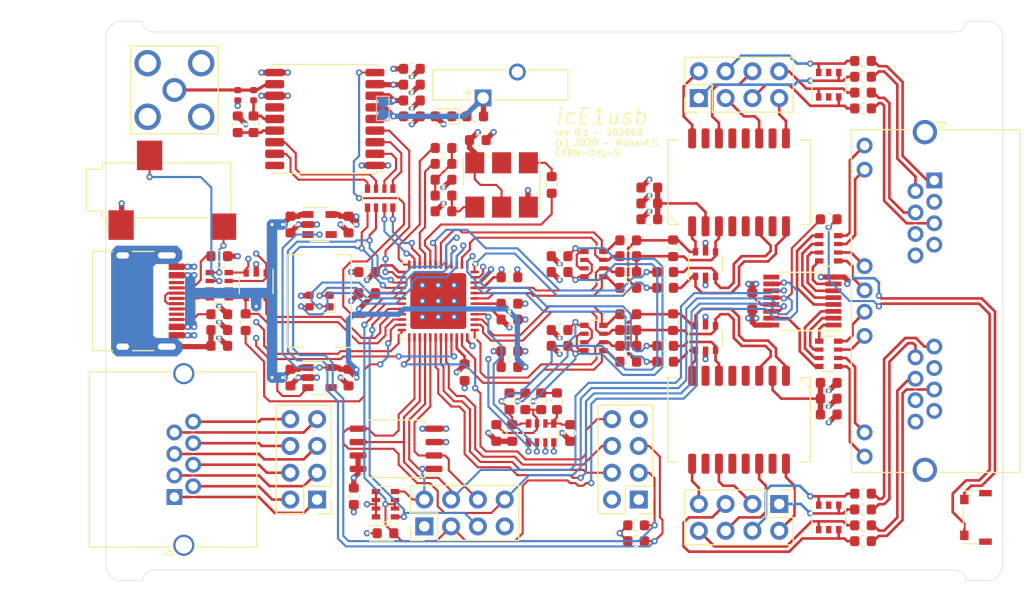
<source format=kicad_pcb>
(kicad_pcb (version 20171130) (host pcbnew 5.1.5)
  (title_block (title icE1usb) (date 2020-08-19) (rev 0.1))
  (layers (0 F.Cu signal) (1 In1.Cu signal hide) (2 In2.Cu signal hide) (31 B.Cu signal) (34 B.Paste user hide) (35 F.Paste user hide) (36 B.SilkS user hide) (37 F.SilkS user) (38 B.Mask user hide) (39 F.Mask user) (44 Edge.Cuts user))
  (net 0 "")
  (net 1 GND)
  (net 2 "Net-(D1-Pad1)")
  (net 3 "Net-(D1-Pad2)")
  (net 4 "Net-(D1-Pad4)")
  (net 5 "Net-(TR1-Pad15)")
  (net 6 "Net-(TR2-Pad15)")
  (net 7 "Net-(J4-Pad2)")
  (net 8 "Net-(J5-Pad6)")
  (net 9 "Net-(J5-Pad2)")
  (net 10 "Net-(J5-Pad7)")
  (net 11 "Net-(J5-Pad3)")
  (net 12 "Net-(TR1-Pad10)")
  (net 13 "Net-(TR1-Pad7)")
  (net 14 "Net-(TR2-Pad10)")
  (net 15 "Net-(TR2-Pad7)")
  (net 16 "Net-(R3-Pad2)")
  (net 17 "Net-(R2-Pad2)")
  (net 18 /e1A_rj1)
  (net 19 /e1B_rj1)
  (net 20 "Net-(C1-Pad2)")
  (net 21 +3V3)
  (net 22 "Net-(C5-Pad1)")
  (net 23 +1V2)
  (net 24 /gps/RF)
  (net 25 /e1B_rj7)
  (net 26 /e1B_rj6)
  (net 27 /e1B_rj5)
  (net 28 /e1B_rj4)
  (net 29 /e1B_rj8)
  (net 30 /e1B_rj2)
  (net 31 /e1B_rj3)
  (net 32 /e1_led2)
  (net 33 /e1_led0)
  (net 34 /e1_led1)
  (net 35 /e1A_rj8)
  (net 36 /e1A_rj6)
  (net 37 /e1A_rj4)
  (net 38 /e1A_rj2)
  (net 39 /e1A_rj7)
  (net 40 /e1A_rj5)
  (net 41 /e1A_rj3)
  (net 42 +5V)
  (net 43 "Net-(F1-Pad2)")
  (net 44 "Net-(F2-Pad2)")
  (net 45 "Net-(F3-Pad2)")
  (net 46 "Net-(F4-Pad2)")
  (net 47 "Net-(F5-Pad2)")
  (net 48 "Net-(F6-Pad2)")
  (net 49 "Net-(F7-Pad2)")
  (net 50 "Net-(F8-Pad2)")
  (net 51 /fpga/flash_mosi)
  (net 52 /fpga/flash_miso)
  (net 53 /fpga/~creset)
  (net 54 /fpga/cdone)
  (net 55 /fpga/~flash_cs)
  (net 56 /fpga/~boot_sw)
  (net 57 /fpga/flash_sck)
  (net 58 "Net-(U10-Pad4)")
  (net 59 /usb_dn)
  (net 60 /usb_dp)
  (net 61 /dbg_rx)
  (net 62 /dbg_tx)
  (net 63 "Net-(J4-Pad7)")
  (net 64 "Net-(J4-Pad6)")
  (net 65 "Net-(J4-Pad3)")
  (net 66 /fpga/clk_tune_lo)
  (net 67 /fpga/clk_tune_hi)
  (net 68 "Net-(RN1-Pad4)")
  (net 69 "Net-(RN1-Pad2)")
  (net 70 "Net-(RN1-Pad3)")
  (net 71 "Net-(RN1-Pad1)")
  (net 72 /fpga/clk_30m72)
  (net 73 "Net-(C17-Pad1)")
  (net 74 "Net-(C10-Pad1)")
  (net 75 "Net-(J1-Pad8)")
  (net 76 "Net-(J1-Pad7)")
  (net 77 "Net-(J1-Pad6)")
  (net 78 "Net-(J1-Pad5)")
  (net 79 "Net-(J1-Pad4)")
  (net 80 "Net-(J1-Pad3)")
  (net 81 "Net-(J1-Pad2)")
  (net 82 "Net-(J1-Pad1)")
  (net 83 "Net-(RN2-Pad4)")
  (net 84 "Net-(RN2-Pad2)")
  (net 85 "Net-(RN2-Pad3)")
  (net 86 "Net-(RN2-Pad1)")
  (net 87 "Net-(U8-Pad5)")
  (net 88 /fpga/e1A_rx_hi_p)
  (net 89 /fpga/e1A_rx_hi_n)
  (net 90 /fpga/e1A_rx_lo_p)
  (net 91 /fpga/e1A_rx_lo_n)
  (net 92 /fpga/e1B_rx_lo_n)
  (net 93 /fpga/e1B_rx_lo_p)
  (net 94 /fpga/e1B_rx_hi_n)
  (net 95 /fpga/e1B_rx_hi_p)
  (net 96 /e1bias/bias_a_p)
  (net 97 /e1bias/bias_a_n)
  (net 98 /e1bias/bias_b_n)
  (net 99 /fpga/i2c_scl)
  (net 100 /gpio2)
  (net 101 /fpga/i2c_sda)
  (net 102 /gpio1)
  (net 103 /gpio0)
  (net 104 /fpga/e1A_tx_hi)
  (net 105 /fpga/e1A_tx_lo)
  (net 106 /fpga/e1B_tx_hi)
  (net 107 /fpga/e1B_tx_lo)
  (net 108 /fpga/~gps_reset)
  (net 109 /fpga/gps_pps)
  (net 110 /fpga/gps_tx)
  (net 111 /fpga/gps_rx)
  (net 112 /fpga/usb_pu_i)
  (net 113 /fpga/usb_dp_i)
  (net 114 /e1_led3)
  (net 115 /e1_led7)
  (net 116 /e1_led6)
  (net 117 /e1_led4)
  (net 118 /e1_led5)
  (net 119 /fpga/usb_dn_i)
  (net 120 /fpga/dbg_rx_i)
  (net 121 /fpga/dbg_tx_i)
  (net 122 /fpga/e1_led_rclk)
  (net 123 /gps/vbackup)
  (net 124 "Net-(D4-Pad1)")
  (net 125 "Net-(L1-Pad1)")
  (net 126 "Net-(C11-Pad1)")
  (net 127 "Net-(C16-Pad1)")
  (net 128 "Net-(C20-Pad1)")
  (net 129 "Net-(C21-Pad2)")
  (net 130 /e1bias/bias_fixed)
  (net 131 /e1bias/bias_0)
  (net 132 "Net-(C35-Pad1)")
  (net 133 "Net-(C36-Pad1)")
  (net 134 "Net-(C39-Pad1)")
  (net 135 "Net-(R16-Pad1)")
  (net 136 "Net-(R27-Pad1)")
  (net 137 /e1bias/bias1)
  (net 138 /e1bias/bias0)
  (net 139 "Net-(U3-Pad9)")
  (net 140 "Net-(U7-Pad5)")
  (net 141 "Net-(U7-Pad2)")
  (net 142 "Net-(U8-Pad18)")
  (net 143 "Net-(U8-Pad13)")
  (net 144 "Net-(U9-Pad4)")
  (net 145 "Net-(U12-Pad5)")
  (net 146 "Net-(U12-Pad2)")
  (net 147 "Net-(X4-PadB8)")
  (net 148 "Net-(X4-PadA8)")
  (net 149 "Net-(R12-Pad2)")
  (net 150 "Net-(R17-Pad1)")
  (net 151 "Net-(R28-Pad1)")
  (net 152 "Net-(RN6-Pad4)")
  (net 153 "Net-(RN6-Pad2)")
  (net 154 "Net-(RN6-Pad3)")
  (net 155 "Net-(RN6-Pad1)")
  (module Resistor_SMD:R_Array_Convex_4x0603 (layer F.Cu) (at -16.5 -9.75 270)
    (fp_text reference RN6 hide)
    (fp_text value 33R)
    (pad 5 smd rect (at 0.9 1.2 270) (size 0.8 0.5) (layers F.Cu F.Paste F.Mask) (net 99 /fpga/i2c_scl))
    (pad 6 smd rect (at 0.9 0.4 270) (size 0.8 0.4) (layers F.Cu F.Paste F.Mask) (net 101 /fpga/i2c_sda))
    (pad 8 smd rect (at 0.9 -1.2 270) (size 0.8 0.5) (layers F.Cu F.Paste F.Mask) (net 110 /fpga/gps_tx))
    (pad 7 smd rect (at 0.9 -0.4 270) (size 0.8 0.4) (layers F.Cu F.Paste F.Mask) (net 111 /fpga/gps_rx))
    (pad 4 smd rect (at -0.9 1.2 270) (size 0.8 0.5) (layers F.Cu F.Paste F.Mask) (net 152 "Net-(RN6-Pad4)"))
    (pad 2 smd rect (at -0.9 -0.4 270) (size 0.8 0.4) (layers F.Cu F.Paste F.Mask) (net 153 "Net-(RN6-Pad2)"))
    (pad 3 smd rect (at -0.9 0.4 270) (size 0.8 0.4) (layers F.Cu F.Paste F.Mask) (net 154 "Net-(RN6-Pad3)"))
    (pad 1 smd rect (at -0.9 -1.2 270) (size 0.8 0.5) (layers F.Cu F.Paste F.Mask) (net 155 "Net-(RN6-Pad1)"))
  )
  (module Resistor_SMD:R_0603_1608Metric (layer F.Cu) (at 26 -7.75)
    (fp_text reference R7 hide)
    (fp_text value 1k5)
    (pad 2 smd roundrect (at 0.7875 0) (size 0.875 0.95) (layers F.Cu F.Paste F.Mask) (net 56 /fpga/~boot_sw))
    (pad 1 smd roundrect (at -0.7875 0) (size 0.875 0.95) (layers F.Cu F.Paste F.Mask) (net 122 /fpga/e1_led_rclk))
  )
  (module Capacitor_SMD:C_0603_1608Metric (layer F.Cu) (at -17.75 -0.75 180)
    (fp_text reference C7 hide)
    (fp_text value 100n)
    (pad 2 smd roundrect (at 0.7875 0 180) (size 0.875 0.95) (layers F.Cu F.Paste F.Mask) (net 1 GND))
    (pad 1 smd roundrect (at -0.7875 0 180) (size 0.875 0.95) (layers F.Cu F.Paste F.Mask) (net 23 +1V2))
  )
  (module Resistor_SMD:R_Array_Convex_4x0603 (layer F.Cu) (at -1.25 12.5 270)
    (fp_text reference RN7 hide)
    (fp_text value 10k)
    (pad 5 smd rect (at 0.9 1.2 270) (size 0.8 0.5) (layers F.Cu F.Paste F.Mask) (net 137 /e1bias/bias1))
    (pad 6 smd rect (at 0.9 0.4 270) (size 0.8 0.4) (layers F.Cu F.Paste F.Mask) (net 138 /e1bias/bias0))
    (pad 8 smd rect (at 0.9 -1.2 270) (size 0.8 0.5) (layers F.Cu F.Paste F.Mask) (net 21 +3V3))
    (pad 7 smd rect (at 0.9 -0.4 270) (size 0.8 0.4) (layers F.Cu F.Paste F.Mask) (net 1 GND))
    (pad 4 smd rect (at -0.9 1.2 270) (size 0.8 0.5) (layers F.Cu F.Paste F.Mask) (net 98 /e1bias/bias_b_n))
    (pad 2 smd rect (at -0.9 -0.4 270) (size 0.8 0.4) (layers F.Cu F.Paste F.Mask) (net 130 /e1bias/bias_fixed))
    (pad 3 smd rect (at -0.9 0.4 270) (size 0.8 0.4) (layers F.Cu F.Paste F.Mask) (net 131 /e1bias/bias_0))
    (pad 1 smd rect (at -0.9 -1.2 270) (size 0.8 0.5) (layers F.Cu F.Paste F.Mask) (net 130 /e1bias/bias_fixed))
  )
  (module Resistor_SMD:R_0603_1608Metric (layer F.Cu) (at -4.25 9.5 270)
    (fp_text reference R23 hide)
    (fp_text value 0R hide)
    (pad 2 smd roundrect (at 0.7875 0 270) (size 0.875 0.95) (layers F.Cu F.Paste F.Mask) (net 98 /e1bias/bias_b_n))
    (pad 1 smd roundrect (at -0.7875 0 270) (size 0.875 0.95) (layers F.Cu F.Paste F.Mask) (net 97 /e1bias/bias_a_n))
  )
  (module Resistor_SMD:R_0603_1608Metric (layer F.Cu) (at -2.75 9.5 270)
    (fp_text reference R22 hide)
    (fp_text value 0R)
    (pad 2 smd roundrect (at 0.7875 0 270) (size 0.875 0.95) (layers F.Cu F.Paste F.Mask) (net 131 /e1bias/bias_0))
    (pad 1 smd roundrect (at -0.7875 0 270) (size 0.875 0.95) (layers F.Cu F.Paste F.Mask) (net 97 /e1bias/bias_a_n))
  )
  (module Resistor_SMD:R_0603_1608Metric (layer F.Cu) (at -1.25 9.5 270)
    (fp_text reference R21 hide)
    (fp_text value 0R hide)
    (pad 2 smd roundrect (at 0.7875 0 270) (size 0.875 0.95) (layers F.Cu F.Paste F.Mask) (net 131 /e1bias/bias_0))
    (pad 1 smd roundrect (at -0.7875 0 270) (size 0.875 0.95) (layers F.Cu F.Paste F.Mask) (net 96 /e1bias/bias_a_p))
  )
  (module Resistor_SMD:R_0603_1608Metric (layer F.Cu) (at 0.25 9.5 270)
    (fp_text reference R20 hide)
    (fp_text value 0R)
    (pad 2 smd roundrect (at 0.7875 0 270) (size 0.875 0.95) (layers F.Cu F.Paste F.Mask) (net 130 /e1bias/bias_fixed))
    (pad 1 smd roundrect (at -0.7875 0 270) (size 0.875 0.95) (layers F.Cu F.Paste F.Mask) (net 96 /e1bias/bias_a_p))
  )
  (module Capacitor_SMD:C_0603_1608Metric (layer F.Cu) (at -4 12.5 270)
    (fp_text reference C28 hide)
    (fp_text value 1u)
    (pad 2 smd roundrect (at 0.7875 0 270) (size 0.875 0.95) (layers F.Cu F.Paste F.Mask) (net 1 GND))
    (pad 1 smd roundrect (at -0.7875 0 270) (size 0.875 0.95) (layers F.Cu F.Paste F.Mask) (net 98 /e1bias/bias_b_n))
  )
  (module Capacitor_SMD:C_0603_1608Metric (layer F.Cu) (at -5.5 12.5 270)
    (fp_text reference C27 hide)
    (fp_text value 1u)
    (pad 2 smd roundrect (at 0.7875 0 270) (size 0.875 0.95) (layers F.Cu F.Paste F.Mask) (net 1 GND))
    (pad 1 smd roundrect (at -0.7875 0 270) (size 0.875 0.95) (layers F.Cu F.Paste F.Mask) (net 131 /e1bias/bias_0))
  )
  (module Capacitor_SMD:C_0603_1608Metric (layer F.Cu) (at 1.5 12.5 270)
    (fp_text reference C26 hide)
    (fp_text value 1u)
    (pad 2 smd roundrect (at 0.7875 0 270) (size 0.875 0.95) (layers F.Cu F.Paste F.Mask) (net 1 GND))
    (pad 1 smd roundrect (at -0.7875 0 270) (size 0.875 0.95) (layers F.Cu F.Paste F.Mask) (net 130 /e1bias/bias_fixed))
  )
  (module s47-conn:Jack_2.5mm_CUI_SJ-2523-SMT_Horizontal (layer F.Cu) (at -36.75 -10.5 90)
    (fp_text reference X2 hide)
    (fp_text value Serial)
    (pad "" np_thru_hole circle (at 0 3 90) (size 1 1) (drill 1) (layers *.Cu *.Mask))
    (pad "" np_thru_hole circle (at 0 -3 90) (size 1 1) (drill 1) (layers *.Cu *.Mask))
    (pad T smd rect (at -3.45 5.4 90) (size 2.5 2.4) (layers F.Cu F.Paste F.Mask) (net 61 /dbg_rx))
    (pad S smd rect (at -3.3 -4.3 90) (size 2.8 2.4) (layers F.Cu F.Paste F.Mask) (net 1 GND))
    (pad R smd rect (at 3.3 -1.6 90) (size 2.8 2.4) (layers F.Cu F.Paste F.Mask) (net 62 /dbg_tx))
  )
  (module Connector_RJ:RJ45_Amphenol_RJHSE538X-02 (layer F.Cu) (at 36 -11.435 270)
    (fp_text reference X5 hide)
    (fp_text value E1)
    (pad 19 thru_hole circle (at 21.846 0 270) (size 1.5 1.5) (drill 0.89) (layers *.Cu *.Mask) (net 25 /e1B_rj7))
    (pad 18 thru_hole circle (at 20.83 1.78 270) (size 1.5 1.5) (drill 0.89) (layers *.Cu *.Mask) (net 26 /e1B_rj6))
    (pad 17 thru_hole circle (at 19.814 0 270) (size 1.5 1.5) (drill 0.89) (layers *.Cu *.Mask) (net 27 /e1B_rj5))
    (pad 16 thru_hole circle (at 18.798 1.78 270) (size 1.5 1.5) (drill 0.89) (layers *.Cu *.Mask) (net 28 /e1B_rj4))
    (pad 20 thru_hole circle (at 22.862 1.78 270) (size 1.5 1.5) (drill 0.89) (layers *.Cu *.Mask) (net 29 /e1B_rj8))
    (pad 13 thru_hole circle (at 15.75 0 270) (size 1.5 1.5) (drill 0.89) (layers *.Cu *.Mask) (net 19 /e1B_rj1))
    (pad 14 thru_hole circle (at 16.766 1.78 270) (size 1.5 1.5) (drill 0.89) (layers *.Cu *.Mask) (net 30 /e1B_rj2))
    (pad 15 thru_hole circle (at 17.782 0 270) (size 1.5 1.5) (drill 0.89) (layers *.Cu *.Mask) (net 31 /e1B_rj3))
    (pad 21 thru_hole circle (at 12.45 6.6 270) (size 1.5 1.5) (drill 0.89) (layers *.Cu *.Mask) (net 83 "Net-(RN2-Pad4)"))
    (pad 24 thru_hole circle (at 26.17 6.6 270) (size 1.5 1.5) (drill 0.89) (layers *.Cu *.Mask) (net 86 "Net-(RN2-Pad1)"))
    (pad 23 thru_hole circle (at 23.88 6.6 270) (size 1.5 1.5) (drill 0.89) (layers *.Cu *.Mask) (net 84 "Net-(RN2-Pad2)"))
    (pad 22 thru_hole circle (at 14.74 6.6 270) (size 1.5 1.5) (drill 0.89) (layers *.Cu *.Mask) (net 85 "Net-(RN2-Pad3)"))
    (pad 12 thru_hole circle (at 10.42 6.6 270) (size 1.5 1.5) (drill 0.89) (layers *.Cu *.Mask) (net 71 "Net-(RN1-Pad1)"))
    (pad 11 thru_hole circle (at 8.13 6.6 270) (size 1.5 1.5) (drill 0.89) (layers *.Cu *.Mask) (net 69 "Net-(RN1-Pad2)"))
    (pad 10 thru_hole circle (at -1.01 6.6 270) (size 1.5 1.5) (drill 0.89) (layers *.Cu *.Mask) (net 70 "Net-(RN1-Pad3)"))
    (pad 9 thru_hole circle (at -3.3 6.6 270) (size 1.5 1.5) (drill 0.89) (layers *.Cu *.Mask) (net 68 "Net-(RN1-Pad4)"))
    (pad SH thru_hole circle (at -4.57 0.89 270) (size 2.3 2.3) (drill 1.57) (layers *.Cu *.Mask))
    (pad SH thru_hole circle (at 27.43 0.89 270) (size 2.3 2.3) (drill 1.57) (layers *.Cu *.Mask))
    (pad "" np_thru_hole circle (at 25.66 -2.54 270) (size 3.25 3.25) (drill 3.25) (layers *.Cu *.Mask))
    (pad "" np_thru_hole circle (at -2.79 -2.54 270) (size 3.25 3.25) (drill 3.25) (layers *.Cu *.Mask))
    (pad 8 thru_hole circle (at 7.112 1.78 270) (size 1.5 1.5) (drill 0.89) (layers *.Cu *.Mask) (net 35 /e1A_rj8))
    (pad 6 thru_hole circle (at 5.08 1.78 270) (size 1.5 1.5) (drill 0.89) (layers *.Cu *.Mask) (net 36 /e1A_rj6))
    (pad 4 thru_hole circle (at 3.048 1.78 270) (size 1.5 1.5) (drill 0.89) (layers *.Cu *.Mask) (net 37 /e1A_rj4))
    (pad 2 thru_hole circle (at 1.016 1.78 270) (size 1.5 1.5) (drill 0.89) (layers *.Cu *.Mask) (net 38 /e1A_rj2))
    (pad 7 thru_hole circle (at 6.096 0 270) (size 1.5 1.5) (drill 0.89) (layers *.Cu *.Mask) (net 39 /e1A_rj7))
    (pad 5 thru_hole circle (at 4.064 0 270) (size 1.5 1.5) (drill 0.89) (layers *.Cu *.Mask) (net 40 /e1A_rj5))
    (pad 3 thru_hole circle (at 2.032 0 270) (size 1.5 1.5) (drill 0.89) (layers *.Cu *.Mask) (net 41 /e1A_rj3))
    (pad 1 thru_hole rect (at 0 0 270) (size 1.5 1.5) (drill 0.89) (layers *.Cu *.Mask) (net 18 /e1A_rj1))
  )
  (module Resistor_SMD:R_0603_1608Metric (layer F.Cu) (at 7.75 21.25 180)
    (fp_text reference R8 hide)
    (fp_text value 5k1)
    (pad 2 smd roundrect (at 0.7875 0 180) (size 0.875 0.95) (layers F.Cu F.Paste F.Mask) (net 21 +3V3))
    (pad 1 smd roundrect (at -0.7875 0 180) (size 0.875 0.95) (layers F.Cu F.Paste F.Mask) (net 99 /fpga/i2c_scl))
  )
  (module Resistor_SMD:R_0603_1608Metric (layer F.Cu) (at 7.75 22.75 180)
    (fp_text reference R6 hide)
    (fp_text value 5k1)
    (pad 2 smd roundrect (at 0.7875 0 180) (size 0.875 0.95) (layers F.Cu F.Paste F.Mask) (net 21 +3V3))
    (pad 1 smd roundrect (at -0.7875 0 180) (size 0.875 0.95) (layers F.Cu F.Paste F.Mask) (net 101 /fpga/i2c_sda))
  )
  (module Resistor_SMD:R_0603_1608Metric (layer F.Cu) (at -7.5 -17.5)
    (fp_text reference R19 hide)
    (fp_text value 330R hide)
    (pad 2 smd roundrect (at 0.7875 0) (size 0.875 0.95) (layers F.Cu F.Paste F.Mask) (net 123 /gps/vbackup))
    (pad 1 smd roundrect (at -0.7875 0) (size 0.875 0.95) (layers F.Cu F.Paste F.Mask) (net 124 "Net-(D4-Pad1)"))
  )
  (module Resistor_SMD:R_0603_1608Metric (layer F.Cu) (at -28.5 -16.75 90)
    (fp_text reference R18 hide)
    (fp_text value 10R hide)
    (pad 2 smd roundrect (at 0.7875 0 90) (size 0.875 0.95) (layers F.Cu F.Paste F.Mask) (net 125 "Net-(L1-Pad1)"))
    (pad 1 smd roundrect (at -0.7875 0 90) (size 0.875 0.95) (layers F.Cu F.Paste F.Mask) (net 129 "Net-(C21-Pad2)"))
  )
  (module Inductor_SMD:L_0402_1005Metric (layer F.Cu) (at -28.5 -19.5 90)
    (fp_text reference L1 hide)
    (fp_text value 47n)
    (pad 2 smd roundrect (at 0.485 0 90) (size 0.59 0.64) (layers F.Cu F.Paste F.Mask) (net 24 /gps/RF))
    (pad 1 smd roundrect (at -0.485 0 90) (size 0.59 0.64) (layers F.Cu F.Paste F.Mask) (net 125 "Net-(L1-Pad1)"))
  )
  (module s47-misc:J_NC_0603_30 (layer B.Cu) (at -16.25 -18.25 270)
    (fp_text reference JP1)
    (fp_text value BatBypass)
    (fp_line (start -0.2 0) (end 0.2 0) (layer B.Cu) (width 0.3))
    (pad 2 smd roundrect (at 0.575 0 270) (size 0.95 0.9) (layers B.Cu B.Mask) (net 123 /gps/vbackup))
    (pad 1 smd roundrect (at -0.575 0 270) (size 0.95 0.9) (layers B.Cu B.Mask) (net 21 +3V3))
  )
  (module Diode_SMD:D_0603_1608Metric (layer F.Cu) (at -10.5 -17.5 180)
    (fp_text reference D4 hide)
    (fp_text value SDM02U30LP3 hide)
    (pad 2 smd roundrect (at 0.7875 0 180) (size 0.875 0.95) (layers F.Cu F.Paste F.Mask) (net 21 +3V3))
    (pad 1 smd roundrect (at -0.7875 0 180) (size 0.875 0.95) (layers F.Cu F.Paste F.Mask) (net 124 "Net-(D4-Pad1)"))
  )
  (module Diode_SMD:D_0402_1005Metric (layer F.Cu) (at -30 -19.5 270)
    (fp_text reference D3 hide)
    (fp_text value PESD0402-140)
    (pad 2 smd roundrect (at 0.485 0 270) (size 0.59 0.64) (layers F.Cu F.Paste F.Mask) (net 1 GND))
    (pad 1 smd roundrect (at -0.485 0 270) (size 0.59 0.64) (layers F.Cu F.Paste F.Mask) (net 24 /gps/RF))
  )
  (module Capacitor_SMD:C_0603_1608Metric (layer F.Cu) (at -13.5 -17.5)
    (fp_text reference C25 hide)
    (fp_text value 100n)
    (pad 2 smd roundrect (at 0.7875 0) (size 0.875 0.95) (layers F.Cu F.Paste F.Mask) (net 1 GND))
    (pad 1 smd roundrect (at -0.7875 0) (size 0.875 0.95) (layers F.Cu F.Paste F.Mask) (net 123 /gps/vbackup))
  )
  (module Capacitor_SMD:C_0603_1608Metric (layer F.Cu) (at -13.5 -22)
    (fp_text reference C24 hide)
    (fp_text value 1u)
    (pad 2 smd roundrect (at 0.7875 0) (size 0.875 0.95) (layers F.Cu F.Paste F.Mask) (net 1 GND))
    (pad 1 smd roundrect (at -0.7875 0) (size 0.875 0.95) (layers F.Cu F.Paste F.Mask) (net 21 +3V3))
  )
  (module Capacitor_SMD:C_0603_1608Metric (layer F.Cu) (at -13.5 -19)
    (fp_text reference C23 hide)
    (fp_text value 100n)
    (pad 2 smd roundrect (at 0.7875 0) (size 0.875 0.95) (layers F.Cu F.Paste F.Mask) (net 1 GND))
    (pad 1 smd roundrect (at -0.7875 0) (size 0.875 0.95) (layers F.Cu F.Paste F.Mask) (net 21 +3V3))
  )
  (module Capacitor_SMD:C_0603_1608Metric (layer F.Cu) (at -13.5 -20.5)
    (fp_text reference C22 hide)
    (fp_text value 100n)
    (pad 2 smd roundrect (at 0.7875 0) (size 0.875 0.95) (layers F.Cu F.Paste F.Mask) (net 1 GND))
    (pad 1 smd roundrect (at -0.7875 0) (size 0.875 0.95) (layers F.Cu F.Paste F.Mask) (net 21 +3V3))
  )
  (module Capacitor_SMD:C_0603_1608Metric (layer F.Cu) (at -30 -16.75 270)
    (fp_text reference C21 hide)
    (fp_text value 100n hide)
    (pad 2 smd roundrect (at 0.7875 0 270) (size 0.875 0.95) (layers F.Cu F.Paste F.Mask) (net 129 "Net-(C21-Pad2)"))
    (pad 1 smd roundrect (at -0.7875 0 270) (size 0.875 0.95) (layers F.Cu F.Paste F.Mask) (net 1 GND))
  )
  (module Battery:Battery_Panasonic_CR1220-VCN_Vertical_CircularHoles (layer F.Cu) (at -6.75 -19.25)
    (fp_text reference BT1 hide)
    (fp_text value VL-1220/VCN hide)
    (fp_text user + (at -1.46 -0.5) (layer F.SilkS))
    (pad 2 thru_hole circle (at 3.25 -2.45) (size 1.6 1.6) (drill 1.09) (layers *.Cu *.Mask) (net 1 GND))
    (pad 1 thru_hole rect (at 0 0 90) (size 1.6 1.6) (drill 1.09) (layers *.Cu *.Mask) (net 123 /gps/vbackup))
  )
  (module Resistor_SMD:R_Array_Convex_4x0603 (layer F.Cu) (at 26 -5 180)
    (fp_text reference RN1 hide)
    (fp_text value 33R)
    (pad 5 smd rect (at 0.9 1.2 180) (size 0.8 0.5) (layers F.Cu F.Paste F.Mask) (net 117 /e1_led4))
    (pad 6 smd rect (at 0.9 0.4 180) (size 0.8 0.4) (layers F.Cu F.Paste F.Mask) (net 118 /e1_led5))
    (pad 8 smd rect (at 0.9 -1.2 180) (size 0.8 0.5) (layers F.Cu F.Paste F.Mask) (net 115 /e1_led7))
    (pad 7 smd rect (at 0.9 -0.4 180) (size 0.8 0.4) (layers F.Cu F.Paste F.Mask) (net 116 /e1_led6))
    (pad 4 smd rect (at -0.9 1.2 180) (size 0.8 0.5) (layers F.Cu F.Paste F.Mask) (net 68 "Net-(RN1-Pad4)"))
    (pad 2 smd rect (at -0.9 -0.4 180) (size 0.8 0.4) (layers F.Cu F.Paste F.Mask) (net 69 "Net-(RN1-Pad2)"))
    (pad 3 smd rect (at -0.9 0.4 180) (size 0.8 0.4) (layers F.Cu F.Paste F.Mask) (net 70 "Net-(RN1-Pad3)"))
    (pad 1 smd rect (at -0.9 -1.2 180) (size 0.8 0.5) (layers F.Cu F.Paste F.Mask) (net 71 "Net-(RN1-Pad1)"))
  )
  (module Package_SO:TSSOP-16_4.4x5mm_P0.65mm (layer F.Cu) (at 23.5 0 180)
    (fp_text reference U3 hide)
    (fp_text value 74HC595)
    (pad 16 smd rect (at 2.95 -2.275 180) (size 1.5 0.45) (layers F.Cu F.Paste F.Mask) (net 21 +3V3))
    (pad 15 smd rect (at 2.95 -1.625 180) (size 1.5 0.45) (layers F.Cu F.Paste F.Mask) (net 33 /e1_led0))
    (pad 14 smd rect (at 2.95 -0.975 180) (size 1.5 0.45) (layers F.Cu F.Paste F.Mask) (net 51 /fpga/flash_mosi))
    (pad 13 smd rect (at 2.95 -0.325 180) (size 1.5 0.45) (layers F.Cu F.Paste F.Mask) (net 1 GND))
    (pad 12 smd rect (at 2.95 0.325 180) (size 1.5 0.45) (layers F.Cu F.Paste F.Mask) (net 122 /fpga/e1_led_rclk))
    (pad 11 smd rect (at 2.95 0.975 180) (size 1.5 0.45) (layers F.Cu F.Paste F.Mask) (net 57 /fpga/flash_sck))
    (pad 10 smd rect (at 2.95 1.625 180) (size 1.5 0.45) (layers F.Cu F.Paste F.Mask) (net 54 /fpga/cdone))
    (pad 9 smd rect (at 2.95 2.275 180) (size 1.5 0.45) (layers F.Cu F.Paste F.Mask) (net 139 "Net-(U3-Pad9)"))
    (pad 8 smd rect (at -2.95 2.275 180) (size 1.5 0.45) (layers F.Cu F.Paste F.Mask) (net 1 GND))
    (pad 7 smd rect (at -2.95 1.625 180) (size 1.5 0.45) (layers F.Cu F.Paste F.Mask) (net 115 /e1_led7))
    (pad 6 smd rect (at -2.95 0.975 180) (size 1.5 0.45) (layers F.Cu F.Paste F.Mask) (net 116 /e1_led6))
    (pad 5 smd rect (at -2.95 0.325 180) (size 1.5 0.45) (layers F.Cu F.Paste F.Mask) (net 118 /e1_led5))
    (pad 4 smd rect (at -2.95 -0.325 180) (size 1.5 0.45) (layers F.Cu F.Paste F.Mask) (net 117 /e1_led4))
    (pad 3 smd rect (at -2.95 -0.975 180) (size 1.5 0.45) (layers F.Cu F.Paste F.Mask) (net 114 /e1_led3))
    (pad 2 smd rect (at -2.95 -1.625 180) (size 1.5 0.45) (layers F.Cu F.Paste F.Mask) (net 32 /e1_led2))
    (pad 1 smd rect (at -2.95 -2.275 180) (size 1.5 0.45) (layers F.Cu F.Paste F.Mask) (net 34 /e1_led1))
  )
  (module Capacitor_SMD:C_0603_1608Metric (layer F.Cu) (at 18.75 0 90)
    (fp_text reference C9 hide)
    (fp_text value 100n)
    (pad 2 smd roundrect (at 0.7875 0 90) (size 0.875 0.95) (layers F.Cu F.Paste F.Mask) (net 1 GND))
    (pad 1 smd roundrect (at -0.7875 0 90) (size 0.875 0.95) (layers F.Cu F.Paste F.Mask) (net 21 +3V3))
  )
  (module Resistor_SMD:R_0603_1608Metric (layer F.Cu) (at 26 10.75 180)
    (fp_text reference R25 hide)
    (fp_text value 5k1)
    (pad 2 smd roundrect (at 0.7875 0 180) (size 0.875 0.95) (layers F.Cu F.Paste F.Mask) (net 134 "Net-(C39-Pad1)"))
    (pad 1 smd roundrect (at -0.7875 0 180) (size 0.875 0.95) (layers F.Cu F.Paste F.Mask) (net 1 GND))
  )
  (module Resistor_SMD:R_0603_1608Metric (layer F.Cu) (at 26 7.75)
    (fp_text reference R24 hide)
    (fp_text value 5k1)
    (pad 2 smd roundrect (at 0.7875 0) (size 0.875 0.95) (layers F.Cu F.Paste F.Mask) (net 21 +3V3))
    (pad 1 smd roundrect (at -0.7875 0) (size 0.875 0.95) (layers F.Cu F.Paste F.Mask) (net 134 "Net-(C39-Pad1)"))
  )
  (module Resistor_SMD:R_0603_1608Metric (layer F.Cu) (at 9 -10.75)
    (fp_text reference R14 hide)
    (fp_text value 5k1)
    (pad 2 smd roundrect (at 0.7875 0) (size 0.875 0.95) (layers F.Cu F.Paste F.Mask) (net 128 "Net-(C20-Pad1)"))
    (pad 1 smd roundrect (at -0.7875 0) (size 0.875 0.95) (layers F.Cu F.Paste F.Mask) (net 1 GND))
  )
  (module Resistor_SMD:R_0603_1608Metric (layer F.Cu) (at 9 -7.75 180)
    (fp_text reference R13 hide)
    (fp_text value 5k1)
    (pad 2 smd roundrect (at 0.7875 0 180) (size 0.875 0.95) (layers F.Cu F.Paste F.Mask) (net 21 +3V3))
    (pad 1 smd roundrect (at -0.7875 0 180) (size 0.875 0.95) (layers F.Cu F.Paste F.Mask) (net 128 "Net-(C20-Pad1)"))
  )
  (module Capacitor_SMD:C_0603_1608Metric (layer F.Cu) (at 26 9.25)
    (fp_text reference C39 hide)
    (fp_text value 100n)
    (pad 2 smd roundrect (at 0.7875 0) (size 0.875 0.95) (layers F.Cu F.Paste F.Mask) (net 1 GND))
    (pad 1 smd roundrect (at -0.7875 0) (size 0.875 0.95) (layers F.Cu F.Paste F.Mask) (net 134 "Net-(C39-Pad1)"))
  )
  (module Capacitor_SMD:C_0603_1608Metric (layer F.Cu) (at 0.5 2.75 180)
    (fp_text reference C34 hide)
    (fp_text value 100n)
    (pad 2 smd roundrect (at 0.7875 0 180) (size 0.875 0.95) (layers F.Cu F.Paste F.Mask) (net 1 GND))
    (pad 1 smd roundrect (at -0.7875 0 180) (size 0.875 0.95) (layers F.Cu F.Paste F.Mask) (net 98 /e1bias/bias_b_n))
  )
  (module Capacitor_SMD:C_0603_1608Metric (layer F.Cu) (at 0.5 4.25 180)
    (fp_text reference C33 hide)
    (fp_text value 100n)
    (pad 2 smd roundrect (at 0.7875 0 180) (size 0.875 0.95) (layers F.Cu F.Paste F.Mask) (net 1 GND))
    (pad 1 smd roundrect (at -0.7875 0 180) (size 0.875 0.95) (layers F.Cu F.Paste F.Mask) (net 96 /e1bias/bias_a_p))
  )
  (module Capacitor_SMD:C_0603_1608Metric (layer F.Cu) (at 9 -9.25 180)
    (fp_text reference C20 hide)
    (fp_text value 100n)
    (pad 2 smd roundrect (at 0.7875 0 180) (size 0.875 0.95) (layers F.Cu F.Paste F.Mask) (net 1 GND))
    (pad 1 smd roundrect (at -0.7875 0 180) (size 0.875 0.95) (layers F.Cu F.Paste F.Mask) (net 128 "Net-(C20-Pad1)"))
  )
  (module Capacitor_SMD:C_0603_1608Metric (layer F.Cu) (at 0.5 -2.75 180)
    (fp_text reference C15 hide)
    (fp_text value 100n)
    (pad 2 smd roundrect (at 0.7875 0 180) (size 0.875 0.95) (layers F.Cu F.Paste F.Mask) (net 1 GND))
    (pad 1 smd roundrect (at -0.7875 0 180) (size 0.875 0.95) (layers F.Cu F.Paste F.Mask) (net 97 /e1bias/bias_a_n))
  )
  (module Capacitor_SMD:C_0603_1608Metric (layer F.Cu) (at 0.5 -4.25 180)
    (fp_text reference C14 hide)
    (fp_text value 100n)
    (pad 2 smd roundrect (at 0.7875 0 180) (size 0.875 0.95) (layers F.Cu F.Paste F.Mask) (net 1 GND))
    (pad 1 smd roundrect (at -0.7875 0 180) (size 0.875 0.95) (layers F.Cu F.Paste F.Mask) (net 96 /e1bias/bias_a_p))
  )
  (module Resistor_SMD:R_Array_Convex_4x0603 (layer F.Cu) (at 3.75 3.5)
    (fp_text reference RN8 hide)
    (fp_text value 10k)
    (pad 5 smd rect (at 0.9 1.2) (size 0.8 0.5) (layers F.Cu F.Paste F.Mask) (net 95 /fpga/e1B_rx_hi_p))
    (pad 6 smd rect (at 0.9 0.4) (size 0.8 0.4) (layers F.Cu F.Paste F.Mask) (net 94 /fpga/e1B_rx_hi_n))
    (pad 8 smd rect (at 0.9 -1.2) (size 0.8 0.5) (layers F.Cu F.Paste F.Mask) (net 92 /fpga/e1B_rx_lo_n))
    (pad 7 smd rect (at 0.9 -0.4) (size 0.8 0.4) (layers F.Cu F.Paste F.Mask) (net 93 /fpga/e1B_rx_lo_p))
    (pad 4 smd rect (at -0.9 1.2) (size 0.8 0.5) (layers F.Cu F.Paste F.Mask) (net 96 /e1bias/bias_a_p))
    (pad 2 smd rect (at -0.9 -0.4) (size 0.8 0.4) (layers F.Cu F.Paste F.Mask) (net 96 /e1bias/bias_a_p))
    (pad 3 smd rect (at -0.9 0.4) (size 0.8 0.4) (layers F.Cu F.Paste F.Mask) (net 98 /e1bias/bias_b_n))
    (pad 1 smd rect (at -0.9 -1.2) (size 0.8 0.5) (layers F.Cu F.Paste F.Mask) (net 98 /e1bias/bias_b_n))
  )
  (module Resistor_SMD:R_Array_Convex_4x0603 (layer F.Cu) (at 3.75 -3.5)
    (fp_text reference RN5 hide)
    (fp_text value 10k)
    (pad 5 smd rect (at 0.9 1.2) (size 0.8 0.5) (layers F.Cu F.Paste F.Mask) (net 91 /fpga/e1A_rx_lo_n))
    (pad 6 smd rect (at 0.9 0.4) (size 0.8 0.4) (layers F.Cu F.Paste F.Mask) (net 90 /fpga/e1A_rx_lo_p))
    (pad 8 smd rect (at 0.9 -1.2) (size 0.8 0.5) (layers F.Cu F.Paste F.Mask) (net 88 /fpga/e1A_rx_hi_p))
    (pad 7 smd rect (at 0.9 -0.4) (size 0.8 0.4) (layers F.Cu F.Paste F.Mask) (net 89 /fpga/e1A_rx_hi_n))
    (pad 4 smd rect (at -0.9 1.2) (size 0.8 0.5) (layers F.Cu F.Paste F.Mask) (net 97 /e1bias/bias_a_n))
    (pad 2 smd rect (at -0.9 -0.4) (size 0.8 0.4) (layers F.Cu F.Paste F.Mask) (net 97 /e1bias/bias_a_n))
    (pad 3 smd rect (at -0.9 0.4) (size 0.8 0.4) (layers F.Cu F.Paste F.Mask) (net 96 /e1bias/bias_a_p))
    (pad 1 smd rect (at -0.9 -1.2) (size 0.8 0.5) (layers F.Cu F.Paste F.Mask) (net 96 /e1bias/bias_a_p))
  )
  (module Resistor_SMD:R_Array_Convex_4x0603 (layer F.Cu) (at 26 5 180)
    (fp_text reference RN2 hide)
    (fp_text value 33R)
    (pad 5 smd rect (at 0.9 1.2 180) (size 0.8 0.5) (layers F.Cu F.Paste F.Mask) (net 34 /e1_led1))
    (pad 6 smd rect (at 0.9 0.4 180) (size 0.8 0.4) (layers F.Cu F.Paste F.Mask) (net 32 /e1_led2))
    (pad 8 smd rect (at 0.9 -1.2 180) (size 0.8 0.5) (layers F.Cu F.Paste F.Mask) (net 33 /e1_led0))
    (pad 7 smd rect (at 0.9 -0.4 180) (size 0.8 0.4) (layers F.Cu F.Paste F.Mask) (net 114 /e1_led3))
    (pad 4 smd rect (at -0.9 1.2 180) (size 0.8 0.5) (layers F.Cu F.Paste F.Mask) (net 83 "Net-(RN2-Pad4)"))
    (pad 2 smd rect (at -0.9 -0.4 180) (size 0.8 0.4) (layers F.Cu F.Paste F.Mask) (net 84 "Net-(RN2-Pad2)"))
    (pad 3 smd rect (at -0.9 0.4 180) (size 0.8 0.4) (layers F.Cu F.Paste F.Mask) (net 85 "Net-(RN2-Pad3)"))
    (pad 1 smd rect (at -0.9 -1.2 180) (size 0.8 0.5) (layers F.Cu F.Paste F.Mask) (net 86 "Net-(RN2-Pad1)"))
  )
  (module Resistor_SMD:R_Array_Convex_4x0603 (layer F.Cu) (at -16 19.25 180)
    (fp_text reference RN4 hide)
    (fp_text value 10k)
    (pad 5 smd rect (at 0.9 1.2 180) (size 0.8 0.5) (layers F.Cu F.Paste F.Mask) (net 21 +3V3))
    (pad 6 smd rect (at 0.9 0.4 180) (size 0.8 0.4) (layers F.Cu F.Paste F.Mask) (net 21 +3V3))
    (pad 8 smd rect (at 0.9 -1.2 180) (size 0.8 0.5) (layers F.Cu F.Paste F.Mask) (net 21 +3V3))
    (pad 7 smd rect (at 0.9 -0.4 180) (size 0.8 0.4) (layers F.Cu F.Paste F.Mask) (net 21 +3V3))
    (pad 4 smd rect (at -0.9 1.2 180) (size 0.8 0.5) (layers F.Cu F.Paste F.Mask) (net 55 /fpga/~flash_cs))
    (pad 2 smd rect (at -0.9 -0.4 180) (size 0.8 0.4) (layers F.Cu F.Paste F.Mask) (net 54 /fpga/cdone))
    (pad 3 smd rect (at -0.9 0.4 180) (size 0.8 0.4) (layers F.Cu F.Paste F.Mask) (net 54 /fpga/cdone))
    (pad 1 smd rect (at -0.9 -1.2 180) (size 0.8 0.5) (layers F.Cu F.Paste F.Mask) (net 53 /fpga/~creset))
  )
  (module Resistor_SMD:R_Array_Convex_4x0603 (layer F.Cu) (at -31.75 -1.5)
    (fp_text reference RN3 hide)
    (fp_text value 33R)
    (pad 5 smd rect (at 0.9 1.2) (size 0.8 0.5) (layers F.Cu F.Paste F.Mask) (net 113 /fpga/usb_dp_i))
    (pad 6 smd rect (at 0.9 0.4) (size 0.8 0.4) (layers F.Cu F.Paste F.Mask) (net 119 /fpga/usb_dn_i))
    (pad 8 smd rect (at 0.9 -1.2) (size 0.8 0.5) (layers F.Cu F.Paste F.Mask) (net 120 /fpga/dbg_rx_i))
    (pad 7 smd rect (at 0.9 -0.4) (size 0.8 0.4) (layers F.Cu F.Paste F.Mask) (net 121 /fpga/dbg_tx_i))
    (pad 4 smd rect (at -0.9 1.2) (size 0.8 0.5) (layers F.Cu F.Paste F.Mask) (net 60 /usb_dp))
    (pad 2 smd rect (at -0.9 -0.4) (size 0.8 0.4) (layers F.Cu F.Paste F.Mask) (net 62 /dbg_tx))
    (pad 3 smd rect (at -0.9 0.4) (size 0.8 0.4) (layers F.Cu F.Paste F.Mask) (net 59 /usb_dn))
    (pad 1 smd rect (at -0.9 -1.2) (size 0.8 0.5) (layers F.Cu F.Paste F.Mask) (net 61 /dbg_rx))
  )
  (module Capacitor_SMD:C_0603_1608Metric (layer F.Cu) (at 7 4.25 180)
    (fp_text reference C36 hide)
    (fp_text value 100n)
    (pad 2 smd roundrect (at 0.7875 0 180) (size 0.875 0.95) (layers F.Cu F.Paste F.Mask) (net 94 /fpga/e1B_rx_hi_n))
    (pad 1 smd roundrect (at -0.7875 0 180) (size 0.875 0.95) (layers F.Cu F.Paste F.Mask) (net 133 "Net-(C36-Pad1)"))
  )
  (module Capacitor_SMD:C_0603_1608Metric (layer F.Cu) (at 7 2.75 180)
    (fp_text reference C37 hide)
    (fp_text value 100n)
    (pad 2 smd roundrect (at 0.7875 0 180) (size 0.875 0.95) (layers F.Cu F.Paste F.Mask) (net 93 /fpga/e1B_rx_lo_p))
    (pad 1 smd roundrect (at -0.7875 0 180) (size 0.875 0.95) (layers F.Cu F.Paste F.Mask) (net 133 "Net-(C36-Pad1)"))
  )
  (module Capacitor_SMD:C_0603_1608Metric (layer F.Cu) (at 7 1.25 180)
    (fp_text reference C38 hide)
    (fp_text value 100n)
    (pad 2 smd roundrect (at 0.7875 0 180) (size 0.875 0.95) (layers F.Cu F.Paste F.Mask) (net 92 /fpga/e1B_rx_lo_n))
    (pad 1 smd roundrect (at -0.7875 0 180) (size 0.875 0.95) (layers F.Cu F.Paste F.Mask) (net 132 "Net-(C35-Pad1)"))
  )
  (module Capacitor_SMD:C_0603_1608Metric (layer F.Cu) (at 7 5.75 180)
    (fp_text reference C35 hide)
    (fp_text value 100n)
    (pad 2 smd roundrect (at 0.7875 0 180) (size 0.875 0.95) (layers F.Cu F.Paste F.Mask) (net 95 /fpga/e1B_rx_hi_p))
    (pad 1 smd roundrect (at -0.7875 0 180) (size 0.875 0.95) (layers F.Cu F.Paste F.Mask) (net 132 "Net-(C35-Pad1)"))
  )
  (module Capacitor_SMD:C_0603_1608Metric (layer F.Cu) (at 7 -4.25 180)
    (fp_text reference C17 hide)
    (fp_text value 100n)
    (pad 2 smd roundrect (at 0.7875 0 180) (size 0.875 0.95) (layers F.Cu F.Paste F.Mask) (net 89 /fpga/e1A_rx_hi_n))
    (pad 1 smd roundrect (at -0.7875 0 180) (size 0.875 0.95) (layers F.Cu F.Paste F.Mask) (net 73 "Net-(C17-Pad1)"))
  )
  (module Capacitor_SMD:C_0603_1608Metric (layer F.Cu) (at 7 -2.75 180)
    (fp_text reference C18 hide)
    (fp_text value 100n)
    (pad 2 smd roundrect (at 0.7875 0 180) (size 0.875 0.95) (layers F.Cu F.Paste F.Mask) (net 90 /fpga/e1A_rx_lo_p))
    (pad 1 smd roundrect (at -0.7875 0 180) (size 0.875 0.95) (layers F.Cu F.Paste F.Mask) (net 73 "Net-(C17-Pad1)"))
  )
  (module Capacitor_SMD:C_0603_1608Metric (layer F.Cu) (at 7 -1.25 180)
    (fp_text reference C19 hide)
    (fp_text value 100n)
    (pad 2 smd roundrect (at 0.7875 0 180) (size 0.875 0.95) (layers F.Cu F.Paste F.Mask) (net 91 /fpga/e1A_rx_lo_n))
    (pad 1 smd roundrect (at -0.7875 0 180) (size 0.875 0.95) (layers F.Cu F.Paste F.Mask) (net 127 "Net-(C16-Pad1)"))
  )
  (module Capacitor_SMD:C_0603_1608Metric (layer F.Cu) (at 7 -5.75 180)
    (fp_text reference C16 hide)
    (fp_text value 100n)
    (pad 2 smd roundrect (at 0.7875 0 180) (size 0.875 0.95) (layers F.Cu F.Paste F.Mask) (net 88 /fpga/e1A_rx_hi_p))
    (pad 1 smd roundrect (at -0.7875 0 180) (size 0.875 0.95) (layers F.Cu F.Paste F.Mask) (net 127 "Net-(C16-Pad1)"))
  )
  (module Resistor_SMD:R_0603_1608Metric (layer F.Cu) (at 11.25 2 90)
    (fp_text reference R26 hide)
    (fp_text value 120R)
    (pad 2 smd roundrect (at 0.7875 0 90) (size 0.875 0.95) (layers F.Cu F.Paste F.Mask) (net 132 "Net-(C35-Pad1)"))
    (pad 1 smd roundrect (at -0.7875 0 90) (size 0.875 0.95) (layers F.Cu F.Paste F.Mask) (net 133 "Net-(C36-Pad1)"))
  )
  (module Resistor_SMD:R_0603_1608Metric (layer F.Cu) (at 11.25 -5 90)
    (fp_text reference R15 hide)
    (fp_text value 120R)
    (pad 2 smd roundrect (at 0.7875 0 90) (size 0.875 0.95) (layers F.Cu F.Paste F.Mask) (net 127 "Net-(C16-Pad1)"))
    (pad 1 smd roundrect (at -0.7875 0 90) (size 0.875 0.95) (layers F.Cu F.Paste F.Mask) (net 73 "Net-(C17-Pad1)"))
  )
  (module Fuse:Fuse_0603_1608Metric (layer F.Cu) (at 29.25 22.75 180)
    (fp_text reference F8 hide)
    (fp_text value 300mA)
    (pad 2 smd roundrect (at 0.7875 0 180) (size 0.875 0.95) (layers F.Cu F.Paste F.Mask) (net 50 "Net-(F8-Pad2)"))
    (pad 1 smd roundrect (at -0.7875 0 180) (size 0.875 0.95) (layers F.Cu F.Paste F.Mask) (net 27 /e1B_rj5))
  )
  (module Fuse:Fuse_0603_1608Metric (layer F.Cu) (at 29.25 21.25 180)
    (fp_text reference F7 hide)
    (fp_text value 300mA)
    (pad 2 smd roundrect (at 0.7875 0 180) (size 0.875 0.95) (layers F.Cu F.Paste F.Mask) (net 49 "Net-(F7-Pad2)"))
    (pad 1 smd roundrect (at -0.7875 0 180) (size 0.875 0.95) (layers F.Cu F.Paste F.Mask) (net 28 /e1B_rj4))
  )
  (module Fuse:Fuse_0603_1608Metric (layer F.Cu) (at 29.25 19.75 180)
    (fp_text reference F5 hide)
    (fp_text value 300mA)
    (pad 2 smd roundrect (at 0.7875 0 180) (size 0.875 0.95) (layers F.Cu F.Paste F.Mask) (net 47 "Net-(F5-Pad2)"))
    (pad 1 smd roundrect (at -0.7875 0 180) (size 0.875 0.95) (layers F.Cu F.Paste F.Mask) (net 30 /e1B_rj2))
  )
  (module Fuse:Fuse_0603_1608Metric (layer F.Cu) (at 29.25 18.25 180)
    (fp_text reference F6 hide)
    (fp_text value 300mA)
    (pad 2 smd roundrect (at 0.7875 0 180) (size 0.875 0.95) (layers F.Cu F.Paste F.Mask) (net 48 "Net-(F6-Pad2)"))
    (pad 1 smd roundrect (at -0.7875 0 180) (size 0.875 0.95) (layers F.Cu F.Paste F.Mask) (net 19 /e1B_rj1))
  )
  (module Fuse:Fuse_0603_1608Metric (layer F.Cu) (at 29.25 -18.25 180)
    (fp_text reference F4 hide)
    (fp_text value 300mA)
    (pad 1 smd roundrect (at -0.7875 0 180) (size 0.875 0.95) (layers F.Cu F.Paste F.Mask) (net 40 /e1A_rj5))
    (pad 2 smd roundrect (at 0.7875 0 180) (size 0.875 0.95) (layers F.Cu F.Paste F.Mask) (net 46 "Net-(F4-Pad2)"))
  )
  (module Fuse:Fuse_0603_1608Metric (layer F.Cu) (at 29.25 -19.75 180)
    (fp_text reference F3 hide)
    (fp_text value 300mA)
    (pad 2 smd roundrect (at 0.7875 0 180) (size 0.875 0.95) (layers F.Cu F.Paste F.Mask) (net 45 "Net-(F3-Pad2)"))
    (pad 1 smd roundrect (at -0.7875 0 180) (size 0.875 0.95) (layers F.Cu F.Paste F.Mask) (net 37 /e1A_rj4))
  )
  (module Fuse:Fuse_0603_1608Metric (layer F.Cu) (at 29.25 -21.25 180)
    (fp_text reference F1 hide)
    (fp_text value 300mA)
    (pad 2 smd roundrect (at 0.7875 0 180) (size 0.875 0.95) (layers F.Cu F.Paste F.Mask) (net 43 "Net-(F1-Pad2)"))
    (pad 1 smd roundrect (at -0.7875 0 180) (size 0.875 0.95) (layers F.Cu F.Paste F.Mask) (net 38 /e1A_rj2))
  )
  (module Fuse:Fuse_0603_1608Metric (layer F.Cu) (at 29.25 -22.75 180)
    (fp_text reference F2 hide)
    (fp_text value 300mA)
    (pad 2 smd roundrect (at 0.7875 0 180) (size 0.875 0.95) (layers F.Cu F.Paste F.Mask) (net 44 "Net-(F2-Pad2)"))
    (pad 1 smd roundrect (at -0.7875 0 180) (size 0.875 0.95) (layers F.Cu F.Paste F.Mask) (net 18 /e1A_rj1))
  )
  (module Resistor_SMD:R_0603_1608Metric (layer F.Cu) (at 10.5 4.25 180)
    (fp_text reference R27 hide)
    (fp_text value 27R)
    (pad 2 smd roundrect (at 0.7875 0 180) (size 0.875 0.95) (layers F.Cu F.Paste F.Mask) (net 106 /fpga/e1B_tx_hi))
    (pad 1 smd roundrect (at -0.7875 0 180) (size 0.875 0.95) (layers F.Cu F.Paste F.Mask) (net 136 "Net-(R27-Pad1)"))
  )
  (module Resistor_SMD:R_0603_1608Metric (layer F.Cu) (at 10.5 5.75 180)
    (fp_text reference R28 hide)
    (fp_text value 27R)
    (pad 2 smd roundrect (at 0.7875 0 180) (size 0.875 0.95) (layers F.Cu F.Paste F.Mask) (net 107 /fpga/e1B_tx_lo))
    (pad 1 smd roundrect (at -0.7875 0 180) (size 0.875 0.95) (layers F.Cu F.Paste F.Mask) (net 151 "Net-(R28-Pad1)"))
  )
  (module Resistor_SMD:R_0603_1608Metric (layer F.Cu) (at 10.5 -2.75 180)
    (fp_text reference R16 hide)
    (fp_text value 27R)
    (pad 2 smd roundrect (at 0.7875 0 180) (size 0.875 0.95) (layers F.Cu F.Paste F.Mask) (net 104 /fpga/e1A_tx_hi))
    (pad 1 smd roundrect (at -0.7875 0 180) (size 0.875 0.95) (layers F.Cu F.Paste F.Mask) (net 135 "Net-(R16-Pad1)"))
  )
  (module Resistor_SMD:R_0603_1608Metric (layer F.Cu) (at 10.5 -1.25 180)
    (fp_text reference R17 hide)
    (fp_text value 27R)
    (pad 2 smd roundrect (at 0.7875 0 180) (size 0.875 0.95) (layers F.Cu F.Paste F.Mask) (net 105 /fpga/e1A_tx_lo))
    (pad 1 smd roundrect (at -0.7875 0 180) (size 0.875 0.95) (layers F.Cu F.Paste F.Mask) (net 150 "Net-(R17-Pad1)"))
  )
  (module Resistor_SMD:R_0603_1608Metric (layer F.Cu) (at -0.25 -11 90)
    (fp_text reference R12 hide)
    (fp_text value 27R)
    (pad 2 smd roundrect (at 0.7875 0 90) (size 0.875 0.95) (layers F.Cu F.Paste F.Mask) (net 149 "Net-(R12-Pad2)"))
    (pad 1 smd roundrect (at -0.7875 0 90) (size 0.875 0.95) (layers F.Cu F.Paste F.Mask) (net 72 /fpga/clk_30m72))
  )
  (module Resistor_SMD:R_0603_1608Metric (layer F.Cu) (at -10.5 -10 180)
    (fp_text reference R11 hide)
    (fp_text value 1k5)
    (pad 2 smd roundrect (at 0.7875 0 180) (size 0.875 0.95) (layers F.Cu F.Paste F.Mask) (net 74 "Net-(C10-Pad1)"))
    (pad 1 smd roundrect (at -0.7875 0 180) (size 0.875 0.95) (layers F.Cu F.Paste F.Mask) (net 126 "Net-(C11-Pad1)"))
  )
  (module Resistor_SMD:R_0603_1608Metric (layer F.Cu) (at -10.5 -14.5 180)
    (fp_text reference R10 hide)
    (fp_text value 1k5)
    (pad 2 smd roundrect (at 0.7875 0 180) (size 0.875 0.95) (layers F.Cu F.Paste F.Mask) (net 67 /fpga/clk_tune_hi))
    (pad 1 smd roundrect (at -0.7875 0 180) (size 0.875 0.95) (layers F.Cu F.Paste F.Mask) (net 74 "Net-(C10-Pad1)"))
  )
  (module Resistor_SMD:R_0603_1608Metric (layer F.Cu) (at -10.5 -13 180)
    (fp_text reference R9 hide)
    (fp_text value 91k)
    (pad 2 smd roundrect (at 0.7875 0 180) (size 0.875 0.95) (layers F.Cu F.Paste F.Mask) (net 66 /fpga/clk_tune_lo))
    (pad 1 smd roundrect (at -0.7875 0 180) (size 0.875 0.95) (layers F.Cu F.Paste F.Mask) (net 74 "Net-(C10-Pad1)"))
  )
  (module Resistor_SMD:R_0603_1608Metric (layer F.Cu) (at -29.25 2 270)
    (fp_text reference R5 hide)
    (fp_text value 1k5)
    (pad 2 smd roundrect (at 0.7875 0 270) (size 0.875 0.95) (layers F.Cu F.Paste F.Mask) (net 112 /fpga/usb_pu_i))
    (pad 1 smd roundrect (at -0.7875 0 270) (size 0.875 0.95) (layers F.Cu F.Paste F.Mask) (net 113 /fpga/usb_dp_i))
  )
  (module Resistor_SMD:R_0603_1608Metric (layer F.Cu) (at -4.25 6.25)
    (fp_text reference R4 hide)
    (fp_text value 120R)
    (pad 2 smd roundrect (at 0.7875 0) (size 0.875 0.95) (layers F.Cu F.Paste F.Mask) (net 23 +1V2))
    (pad 1 smd roundrect (at -0.7875 0) (size 0.875 0.95) (layers F.Cu F.Paste F.Mask) (net 22 "Net-(C5-Pad1)"))
  )
  (module Resistor_SMD:R_0603_1608Metric (layer F.Cu) (at -31.75 1.25 180)
    (fp_text reference R3 hide)
    (fp_text value 5k1)
    (pad 2 smd roundrect (at 0.7875 0 180) (size 0.875 0.95) (layers F.Cu F.Paste F.Mask) (net 16 "Net-(R3-Pad2)"))
    (pad 1 smd roundrect (at -0.7875 0 180) (size 0.875 0.95) (layers F.Cu F.Paste F.Mask) (net 1 GND))
  )
  (module Resistor_SMD:R_0603_1608Metric (layer F.Cu) (at -31.75 -4.25 180)
    (fp_text reference R2 hide)
    (fp_text value 5k1)
    (pad 2 smd roundrect (at 0.7875 0 180) (size 0.875 0.95) (layers F.Cu F.Paste F.Mask) (net 17 "Net-(R2-Pad2)"))
    (pad 1 smd roundrect (at -0.7875 0 180) (size 0.875 0.95) (layers F.Cu F.Paste F.Mask) (net 1 GND))
  )
  (module Resistor_SMD:R_0603_1608Metric (layer F.Cu) (at -31.75 4.25)
    (fp_text reference R1 hide)
    (fp_text value 91k)
    (pad 2 smd roundrect (at 0.7875 0) (size 0.875 0.95) (layers F.Cu F.Paste F.Mask) (net 1 GND))
    (pad 1 smd roundrect (at -0.7875 0) (size 0.875 0.95) (layers F.Cu F.Paste F.Mask) (net 20 "Net-(C1-Pad2)"))
  )
  (module Connector_PinHeader_2.54mm:PinHeader_2x04_P2.54mm_Vertical (layer F.Cu) (at 8 18.81 180)
    (fp_text reference J2 hide)
    (fp_text value EXT_IN)
    (pad 8 thru_hole oval (at 2.54 7.62 180) (size 1.7 1.7) (drill 1) (layers *.Cu *.Mask) (net 103 /gpio0))
    (pad 7 thru_hole oval (at 0 7.62 180) (size 1.7 1.7) (drill 1) (layers *.Cu *.Mask) (net 21 +3V3))
    (pad 6 thru_hole oval (at 2.54 5.08 180) (size 1.7 1.7) (drill 1) (layers *.Cu *.Mask) (net 102 /gpio1))
    (pad 5 thru_hole oval (at 0 5.08 180) (size 1.7 1.7) (drill 1) (layers *.Cu *.Mask) (net 101 /fpga/i2c_sda))
    (pad 4 thru_hole oval (at 2.54 2.54 180) (size 1.7 1.7) (drill 1) (layers *.Cu *.Mask) (net 100 /gpio2))
    (pad 3 thru_hole oval (at 0 2.54 180) (size 1.7 1.7) (drill 1) (layers *.Cu *.Mask) (net 99 /fpga/i2c_scl))
    (pad 2 thru_hole oval (at 2.54 0 180) (size 1.7 1.7) (drill 1) (layers *.Cu *.Mask) (net 42 +5V))
    (pad 1 thru_hole rect (at 0 0 180) (size 1.7 1.7) (drill 1) (layers *.Cu *.Mask) (net 1 GND))
  )
  (module Connector_PinHeader_2.54mm:PinHeader_2x04_P2.54mm_Vertical (layer F.Cu) (at -22.48 18.81 180)
    (fp_text reference J1 hide)
    (fp_text value EXT_OUT)
    (pad 8 thru_hole oval (at 2.54 7.62 180) (size 1.7 1.7) (drill 1) (layers *.Cu *.Mask) (net 75 "Net-(J1-Pad8)"))
    (pad 7 thru_hole oval (at 0 7.62 180) (size 1.7 1.7) (drill 1) (layers *.Cu *.Mask) (net 76 "Net-(J1-Pad7)"))
    (pad 6 thru_hole oval (at 2.54 5.08 180) (size 1.7 1.7) (drill 1) (layers *.Cu *.Mask) (net 77 "Net-(J1-Pad6)"))
    (pad 5 thru_hole oval (at 0 5.08 180) (size 1.7 1.7) (drill 1) (layers *.Cu *.Mask) (net 78 "Net-(J1-Pad5)"))
    (pad 4 thru_hole oval (at 2.54 2.54 180) (size 1.7 1.7) (drill 1) (layers *.Cu *.Mask) (net 79 "Net-(J1-Pad4)"))
    (pad 3 thru_hole oval (at 0 2.54 180) (size 1.7 1.7) (drill 1) (layers *.Cu *.Mask) (net 80 "Net-(J1-Pad3)"))
    (pad 2 thru_hole oval (at 2.54 0 180) (size 1.7 1.7) (drill 1) (layers *.Cu *.Mask) (net 81 "Net-(J1-Pad2)"))
    (pad 1 thru_hole rect (at 0 0 180) (size 1.7 1.7) (drill 1) (layers *.Cu *.Mask) (net 82 "Net-(J1-Pad1)"))
  )
  (module LED_SMD:LED_0603_1608Metric (layer F.Cu) (at -16 22)
    (fp_text reference D2 hide)
    (fp_text value DONE)
    (pad 2 smd roundrect (at 0.7875 0) (size 0.875 0.95) (layers F.Cu F.Paste F.Mask) (net 54 /fpga/cdone))
    (pad 1 smd roundrect (at -0.7875 0) (size 0.875 0.95) (layers F.Cu F.Paste F.Mask) (net 1 GND))
  )
  (module Capacitor_SMD:C_0603_1608Metric (layer F.Cu) (at -10.5 -8.5 180)
    (fp_text reference C11 hide)
    (fp_text value 1u)
    (pad 2 smd roundrect (at 0.7875 0 180) (size 0.875 0.95) (layers F.Cu F.Paste F.Mask) (net 1 GND))
    (pad 1 smd roundrect (at -0.7875 0 180) (size 0.875 0.95) (layers F.Cu F.Paste F.Mask) (net 126 "Net-(C11-Pad1)"))
  )
  (module Capacitor_SMD:C_0603_1608Metric (layer F.Cu) (at -10.5 -11.5)
    (fp_text reference C10 hide)
    (fp_text value 1u)
    (pad 2 smd roundrect (at 0.7875 0) (size 0.875 0.95) (layers F.Cu F.Paste F.Mask) (net 1 GND))
    (pad 1 smd roundrect (at -0.7875 0) (size 0.875 0.95) (layers F.Cu F.Paste F.Mask) (net 74 "Net-(C10-Pad1)"))
  )
  (module Capacitor_SMD:C_0603_1608Metric (layer F.Cu) (at -19 18.5 270)
    (fp_text reference C13 hide)
    (fp_text value 100n)
    (pad 2 smd roundrect (at 0.7875 0 270) (size 0.875 0.95) (layers F.Cu F.Paste F.Mask) (net 1 GND))
    (pad 1 smd roundrect (at -0.7875 0 270) (size 0.875 0.95) (layers F.Cu F.Paste F.Mask) (net 21 +3V3))
  )
  (module Capacitor_SMD:C_0603_1608Metric (layer F.Cu) (at -7.25 -15.25)
    (fp_text reference C12 hide)
    (fp_text value 100n)
    (pad 2 smd roundrect (at 0.7875 0) (size 0.875 0.95) (layers F.Cu F.Paste F.Mask) (net 1 GND))
    (pad 1 smd roundrect (at -0.7875 0) (size 0.875 0.95) (layers F.Cu F.Paste F.Mask) (net 21 +3V3))
  )
  (module Capacitor_SMD:C_0603_1608Metric (layer F.Cu) (at -4.25 0.25)
    (fp_text reference C8 hide)
    (fp_text value 100n)
    (pad 2 smd roundrect (at 0.7875 0) (size 0.875 0.95) (layers F.Cu F.Paste F.Mask) (net 1 GND))
    (pad 1 smd roundrect (at -0.7875 0) (size 0.875 0.95) (layers F.Cu F.Paste F.Mask) (net 23 +1V2))
  )
  (module Capacitor_SMD:C_0603_1608Metric (layer F.Cu) (at -4.25 1.75)
    (fp_text reference C6 hide)
    (fp_text value 100n)
    (pad 2 smd roundrect (at 0.7875 0) (size 0.875 0.95) (layers F.Cu F.Paste F.Mask) (net 1 GND))
    (pad 1 smd roundrect (at -0.7875 0) (size 0.875 0.95) (layers F.Cu F.Paste F.Mask) (net 22 "Net-(C5-Pad1)"))
  )
  (module Capacitor_SMD:C_0603_1608Metric (layer F.Cu) (at -4.25 -2.25)
    (fp_text reference C4 hide)
    (fp_text value 100n)
    (pad 2 smd roundrect (at 0.7875 0) (size 0.875 0.95) (layers F.Cu F.Paste F.Mask) (net 1 GND))
    (pad 1 smd roundrect (at -0.7875 0) (size 0.875 0.95) (layers F.Cu F.Paste F.Mask) (net 21 +3V3))
  )
  (module Capacitor_SMD:C_0603_1608Metric (layer F.Cu) (at -8.5 6.75 270)
    (fp_text reference C3 hide)
    (fp_text value 100n)
    (pad 2 smd roundrect (at 0.7875 0 270) (size 0.875 0.95) (layers F.Cu F.Paste F.Mask) (net 1 GND))
    (pad 1 smd roundrect (at -0.7875 0 270) (size 0.875 0.95) (layers F.Cu F.Paste F.Mask) (net 21 +3V3))
  )
  (module Capacitor_SMD:C_0603_1608Metric (layer F.Cu) (at -17.75 -2.75 180)
    (fp_text reference C2 hide)
    (fp_text value 100n)
    (pad 2 smd roundrect (at 0.7875 0 180) (size 0.875 0.95) (layers F.Cu F.Paste F.Mask) (net 1 GND))
    (pad 1 smd roundrect (at -0.7875 0 180) (size 0.875 0.95) (layers F.Cu F.Paste F.Mask) (net 21 +3V3))
  )
  (module Capacitor_SMD:C_0603_1608Metric (layer F.Cu) (at -31.75 2.75 180)
    (fp_text reference C1 hide)
    (fp_text value 100n)
    (pad 2 smd roundrect (at 0.7875 0 180) (size 0.875 0.95) (layers F.Cu F.Paste F.Mask) (net 20 "Net-(C1-Pad2)"))
    (pad 1 smd roundrect (at -0.7875 0 180) (size 0.875 0.95) (layers F.Cu F.Paste F.Mask) (net 1 GND))
  )
  (module Package_TO_SOT_SMD:SOT-23-5 (layer F.Cu) (at -22.25 -7.25)
    (fp_text reference U10 hide)
    (fp_text value MIC5504-3.3YM5)
    (pad 5 smd rect (at 1.1 -0.95) (size 1.06 0.65) (layers F.Cu F.Paste F.Mask) (net 21 +3V3))
    (pad 4 smd rect (at 1.1 0.95) (size 1.06 0.65) (layers F.Cu F.Paste F.Mask) (net 58 "Net-(U10-Pad4)"))
    (pad 3 smd rect (at -1.1 0.95) (size 1.06 0.65) (layers F.Cu F.Paste F.Mask) (net 23 +1V2))
    (pad 2 smd rect (at -1.1 0) (size 1.06 0.65) (layers F.Cu F.Paste F.Mask) (net 1 GND))
    (pad 1 smd rect (at -1.1 -0.95) (size 1.06 0.65) (layers F.Cu F.Paste F.Mask) (net 42 +5V))
  )
  (module Package_TO_SOT_SMD:SOT-23-5 (layer F.Cu) (at -22.25 7.25)
    (fp_text reference U9 hide)
    (fp_text value MIC5504-1.2YM5)
    (pad 5 smd rect (at 1.1 -0.95) (size 1.06 0.65) (layers F.Cu F.Paste F.Mask) (net 23 +1V2))
    (pad 4 smd rect (at 1.1 0.95) (size 1.06 0.65) (layers F.Cu F.Paste F.Mask) (net 144 "Net-(U9-Pad4)"))
    (pad 3 smd rect (at -1.1 0.95) (size 1.06 0.65) (layers F.Cu F.Paste F.Mask) (net 42 +5V))
    (pad 2 smd rect (at -1.1 0) (size 1.06 0.65) (layers F.Cu F.Paste F.Mask) (net 1 GND))
    (pad 1 smd rect (at -1.1 -0.95) (size 1.06 0.65) (layers F.Cu F.Paste F.Mask) (net 42 +5V))
  )
  (module Capacitor_SMD:C_0603_1608Metric (layer F.Cu) (at -19.5 -7.25 270)
    (fp_text reference C32 hide)
    (fp_text value 1u)
    (pad 2 smd roundrect (at 0.7875 0 270) (size 0.875 0.95) (layers F.Cu F.Paste F.Mask) (net 1 GND))
    (pad 1 smd roundrect (at -0.7875 0 270) (size 0.875 0.95) (layers F.Cu F.Paste F.Mask) (net 21 +3V3))
  )
  (module Capacitor_SMD:C_0603_1608Metric (layer F.Cu) (at -25 -7.25 270)
    (fp_text reference C31 hide)
    (fp_text value 1u)
    (pad 2 smd roundrect (at 0.7875 0 270) (size 0.875 0.95) (layers F.Cu F.Paste F.Mask) (net 1 GND))
    (pad 1 smd roundrect (at -0.7875 0 270) (size 0.875 0.95) (layers F.Cu F.Paste F.Mask) (net 42 +5V))
  )
  (module Capacitor_SMD:C_0603_1608Metric (layer F.Cu) (at -19.5 7.25 270)
    (fp_text reference C30 hide)
    (fp_text value 1u)
    (pad 2 smd roundrect (at 0.7875 0 270) (size 0.875 0.95) (layers F.Cu F.Paste F.Mask) (net 1 GND))
    (pad 1 smd roundrect (at -0.7875 0 270) (size 0.875 0.95) (layers F.Cu F.Paste F.Mask) (net 23 +1V2))
  )
  (module Capacitor_SMD:C_0603_1608Metric (layer F.Cu) (at -25 7.25 270)
    (fp_text reference C29 hide)
    (fp_text value 1u)
    (pad 2 smd roundrect (at 0.7875 0 270) (size 0.875 0.95) (layers F.Cu F.Paste F.Mask) (net 1 GND))
    (pad 1 smd roundrect (at -0.7875 0 270) (size 0.875 0.95) (layers F.Cu F.Paste F.Mask) (net 42 +5V))
  )
  (module Capacitor_SMD:C_0603_1608Metric (layer F.Cu) (at -4.25 4.75)
    (fp_text reference C5 hide)
    (fp_text value 1u)
    (pad 2 smd roundrect (at 0.7875 0) (size 0.875 0.95) (layers F.Cu F.Paste F.Mask) (net 1 GND))
    (pad 1 smd roundrect (at -0.7875 0) (size 0.875 0.95) (layers F.Cu F.Paste F.Mask) (net 22 "Net-(C5-Pad1)"))
  )
  (module s47-conn:SMA_TEConnectivity_619540-1_Horizontal (layer F.Cu) (at -36 -20 90)
    (fp_text reference X1 hide)
    (fp_text value GPS)
    (pad 1 thru_hole circle (at 0 0 90) (size 2.25 2.25) (drill 1.5) (layers *.Cu *.Mask) (net 24 /gps/RF))
    (pad 2 thru_hole circle (at 2.54 2.54 180) (size 2.5 2.5) (drill 1.7) (layers *.Cu *.Mask) (net 1 GND))
    (pad 2 thru_hole circle (at 2.54 -2.54 90) (size 2.5 2.5) (drill 1.7) (layers *.Cu *.Mask) (net 1 GND))
    (pad 2 thru_hole circle (at -2.54 -2.54 90) (size 2.5 2.5) (drill 1.7) (layers *.Cu *.Mask) (net 1 GND))
    (pad 2 thru_hole circle (at -2.54 2.54 90) (size 2.5 2.5) (drill 1.7) (layers *.Cu *.Mask) (net 1 GND))
  )
  (module Package_SO:TSOP-6_1.65x3.05mm_P0.95mm (layer F.Cu) (at 26 20.5 90)
    (fp_text reference U12 hide)
    (fp_text value IP4220CZ6)
    (pad 6 smd rect (at 1.16 -0.95 90) (size 0.7 0.51) (layers F.Cu F.Paste F.Mask) (net 48 "Net-(F6-Pad2)"))
    (pad 5 smd rect (at 1.16 0 90) (size 0.7 0.51) (layers F.Cu F.Paste F.Mask) (net 145 "Net-(U12-Pad5)"))
    (pad 4 smd rect (at 1.16 0.95 90) (size 0.7 0.51) (layers F.Cu F.Paste F.Mask) (net 47 "Net-(F5-Pad2)"))
    (pad 3 smd rect (at -1.16 0.95 90) (size 0.7 0.51) (layers F.Cu F.Paste F.Mask) (net 50 "Net-(F8-Pad2)"))
    (pad 2 smd rect (at -1.16 0 90) (size 0.7 0.51) (layers F.Cu F.Paste F.Mask) (net 146 "Net-(U12-Pad2)"))
    (pad 1 smd rect (at -1.16 -0.95 90) (size 0.7 0.51) (layers F.Cu F.Paste F.Mask) (net 49 "Net-(F7-Pad2)"))
  )
  (module Package_SO:TSOP-6_1.65x3.05mm_P0.95mm (layer F.Cu) (at 14.325 3.5 90)
    (fp_text reference U11 hide)
    (fp_text value IP4220CZ6)
    (pad 6 smd rect (at 1.16 -0.95 90) (size 0.7 0.51) (layers F.Cu F.Paste F.Mask) (net 132 "Net-(C35-Pad1)"))
    (pad 5 smd rect (at 1.16 0 90) (size 0.7 0.51) (layers F.Cu F.Paste F.Mask) (net 21 +3V3))
    (pad 4 smd rect (at 1.16 0.95 90) (size 0.7 0.51) (layers F.Cu F.Paste F.Mask) (net 133 "Net-(C36-Pad1)"))
    (pad 3 smd rect (at -1.16 0.95 90) (size 0.7 0.51) (layers F.Cu F.Paste F.Mask) (net 136 "Net-(R27-Pad1)"))
    (pad 2 smd rect (at -1.16 0 90) (size 0.7 0.51) (layers F.Cu F.Paste F.Mask) (net 1 GND))
    (pad 1 smd rect (at -1.16 -0.95 90) (size 0.7 0.51) (layers F.Cu F.Paste F.Mask) (net 151 "Net-(R28-Pad1)"))
  )
  (module Package_SO:TSOP-6_1.65x3.05mm_P0.95mm (layer F.Cu) (at 26 -20.5 90)
    (fp_text reference U7 hide)
    (fp_text value IP4220CZ6)
    (pad 6 smd rect (at 1.16 -0.95 90) (size 0.7 0.51) (layers F.Cu F.Paste F.Mask) (net 44 "Net-(F2-Pad2)"))
    (pad 5 smd rect (at 1.16 0 90) (size 0.7 0.51) (layers F.Cu F.Paste F.Mask) (net 140 "Net-(U7-Pad5)"))
    (pad 4 smd rect (at 1.16 0.95 90) (size 0.7 0.51) (layers F.Cu F.Paste F.Mask) (net 43 "Net-(F1-Pad2)"))
    (pad 3 smd rect (at -1.16 0.95 90) (size 0.7 0.51) (layers F.Cu F.Paste F.Mask) (net 46 "Net-(F4-Pad2)"))
    (pad 2 smd rect (at -1.16 0 90) (size 0.7 0.51) (layers F.Cu F.Paste F.Mask) (net 141 "Net-(U7-Pad2)"))
    (pad 1 smd rect (at -1.16 -0.95 90) (size 0.7 0.51) (layers F.Cu F.Paste F.Mask) (net 45 "Net-(F3-Pad2)"))
  )
  (module Package_SO:TSOP-6_1.65x3.05mm_P0.95mm (layer F.Cu) (at 14.325 -3.5 90)
    (fp_text reference U6 hide)
    (fp_text value IP4220CZ6)
    (pad 6 smd rect (at 1.16 -0.95 90) (size 0.7 0.51) (layers F.Cu F.Paste F.Mask) (net 127 "Net-(C16-Pad1)"))
    (pad 5 smd rect (at 1.16 0 90) (size 0.7 0.51) (layers F.Cu F.Paste F.Mask) (net 21 +3V3))
    (pad 4 smd rect (at 1.16 0.95 90) (size 0.7 0.51) (layers F.Cu F.Paste F.Mask) (net 73 "Net-(C17-Pad1)"))
    (pad 3 smd rect (at -1.16 0.95 90) (size 0.7 0.51) (layers F.Cu F.Paste F.Mask) (net 135 "Net-(R16-Pad1)"))
    (pad 2 smd rect (at -1.16 0 90) (size 0.7 0.51) (layers F.Cu F.Paste F.Mask) (net 1 GND))
    (pad 1 smd rect (at -1.16 -0.95 90) (size 0.7 0.51) (layers F.Cu F.Paste F.Mask) (net 150 "Net-(R17-Pad1)"))
  )
  (module Package_SO:TSOP-6_1.65x3.05mm_P0.95mm (layer F.Cu) (at -28.25 -1.5 270)
    (fp_text reference U2 hide)
    (fp_text value IP4220CZ6)
    (pad 6 smd rect (at 1.16 -0.95 270) (size 0.7 0.51) (layers F.Cu F.Paste F.Mask) (net 119 /fpga/usb_dn_i))
    (pad 5 smd rect (at 1.16 0 270) (size 0.7 0.51) (layers F.Cu F.Paste F.Mask) (net 42 +5V))
    (pad 4 smd rect (at 1.16 0.95 270) (size 0.7 0.51) (layers F.Cu F.Paste F.Mask) (net 113 /fpga/usb_dp_i))
    (pad 3 smd rect (at -1.16 0.95 270) (size 0.7 0.51) (layers F.Cu F.Paste F.Mask) (net 120 /fpga/dbg_rx_i))
    (pad 2 smd rect (at -1.16 0 270) (size 0.7 0.51) (layers F.Cu F.Paste F.Mask) (net 1 GND))
    (pad 1 smd rect (at -1.16 -0.95 270) (size 0.7 0.51) (layers F.Cu F.Paste F.Mask) (net 121 /fpga/dbg_tx_i))
  )
  (module Connector_PinHeader_2.54mm:PinHeader_2x04_P2.54mm_Vertical (layer F.Cu) (at 21.31 19.23 270)
    (fp_text reference J5 hide)
    (fp_text value NT/TE)
    (pad 8 thru_hole oval (at 2.54 7.62 270) (size 1.7 1.7) (drill 1) (layers *.Cu *.Mask) (net 49 "Net-(F7-Pad2)"))
    (pad 7 thru_hole oval (at 0 7.62 270) (size 1.7 1.7) (drill 1) (layers *.Cu *.Mask) (net 10 "Net-(J5-Pad7)"))
    (pad 6 thru_hole oval (at 2.54 5.08 270) (size 1.7 1.7) (drill 1) (layers *.Cu *.Mask) (net 8 "Net-(J5-Pad6)"))
    (pad 5 thru_hole oval (at 0 5.08 270) (size 1.7 1.7) (drill 1) (layers *.Cu *.Mask) (net 50 "Net-(F8-Pad2)"))
    (pad 4 thru_hole oval (at 2.54 2.54 270) (size 1.7 1.7) (drill 1) (layers *.Cu *.Mask) (net 48 "Net-(F6-Pad2)"))
    (pad 3 thru_hole oval (at 0 2.54 270) (size 1.7 1.7) (drill 1) (layers *.Cu *.Mask) (net 11 "Net-(J5-Pad3)"))
    (pad 2 thru_hole oval (at 2.54 0 270) (size 1.7 1.7) (drill 1) (layers *.Cu *.Mask) (net 9 "Net-(J5-Pad2)"))
    (pad 1 thru_hole rect (at 0 0 270) (size 1.7 1.7) (drill 1) (layers *.Cu *.Mask) (net 47 "Net-(F5-Pad2)"))
  )
  (module Connector_PinHeader_2.54mm:PinHeader_2x04_P2.54mm_Vertical (layer F.Cu) (at 13.69 -19.23 90)
    (fp_text reference J4 hide)
    (fp_text value NT/TE)
    (pad 8 thru_hole oval (at 2.54 7.62 90) (size 1.7 1.7) (drill 1) (layers *.Cu *.Mask) (net 45 "Net-(F3-Pad2)"))
    (pad 7 thru_hole oval (at 0 7.62 90) (size 1.7 1.7) (drill 1) (layers *.Cu *.Mask) (net 63 "Net-(J4-Pad7)"))
    (pad 6 thru_hole oval (at 2.54 5.08 90) (size 1.7 1.7) (drill 1) (layers *.Cu *.Mask) (net 64 "Net-(J4-Pad6)"))
    (pad 5 thru_hole oval (at 0 5.08 90) (size 1.7 1.7) (drill 1) (layers *.Cu *.Mask) (net 46 "Net-(F4-Pad2)"))
    (pad 4 thru_hole oval (at 2.54 2.54 90) (size 1.7 1.7) (drill 1) (layers *.Cu *.Mask) (net 44 "Net-(F2-Pad2)"))
    (pad 3 thru_hole oval (at 0 2.54 90) (size 1.7 1.7) (drill 1) (layers *.Cu *.Mask) (net 65 "Net-(J4-Pad3)"))
    (pad 2 thru_hole oval (at 2.54 0 90) (size 1.7 1.7) (drill 1) (layers *.Cu *.Mask) (net 7 "Net-(J4-Pad2)"))
    (pad 1 thru_hole rect (at 0 0 90) (size 1.7 1.7) (drill 1) (layers *.Cu *.Mask) (net 43 "Net-(F1-Pad2)"))
  )
  (module Connector_PinHeader_2.54mm:PinHeader_2x04_P2.54mm_Vertical (layer F.Cu) (at -12.32 21.35 90)
    (fp_text reference J3 hide)
    (fp_text value SPI)
    (pad 8 thru_hole oval (at 2.54 7.62 90) (size 1.7 1.7) (drill 1) (layers *.Cu *.Mask) (net 51 /fpga/flash_mosi))
    (pad 7 thru_hole oval (at 0 7.62 90) (size 1.7 1.7) (drill 1) (layers *.Cu *.Mask) (net 21 +3V3))
    (pad 6 thru_hole oval (at 2.54 5.08 90) (size 1.7 1.7) (drill 1) (layers *.Cu *.Mask) (net 52 /fpga/flash_miso))
    (pad 5 thru_hole oval (at 0 5.08 90) (size 1.7 1.7) (drill 1) (layers *.Cu *.Mask) (net 53 /fpga/~creset))
    (pad 4 thru_hole oval (at 2.54 2.54 90) (size 1.7 1.7) (drill 1) (layers *.Cu *.Mask) (net 57 /fpga/flash_sck))
    (pad 3 thru_hole oval (at 0 2.54 90) (size 1.7 1.7) (drill 1) (layers *.Cu *.Mask) (net 54 /fpga/cdone))
    (pad 2 thru_hole oval (at 2.54 0 90) (size 1.7 1.7) (drill 1) (layers *.Cu *.Mask) (net 55 /fpga/~flash_cs))
    (pad 1 thru_hole rect (at 0 0 90) (size 1.7 1.7) (drill 1) (layers *.Cu *.Mask) (net 1 GND))
  )
  (module s47-misc:ublox_MAX (layer F.Cu) (at -21.75 -17.25 180)
    (fp_text reference U8 hide)
    (fp_text value MAX-M8W)
    (pad 18 smd roundrect (at 4.75 -4.4 180) (size 1.8 0.7) (layers F.Cu F.Paste F.Mask) (net 142 "Net-(U8-Pad18)"))
    (pad 17 smd roundrect (at 4.75 -3.3 180) (size 1.8 0.8) (layers F.Cu F.Paste F.Mask) (net 152 "Net-(RN6-Pad4)"))
    (pad 16 smd roundrect (at 4.75 -2.2 180) (size 1.8 0.8) (layers F.Cu F.Paste F.Mask) (net 154 "Net-(RN6-Pad3)"))
    (pad 15 smd roundrect (at 4.75 -1.1 180) (size 1.8 0.8) (layers F.Cu F.Paste F.Mask) (net 129 "Net-(C21-Pad2)"))
    (pad 14 smd roundrect (at 4.75 0 180) (size 1.8 0.8) (layers F.Cu F.Paste F.Mask) (net 125 "Net-(L1-Pad1)"))
    (pad 13 smd roundrect (at 4.75 1.1 180) (size 1.8 0.8) (layers F.Cu F.Paste F.Mask) (net 143 "Net-(U8-Pad13)"))
    (pad 12 smd roundrect (at 4.75 2.2 180) (size 1.8 0.8) (layers F.Cu F.Paste F.Mask) (net 1 GND))
    (pad 11 smd roundrect (at 4.75 3.3 180) (size 1.8 0.8) (layers F.Cu F.Paste F.Mask) (net 24 /gps/RF))
    (pad 10 smd roundrect (at 4.75 4.4 180) (size 1.8 0.7) (layers F.Cu F.Paste F.Mask) (net 1 GND))
    (pad 9 smd roundrect (at -4.75 4.4 180) (size 1.8 0.7) (layers F.Cu F.Paste F.Mask) (net 108 /fpga/~gps_reset))
    (pad 8 smd roundrect (at -4.75 3.3 180) (size 1.8 0.8) (layers F.Cu F.Paste F.Mask) (net 21 +3V3))
    (pad 7 smd roundrect (at -4.75 2.2 180) (size 1.8 0.8) (layers F.Cu F.Paste F.Mask) (net 21 +3V3))
    (pad 6 smd roundrect (at -4.75 1.1 180) (size 1.8 0.8) (layers F.Cu F.Paste F.Mask) (net 123 /gps/vbackup))
    (pad 5 smd roundrect (at -4.75 0 180) (size 1.8 0.8) (layers F.Cu F.Paste F.Mask) (net 87 "Net-(U8-Pad5)"))
    (pad 4 smd roundrect (at -4.75 -1.1 180) (size 1.8 0.8) (layers F.Cu F.Paste F.Mask) (net 109 /fpga/gps_pps))
    (pad 3 smd roundrect (at -4.75 -2.2 180) (size 1.8 0.8) (layers F.Cu F.Paste F.Mask) (net 155 "Net-(RN6-Pad1)"))
    (pad 2 smd roundrect (at -4.75 -3.3 180) (size 1.8 0.8) (layers F.Cu F.Paste F.Mask) (net 153 "Net-(RN6-Pad2)"))
    (pad 1 smd roundrect (at -4.75 -4.4 180) (size 1.8 0.7) (layers F.Cu F.Paste F.Mask) (net 1 GND))
  )
  (module s47-misc:Oscillator_SMD_VCXO-6Pin_7.0x5.0mm_P2.54mm (layer F.Cu) (at -5 -11 90)
    (fp_text reference U4 hide)
    (fp_text value 30M72)
    (pad 1 smd rect (at -2.1 -2.54) (size 1.8 2) (layers F.Cu F.Paste F.Mask) (net 126 "Net-(C11-Pad1)"))
    (pad 3 smd rect (at -2.1 2.54) (size 1.8 2) (layers F.Cu F.Paste F.Mask) (net 1 GND))
    (pad 4 smd rect (at 2.1 2.54) (size 1.8 2) (layers F.Cu F.Paste F.Mask) (net 149 "Net-(R12-Pad2)"))
    (pad 6 smd rect (at 2.1 -2.54) (size 1.8 2) (layers F.Cu F.Paste F.Mask) (net 21 +3V3))
    (pad 2 smd rect (at -2.1 0) (size 1.8 2) (layers F.Cu F.Paste F.Mask) (net 21 +3V3))
    (pad 5 smd rect (at 2.1 0) (size 1.8 2) (layers F.Cu F.Paste F.Mask))
  )
  (module s47-misc:PULSE_BH (layer F.Cu) (at 17.5 11.25 270)
    (fp_text reference TR2 hide)
    (fp_text value PULSE_T1094NL)
    (pad 9 smd roundrect (at 4.165 4.445 270) (size 1.9 0.75) (layers F.Cu F.Paste F.Mask) (net 10 "Net-(J5-Pad7)"))
    (pad 15 smd roundrect (at 4.165 -3.175 270) (size 1.9 0.75) (layers F.Cu F.Paste F.Mask) (net 6 "Net-(TR2-Pad15)"))
    (pad 14 smd roundrect (at 4.165 -1.905 270) (size 1.9 0.75) (layers F.Cu F.Paste F.Mask) (net 8 "Net-(J5-Pad6)"))
    (pad 11 smd roundrect (at 4.165 1.905 270) (size 1.9 0.75) (layers F.Cu F.Paste F.Mask) (net 11 "Net-(J5-Pad3)"))
    (pad 13 smd roundrect (at 4.165 -0.635 270) (size 1.9 0.75) (layers F.Cu F.Paste F.Mask))
    (pad 10 smd roundrect (at 4.165 3.175 270) (size 1.9 0.75) (layers F.Cu F.Paste F.Mask) (net 14 "Net-(TR2-Pad10)"))
    (pad 12 smd roundrect (at 4.165 0.635 270) (size 1.9 0.75) (layers F.Cu F.Paste F.Mask))
    (pad 16 smd roundrect (at 4.165 -4.445 270) (size 1.9 0.75) (layers F.Cu F.Paste F.Mask) (net 9 "Net-(J5-Pad2)"))
    (pad 8 smd roundrect (at -4.165 4.445 270) (size 1.9 0.75) (layers F.Cu F.Paste F.Mask) (net 151 "Net-(R28-Pad1)"))
    (pad 7 smd roundrect (at -4.165 3.175 270) (size 1.9 0.75) (layers F.Cu F.Paste F.Mask) (net 15 "Net-(TR2-Pad7)"))
    (pad 6 smd roundrect (at -4.165 1.905 270) (size 1.9 0.75) (layers F.Cu F.Paste F.Mask) (net 136 "Net-(R27-Pad1)"))
    (pad 5 smd roundrect (at -4.165 0.635 270) (size 1.9 0.75) (layers F.Cu F.Paste F.Mask))
    (pad 4 smd roundrect (at -4.165 -0.635 270) (size 1.9 0.75) (layers F.Cu F.Paste F.Mask))
    (pad 3 smd roundrect (at -4.165 -1.905 270) (size 1.9 0.75) (layers F.Cu F.Paste F.Mask) (net 133 "Net-(C36-Pad1)"))
    (pad 2 smd roundrect (at -4.165 -3.175 270) (size 1.9 0.75) (layers F.Cu F.Paste F.Mask) (net 134 "Net-(C39-Pad1)"))
    (pad 1 smd roundrect (at -4.165 -4.445 270) (size 1.9 0.75) (layers F.Cu F.Paste F.Mask) (net 132 "Net-(C35-Pad1)"))
  )
  (module s47-misc:PULSE_BH (layer F.Cu) (at 17.5 -11.25 90)
    (fp_text reference TR1 hide)
    (fp_text value PULSE_T1094NL)
    (pad 9 smd roundrect (at 4.165 4.445 90) (size 1.9 0.75) (layers F.Cu F.Paste F.Mask) (net 63 "Net-(J4-Pad7)"))
    (pad 15 smd roundrect (at 4.165 -3.175 90) (size 1.9 0.75) (layers F.Cu F.Paste F.Mask) (net 5 "Net-(TR1-Pad15)"))
    (pad 14 smd roundrect (at 4.165 -1.905 90) (size 1.9 0.75) (layers F.Cu F.Paste F.Mask) (net 64 "Net-(J4-Pad6)"))
    (pad 11 smd roundrect (at 4.165 1.905 90) (size 1.9 0.75) (layers F.Cu F.Paste F.Mask) (net 65 "Net-(J4-Pad3)"))
    (pad 13 smd roundrect (at 4.165 -0.635 90) (size 1.9 0.75) (layers F.Cu F.Paste F.Mask))
    (pad 10 smd roundrect (at 4.165 3.175 90) (size 1.9 0.75) (layers F.Cu F.Paste F.Mask) (net 12 "Net-(TR1-Pad10)"))
    (pad 12 smd roundrect (at 4.165 0.635 90) (size 1.9 0.75) (layers F.Cu F.Paste F.Mask))
    (pad 16 smd roundrect (at 4.165 -4.445 90) (size 1.9 0.75) (layers F.Cu F.Paste F.Mask) (net 7 "Net-(J4-Pad2)"))
    (pad 8 smd roundrect (at -4.165 4.445 90) (size 1.9 0.75) (layers F.Cu F.Paste F.Mask) (net 150 "Net-(R17-Pad1)"))
    (pad 7 smd roundrect (at -4.165 3.175 90) (size 1.9 0.75) (layers F.Cu F.Paste F.Mask) (net 13 "Net-(TR1-Pad7)"))
    (pad 6 smd roundrect (at -4.165 1.905 90) (size 1.9 0.75) (layers F.Cu F.Paste F.Mask) (net 135 "Net-(R16-Pad1)"))
    (pad 5 smd roundrect (at -4.165 0.635 90) (size 1.9 0.75) (layers F.Cu F.Paste F.Mask))
    (pad 4 smd roundrect (at -4.165 -0.635 90) (size 1.9 0.75) (layers F.Cu F.Paste F.Mask))
    (pad 3 smd roundrect (at -4.165 -1.905 90) (size 1.9 0.75) (layers F.Cu F.Paste F.Mask) (net 73 "Net-(C17-Pad1)"))
    (pad 2 smd roundrect (at -4.165 -3.175 90) (size 1.9 0.75) (layers F.Cu F.Paste F.Mask) (net 128 "Net-(C20-Pad1)"))
    (pad 1 smd roundrect (at -4.165 -4.445 90) (size 1.9 0.75) (layers F.Cu F.Paste F.Mask) (net 127 "Net-(C16-Pad1)"))
  )
  (module s47-misc:SW_HYP_1TS003B (layer F.Cu) (at 40.25 20.5 270)
    (fp_text reference SW1 hide)
    (fp_text value SW_Push)
    (pad 2 smd rect (at 1.7 1.4 270) (size 0.9 0.8) (layers F.Cu F.Paste F.Mask) (net 56 /fpga/~boot_sw))
    (pad 1 smd rect (at -1.7 1.4 270) (size 0.9 0.8) (layers F.Cu F.Paste F.Mask) (net 1 GND))
    (pad 3 smd rect (at -2.3 -0.6 270) (size 0.6 1.2) (layers F.Cu F.Paste F.Mask))
    (pad "" np_thru_hole circle (at 0.87 0 270) (size 0.7 0.7) (drill 0.7) (layers *.Cu *.Mask))
    (pad 3 smd rect (at 2.3 -0.6 270) (size 0.6 1.2) (layers F.Cu F.Paste F.Mask))
    (pad "" np_thru_hole circle (at -0.85 0 270) (size 0.7 0.7) (drill 0.7) (layers *.Cu *.Mask))
  )
  (module s47-misc:LUMEX_LPF-C011303S (layer F.Cu) (at -22.25 0 270)
    (fp_text reference LP1 hide)
    (fp_text value LightPipe)
    (pad "" np_thru_hole oval (at 3.575 0 270) (size 2 3) (drill oval 2 3) (layers *.Cu *.Mask))
    (pad "" np_thru_hole oval (at -3.575 0 270) (size 2 3) (drill oval 2 3) (layers *.Cu *.Mask))
  )
  (module s47-device:LED_RGB_2020 (layer F.Cu) (at -22.25 0 180)
    (fp_text reference D1)
    (fp_text value STATUS)
    (pad 1 smd roundrect (at -0.95 -0.55 180) (size 0.8 0.7) (layers F.Cu F.Paste F.Mask) (net 2 "Net-(D1-Pad1)"))
    (pad 2 smd roundrect (at 0.95 -0.55 180) (size 0.8 0.7) (layers F.Cu F.Paste F.Mask) (net 3 "Net-(D1-Pad2)"))
    (pad 3 smd roundrect (at 0.95 0.55 180) (size 0.8 0.7) (layers F.Cu F.Paste F.Mask) (net 21 +3V3))
    (pad 4 smd roundrect (at -0.95 0.55 180) (size 0.8 0.7) (layers F.Cu F.Paste F.Mask) (net 4 "Net-(D1-Pad4)"))
  )
  (module Connector_RJ:RJ45_Amphenol_RJHSE5380 (layer F.Cu) (at -36 18.57 90)
    (fp_text reference X3 hide)
    (fp_text value GPIO)
    (pad SH thru_hole circle (at -4.57 0.89 90) (size 2 2) (drill 1.57) (layers *.Cu *.Mask))
    (pad SH thru_hole circle (at 11.69 0.89 90) (size 2 2) (drill 1.57) (layers *.Cu *.Mask))
    (pad "" np_thru_hole circle (at 9.91 -2.54 90) (size 3.25 3.25) (drill 3.25) (layers *.Cu *.Mask))
    (pad "" np_thru_hole circle (at -2.79 -2.54 90) (size 3.25 3.25) (drill 3.25) (layers *.Cu *.Mask))
    (pad 8 thru_hole circle (at 7.14 1.78 90) (size 1.5 1.5) (drill 0.89) (layers *.Cu *.Mask) (net 75 "Net-(J1-Pad8)"))
    (pad 6 thru_hole circle (at 5.1 1.78 90) (size 1.5 1.5) (drill 0.89) (layers *.Cu *.Mask) (net 77 "Net-(J1-Pad6)"))
    (pad 4 thru_hole circle (at 3.06 1.78 90) (size 1.5 1.5) (drill 0.89) (layers *.Cu *.Mask) (net 79 "Net-(J1-Pad4)"))
    (pad 2 thru_hole circle (at 1.02 1.78 90) (size 1.5 1.5) (drill 0.89) (layers *.Cu *.Mask) (net 81 "Net-(J1-Pad2)"))
    (pad 7 thru_hole circle (at 6.12 0 90) (size 1.5 1.5) (drill 0.89) (layers *.Cu *.Mask) (net 76 "Net-(J1-Pad7)"))
    (pad 5 thru_hole circle (at 4.08 0 90) (size 1.5 1.5) (drill 0.89) (layers *.Cu *.Mask) (net 78 "Net-(J1-Pad5)"))
    (pad 3 thru_hole circle (at 2.04 0 90) (size 1.5 1.5) (drill 0.89) (layers *.Cu *.Mask) (net 80 "Net-(J1-Pad3)"))
    (pad 1 thru_hole rect (at 0 0 90) (size 1.5 1.5) (drill 0.89) (layers *.Cu *.Mask) (net 82 "Net-(J1-Pad1)"))
  )
  (module s47-conn:USB_C_Receptacle_HRO_TYPE-C-31-M-12 (layer F.Cu) (at -39.85 0 270)
    (fp_text reference X4 hide)
    (fp_text value USB)
    (pad B1 smd roundrect (at 3.25 -4.045 270) (size 0.6 1.45) (layers F.Cu F.Paste F.Mask) (roundrect_rratio 0.125) (net 1 GND))
    (pad A9 smd roundrect (at 2.45 -4.045 270) (size 0.6 1.45) (layers F.Cu F.Paste F.Mask) (roundrect_rratio 0.125) (net 42 +5V))
    (pad B9 smd roundrect (at -2.45 -4.045 270) (size 0.6 1.45) (layers F.Cu F.Paste F.Mask) (roundrect_rratio 0.125) (net 42 +5V))
    (pad B12 smd roundrect (at -3.25 -4.045 270) (size 0.6 1.45) (layers F.Cu F.Paste F.Mask) (roundrect_rratio 0.125) (net 1 GND))
    (pad A1 smd roundrect (at -3.25 -4.045 270) (size 0.6 1.45) (layers F.Cu F.Paste F.Mask) (roundrect_rratio 0.125) (net 1 GND))
    (pad A4 smd roundrect (at -2.45 -4.045 270) (size 0.6 1.45) (layers F.Cu F.Paste F.Mask) (roundrect_rratio 0.125) (net 42 +5V))
    (pad B4 smd roundrect (at 2.45 -4.045 270) (size 0.6 1.45) (layers F.Cu F.Paste F.Mask) (roundrect_rratio 0.125) (net 42 +5V))
    (pad A12 smd roundrect (at 3.25 -4.045 270) (size 0.6 1.45) (layers F.Cu F.Paste F.Mask) (roundrect_rratio 0.125) (net 1 GND))
    (pad B8 smd roundrect (at -1.75 -4.045 270) (size 0.3 1.45) (layers F.Cu F.Paste F.Mask) (net 147 "Net-(X4-PadB8)"))
    (pad A5 smd roundrect (at -1.25 -4.045 270) (size 0.3 1.45) (layers F.Cu F.Paste F.Mask) (net 17 "Net-(R2-Pad2)"))
    (pad B7 smd roundrect (at -0.75 -4.045 270) (size 0.3 1.45) (layers F.Cu F.Paste F.Mask) (net 59 /usb_dn))
    (pad A7 smd roundrect (at 0.25 -4.045 270) (size 0.3 1.45) (layers F.Cu F.Paste F.Mask) (net 59 /usb_dn))
    (pad B6 smd roundrect (at 0.75 -4.045 270) (size 0.3 1.45) (layers F.Cu F.Paste F.Mask) (net 60 /usb_dp))
    (pad A8 smd roundrect (at 1.25 -4.045 270) (size 0.3 1.45) (layers F.Cu F.Paste F.Mask) (net 148 "Net-(X4-PadA8)"))
    (pad B5 smd roundrect (at 1.75 -4.045 270) (size 0.3 1.45) (layers F.Cu F.Paste F.Mask) (net 16 "Net-(R3-Pad2)"))
    (pad A6 smd roundrect (at -0.25 -4.045 270) (size 0.3 1.45) (layers F.Cu F.Paste F.Mask) (net 60 /usb_dp))
    (pad S1 thru_hole oval (at 4.32 -3.13 270) (size 1 2.1) (drill oval 0.6 1.7) (layers *.Cu *.Mask) (net 20 "Net-(C1-Pad2)"))
    (pad S1 thru_hole oval (at -4.32 -3.13 270) (size 1 2.1) (drill oval 0.6 1.7) (layers *.Cu *.Mask) (net 20 "Net-(C1-Pad2)"))
    (pad "" np_thru_hole circle (at -2.89 -2.6 270) (size 0.65 0.65) (drill 0.65) (layers *.Cu *.Mask))
    (pad S1 thru_hole oval (at -4.32 1.05 270) (size 1 1.6) (drill oval 0.6 1.2) (layers *.Cu *.Mask) (net 20 "Net-(C1-Pad2)"))
    (pad "" np_thru_hole circle (at 2.89 -2.6 270) (size 0.65 0.65) (drill 0.65) (layers *.Cu *.Mask))
    (pad S1 thru_hole oval (at 4.32 1.05 270) (size 1 1.6) (drill oval 0.6 1.2) (layers *.Cu *.Mask) (net 20 "Net-(C1-Pad2)"))
  )
  (module Package_SO:SOIC-8_5.23x5.23mm_P1.27mm (layer F.Cu) (at -15 14 180)
    (fp_text reference U5 hide)
    (fp_text value SPI_FLASH_8P)
    (pad 8 smd roundrect (at 3.6 -1.905 180) (size 1.6 0.6) (layers F.Cu F.Paste F.Mask) (net 21 +3V3))
    (pad 7 smd roundrect (at 3.6 -0.635 180) (size 1.6 0.6) (layers F.Cu F.Paste F.Mask) (net 21 +3V3))
    (pad 6 smd roundrect (at 3.6 0.635 180) (size 1.6 0.6) (layers F.Cu F.Paste F.Mask) (net 57 /fpga/flash_sck))
    (pad 5 smd roundrect (at 3.6 1.905 180) (size 1.6 0.6) (layers F.Cu F.Paste F.Mask) (net 51 /fpga/flash_mosi))
    (pad 4 smd roundrect (at -3.6 1.905 180) (size 1.6 0.6) (layers F.Cu F.Paste F.Mask) (net 1 GND))
    (pad 3 smd roundrect (at -3.6 0.635 180) (size 1.6 0.6) (layers F.Cu F.Paste F.Mask) (net 21 +3V3))
    (pad 2 smd roundrect (at -3.6 -0.635 180) (size 1.6 0.6) (layers F.Cu F.Paste F.Mask) (net 52 /fpga/flash_miso))
    (pad 1 smd roundrect (at -3.6 -1.905 180) (size 1.6 0.6) (layers F.Cu F.Paste F.Mask) (net 55 /fpga/~flash_cs))
  )
  (module Package_DFN_QFN:QFN-48-1EP_7x7mm_P0.5mm_EP5.3x5.3mm (layer F.Cu) (at -11 0)
    (fp_text reference U1 hide)
    (fp_text value ICE40UP5K-SG48)
    (pad 48 smd roundrect (at -2.75 -3.45) (size 0.25 0.8) (layers F.Cu F.Paste F.Mask) (net 67 /fpga/clk_tune_hi))
    (pad 47 smd roundrect (at -2.25 -3.45) (size 0.25 0.8) (layers F.Cu F.Paste F.Mask) (net 111 /fpga/gps_rx))
    (pad 46 smd roundrect (at -1.75 -3.45) (size 0.25 0.8) (layers F.Cu F.Paste F.Mask) (net 110 /fpga/gps_tx))
    (pad 45 smd roundrect (at -1.25 -3.45) (size 0.25 0.8) (layers F.Cu F.Paste F.Mask) (net 66 /fpga/clk_tune_lo))
    (pad 44 smd roundrect (at -0.75 -3.45) (size 0.25 0.8) (layers F.Cu F.Paste F.Mask) (net 72 /fpga/clk_30m72))
    (pad 43 smd roundrect (at -0.25 -3.45) (size 0.25 0.8) (layers F.Cu F.Paste F.Mask) (net 104 /fpga/e1A_tx_hi))
    (pad 42 smd roundrect (at 0.25 -3.45) (size 0.25 0.8) (layers F.Cu F.Paste F.Mask) (net 88 /fpga/e1A_rx_hi_p))
    (pad 41 smd roundrect (at 0.75 -3.45) (size 0.25 0.8) (layers F.Cu F.Paste F.Mask) (net 2 "Net-(D1-Pad1)"))
    (pad 40 smd roundrect (at 1.25 -3.45) (size 0.25 0.8) (layers F.Cu F.Paste F.Mask) (net 4 "Net-(D1-Pad4)"))
    (pad 39 smd roundrect (at 1.75 -3.45) (size 0.25 0.8) (layers F.Cu F.Paste F.Mask) (net 3 "Net-(D1-Pad2)"))
    (pad 38 smd roundrect (at 2.25 -3.45) (size 0.25 0.8) (layers F.Cu F.Paste F.Mask) (net 89 /fpga/e1A_rx_hi_n))
    (pad 37 smd roundrect (at 2.75 -3.45) (size 0.25 0.8) (layers F.Cu F.Paste F.Mask) (net 107 /fpga/e1B_tx_lo))
    (pad 36 smd roundrect (at 3.45 -2.75) (size 0.8 0.25) (layers F.Cu F.Paste F.Mask) (net 105 /fpga/e1A_tx_lo))
    (pad 35 smd roundrect (at 3.45 -2.25) (size 0.8 0.25) (layers F.Cu F.Paste F.Mask) (net 137 /e1bias/bias1))
    (pad 34 smd roundrect (at 3.45 -1.75) (size 0.8 0.25) (layers F.Cu F.Paste F.Mask) (net 106 /fpga/e1B_tx_hi))
    (pad 33 smd roundrect (at 3.45 -1.25) (size 0.8 0.25) (layers F.Cu F.Paste F.Mask) (net 21 +3V3))
    (pad 32 smd roundrect (at 3.45 -0.75) (size 0.8 0.25) (layers F.Cu F.Paste F.Mask) (net 90 /fpga/e1A_rx_lo_p))
    (pad 31 smd roundrect (at 3.45 -0.25) (size 0.8 0.25) (layers F.Cu F.Paste F.Mask) (net 91 /fpga/e1A_rx_lo_n))
    (pad 30 smd roundrect (at 3.45 0.25) (size 0.8 0.25) (layers F.Cu F.Paste F.Mask) (net 23 +1V2))
    (pad 29 smd roundrect (at 3.45 0.75) (size 0.8 0.25) (layers F.Cu F.Paste F.Mask) (net 22 "Net-(C5-Pad1)"))
    (pad 28 smd roundrect (at 3.45 1.25) (size 0.8 0.25) (layers F.Cu F.Paste F.Mask) (net 138 /e1bias/bias0))
    (pad 27 smd roundrect (at 3.45 1.75) (size 0.8 0.25) (layers F.Cu F.Paste F.Mask) (net 92 /fpga/e1B_rx_lo_n))
    (pad 26 smd roundrect (at 3.45 2.25) (size 0.8 0.25) (layers F.Cu F.Paste F.Mask) (net 93 /fpga/e1B_rx_lo_p))
    (pad 25 smd roundrect (at 3.45 2.75) (size 0.8 0.25) (layers F.Cu F.Paste F.Mask) (net 94 /fpga/e1B_rx_hi_n))
    (pad 24 smd roundrect (at 2.75 3.45) (size 0.25 0.8) (layers F.Cu F.Paste F.Mask) (net 21 +3V3))
    (pad 23 smd roundrect (at 2.25 3.45) (size 0.25 0.8) (layers F.Cu F.Paste F.Mask) (net 95 /fpga/e1B_rx_hi_p))
    (pad 22 smd roundrect (at 1.75 3.45) (size 0.25 0.8) (layers F.Cu F.Paste F.Mask) (net 21 +3V3))
    (pad 21 smd roundrect (at 1.25 3.45) (size 0.25 0.8) (layers F.Cu F.Paste F.Mask) (net 120 /fpga/dbg_rx_i))
    (pad 20 smd roundrect (at 0.75 3.45) (size 0.25 0.8) (layers F.Cu F.Paste F.Mask) (net 102 /gpio1))
    (pad 19 smd roundrect (at 0.25 3.45) (size 0.25 0.8) (layers F.Cu F.Paste F.Mask) (net 100 /gpio2))
    (pad 18 smd roundrect (at -0.25 3.45) (size 0.25 0.8) (layers F.Cu F.Paste F.Mask) (net 122 /fpga/e1_led_rclk))
    (pad 17 smd roundrect (at -0.75 3.45) (size 0.25 0.8) (layers F.Cu F.Paste F.Mask) (net 52 /fpga/flash_miso))
    (pad 16 smd roundrect (at -1.25 3.45) (size 0.25 0.8) (layers F.Cu F.Paste F.Mask) (net 55 /fpga/~flash_cs))
    (pad 15 smd roundrect (at -1.75 3.45) (size 0.25 0.8) (layers F.Cu F.Paste F.Mask) (net 57 /fpga/flash_sck))
    (pad 14 smd roundrect (at -2.25 3.45) (size 0.25 0.8) (layers F.Cu F.Paste F.Mask) (net 51 /fpga/flash_mosi))
    (pad 13 smd roundrect (at -2.75 3.45) (size 0.25 0.8) (layers F.Cu F.Paste F.Mask) (net 103 /gpio0))
    (pad 12 smd roundrect (at -3.45 2.75) (size 0.8 0.25) (layers F.Cu F.Paste F.Mask) (net 121 /fpga/dbg_tx_i))
    (pad 11 smd roundrect (at -3.45 2.25) (size 0.8 0.25) (layers F.Cu F.Paste F.Mask) (net 112 /fpga/usb_pu_i))
    (pad 10 smd roundrect (at -3.45 1.75) (size 0.8 0.25) (layers F.Cu F.Paste F.Mask) (net 113 /fpga/usb_dp_i))
    (pad 9 smd roundrect (at -3.45 1.25) (size 0.8 0.25) (layers F.Cu F.Paste F.Mask) (net 119 /fpga/usb_dn_i))
    (pad 8 smd roundrect (at -3.45 0.75) (size 0.8 0.25) (layers F.Cu F.Paste F.Mask) (net 53 /fpga/~creset))
    (pad 7 smd roundrect (at -3.45 0.25) (size 0.8 0.25) (layers F.Cu F.Paste F.Mask) (net 54 /fpga/cdone))
    (pad 6 smd roundrect (at -3.45 -0.25) (size 0.8 0.25) (layers F.Cu F.Paste F.Mask) (net 108 /fpga/~gps_reset))
    (pad 5 smd roundrect (at -3.45 -0.75) (size 0.8 0.25) (layers F.Cu F.Paste F.Mask) (net 23 +1V2))
    (pad 4 smd roundrect (at -3.45 -1.25) (size 0.8 0.25) (layers F.Cu F.Paste F.Mask) (net 99 /fpga/i2c_scl))
    (pad 3 smd roundrect (at -3.45 -1.75) (size 0.8 0.25) (layers F.Cu F.Paste F.Mask) (net 101 /fpga/i2c_sda))
    (pad 2 smd roundrect (at -3.45 -2.25) (size 0.8 0.25) (layers F.Cu F.Paste F.Mask) (net 109 /fpga/gps_pps))
    (pad 1 smd roundrect (at -3.45 -2.75) (size 0.8 0.25) (layers F.Cu F.Paste F.Mask) (net 21 +3V3))
    (pad 49 smd roundrect (at 0 0) (size 5.3 5.3) (layers F.Cu F.Mask) (roundrect_rratio 0.04717) (net 1 GND))
  )
  (gr_text "rev 0.1 - 202008\n(c) 2020 - Munaut.S\nCERN-OHL-S" (at 0 -15) (layer F.SilkS) (effects (font (size 0.6 0.6) (thickness 0.1)) (justify left)))
  (gr_text icE1usb (at 0 -17.5) (layer F.SilkS) (effects (font (size 1.5 1.5) (thickness 0.15) italic) (justify left)))
  (gr_arc (start 38 26.5) (end 39 26.5) (angle -90) (layer Edge.Cuts) (width 0.05))
  (gr_arc (start -38 26.5) (end -38 25.5) (angle -90) (layer Edge.Cuts) (width 0.05))
  (gr_arc (start 38 -26.5) (end 38 -25.5) (angle -90) (layer Edge.Cuts) (width 0.05))
  (gr_arc (start -38 -26.5) (end -39 -26.5) (angle -90) (layer Edge.Cuts) (width 0.05))
  (gr_line (start 39 -26.5) (end 41 -26.5) (layer Edge.Cuts) (width 0.05))
  (gr_arc (start 41 -25) (end 41 -26.5) (angle 90) (layer Edge.Cuts) (width 0.05))
  (gr_line (start -39 26.5) (end -41 26.5) (layer Edge.Cuts) (width 0.05))
  (gr_arc (start -41 25) (end -41 26.5) (angle 90) (layer Edge.Cuts) (width 0.05))
  (gr_line (start 39 26.5) (end 41 26.5) (layer Edge.Cuts) (width 0.05))
  (gr_arc (start 41 25) (end 41 26.5) (angle -90) (layer Edge.Cuts) (width 0.05))
  (gr_line (start -39 -26.5) (end -41 -26.5) (layer Edge.Cuts) (width 0.05))
  (gr_arc (start -41 -25) (end -41 -26.5) (angle -90) (layer Edge.Cuts) (width 0.05))
  (gr_line (start -42.5 25) (end -42.5 -25) (layer Edge.Cuts) (width 0.05))
  (gr_line (start 38 25.5) (end -38 25.5) (layer Edge.Cuts) (width 0.05))
  (gr_line (start 42.5 -25) (end 42.5 25) (layer Edge.Cuts) (width 0.05))
  (gr_line (start -38 -25.5) (end 38 -25.5) (layer Edge.Cuts) (width 0.05))
  (via (at -19 20) (size 0.6) (drill 0.3) (layers F.Cu B.Cu) (net 1))
  (via (at -12.5 12.095) (size 0.6) (drill 0.3) (layers F.Cu B.Cu) (net 1))
  (via (at -17.75 22) (size 0.6) (drill 0.3) (layers F.Cu B.Cu) (net 1))
  (via (at -41 -9.25) (size 0.6) (drill 0.3) (layers F.Cu B.Cu) (net 1))
  (via (at -24.25 -7.25) (size 0.6) (drill 0.3) (layers F.Cu B.Cu) (net 1))
  (via (at -22.5 -7.25) (size 0.6) (drill 0.3) (layers F.Cu B.Cu) (net 1))
  (via (at -20.25 -7.25) (size 0.6) (drill 0.3) (layers F.Cu B.Cu) (net 1))
  (via (at -24.25 7.25) (size 0.6) (drill 0.3) (layers F.Cu B.Cu) (net 1))
  (via (at -22.5 7.25) (size 0.6) (drill 0.3) (layers F.Cu B.Cu) (net 1))
  (via (at -20.25 7.25) (size 0.6) (drill 0.3) (layers F.Cu B.Cu) (net 1))
  (via (at -12.5 1.5) (size 0.6) (drill 0.3) (layers F.Cu B.Cu) (net 1))
  (via (at -9.5 1.5) (size 0.6) (drill 0.3) (layers F.Cu B.Cu) (net 1))
  (via (at -9.5 -1.5) (size 0.6) (drill 0.3) (layers F.Cu B.Cu) (net 1))
  (via (at -12.5 -1.5) (size 0.6) (drill 0.3) (layers F.Cu B.Cu) (net 1))
  (via (at -9.5 0) (size 0.6) (drill 0.3) (layers F.Cu B.Cu) (net 1))
  (via (at -11 -1.5) (size 0.6) (drill 0.3) (layers F.Cu B.Cu) (net 1))
  (via (at -11 1.5) (size 0.6) (drill 0.3) (layers F.Cu B.Cu) (net 1))
  (via (at -12.5 0) (size 0.6) (drill 0.3) (layers F.Cu B.Cu) (net 1))
  (via (at -11 0) (size 0.6) (drill 0.3) (layers F.Cu B.Cu) (net 1))
  (via (at -13.5 -16.75) (size 0.6) (drill 0.3) (layers F.Cu B.Cu) (net 1))
  (via (at -13.5 -19.75) (size 0.6) (drill 0.3) (layers F.Cu B.Cu) (net 1))
  (via (at -13.5 -21.25) (size 0.6) (drill 0.3) (layers F.Cu B.Cu) (net 1))
  (via (at -13.5 -18.25) (size 0.6) (drill 0.3) (layers F.Cu B.Cu) (net 1))
  (via (at -15.75 -12.85) (size 0.6) (drill 0.3) (layers F.Cu B.Cu) (net 1))
  (via (at -18.25 -12.85) (size 0.6) (drill 0.3) (layers F.Cu B.Cu) (net 1))
  (via (at -27.75 -19.45) (size 0.6) (drill 0.3) (layers F.Cu B.Cu) (net 1))
  (via (at -27.75 -21.65) (size 0.6) (drill 0.3) (layers F.Cu B.Cu) (net 1))
  (via (at -25.25 -21.65) (size 0.6) (drill 0.3) (layers F.Cu B.Cu) (net 1))
  (via (at -25.25 -19.45) (size 0.6) (drill 0.3) (layers F.Cu B.Cu) (net 1))
  (via (at -30 -18.5) (size 0.6) (drill 0.3) (layers F.Cu B.Cu) (net 1))
  (via (at -29.25 -16.75) (size 0.6) (drill 0.3) (layers F.Cu B.Cu) (net 1))
  (via (at -2.5 -10.5) (size 0.6) (drill 0.3) (layers F.Cu B.Cu) (net 1))
  (via (at -5.75 -16) (size 0.6) (drill 0.3) (layers F.Cu B.Cu) (net 1))
  (via (at -10.5 -10.75) (size 0.6) (drill 0.3) (layers F.Cu B.Cu) (net 1))
  (via (at -10.5 -9.25) (size 0.6) (drill 0.3) (layers F.Cu B.Cu) (net 1))
  (via (at -6.25 12.5) (size 0.6) (drill 0.3) (layers F.Cu B.Cu) (net 1))
  (via (at -0.85 14.25) (size 0.6) (drill 0.3) (layers F.Cu B.Cu) (net 1))
  (via (at 0.75 12.5) (size 0.6) (drill 0.3) (layers F.Cu B.Cu) (net 1))
  (via (at -3.5 -3) (size 0.6) (drill 0.3) (layers F.Cu B.Cu) (net 1))
  (via (at -2.75 0.25) (size 0.6) (drill 0.3) (layers F.Cu B.Cu) (net 1))
  (via (at -2.75 1.75) (size 0.6) (drill 0.3) (layers F.Cu B.Cu) (net 1))
  (via (at -19.25 -2.75) (size 0.6) (drill 0.3) (layers F.Cu B.Cu) (net 1))
  (via (at -19.25 0) (size 0.6) (drill 0.3) (layers F.Cu B.Cu) (net 1))
  (via (at 0.5 -3.5) (size 0.6) (drill 0.3) (layers F.Cu B.Cu) (net 1))
  (via (at 0.5 -2) (size 0.6) (drill 0.3) (layers F.Cu B.Cu) (net 1))
  (via (at 0.5 5) (size 0.6) (drill 0.3) (layers F.Cu B.Cu) (net 1))
  (via (at 0.5 3.5) (size 0.6) (drill 0.3) (layers F.Cu B.Cu) (net 1))
  (via (at -34.125 -3.25) (size 0.6) (drill 0.3) (layers F.Cu B.Cu) (net 1))
  (via (at -34.125 3.25) (size 0.6) (drill 0.3) (layers F.Cu B.Cu) (net 1))
  (via (at -28.25 -3.5) (size 0.6) (drill 0.3) (layers F.Cu B.Cu) (net 1))
  (via (at -31.75 0.5) (size 0.6) (drill 0.3) (layers F.Cu B.Cu) (net 1))
  (via (at -31.75 2) (size 0.6) (drill 0.3) (layers F.Cu B.Cu) (net 1))
  (via (at -31.75 3.5) (size 0.6) (drill 0.3) (layers F.Cu B.Cu) (net 1))
  (via (at 30.75 -0.5) (size 0.6) (drill 0.3) (layers F.Cu B.Cu) (net 1))
  (via (at 19.125 -1.625) (size 0.6) (drill 0.3) (layers F.Cu B.Cu) (net 1))
  (via (at 9 -11.5) (size 0.6) (drill 0.3) (layers F.Cu B.Cu) (net 1))
  (via (at 9 -10) (size 0.6) (drill 0.3) (layers F.Cu B.Cu) (net 1))
  (via (at 26 10) (size 0.6) (drill 0.3) (layers F.Cu B.Cu) (net 1))
  (via (at 26 11.5) (size 0.6) (drill 0.3) (layers F.Cu B.Cu) (net 1))
  (via (at 14.325 -1.5) (size 0.6) (drill 0.3) (layers F.Cu B.Cu) (net 1))
  (via (at 14.325 5.5) (size 0.6) (drill 0.3) (layers F.Cu B.Cu) (net 1))
  (segment (start 14.325 4.66) (end 14.325 5.5) (width 0.5) (layer F.Cu) (net 1))
  (segment (start 14.325 -2.34) (end 14.325 -1.5) (width 0.5) (layer F.Cu) (net 1))
  (segment (start 26.75 9.25) (end 26 10) (width 0.5) (layer F.Cu) (net 1))
  (segment (start 26.7875 9.25) (end 26.75 9.25) (width 0.5) (layer F.Cu) (net 1))
  (segment (start 26.75 10.75) (end 26 11.5) (width 0.5) (layer F.Cu) (net 1))
  (segment (start 26.7875 10.75) (end 26.75 10.75) (width 0.5) (layer F.Cu) (net 1))
  (segment (start 8.25 -9.25) (end 9 -10) (width 0.5) (layer F.Cu) (net 1))
  (segment (start 8.2125 -9.25) (end 8.25 -9.25) (width 0.5) (layer F.Cu) (net 1))
  (segment (start 8.25 -10.75) (end 9 -11.5) (width 0.5) (layer F.Cu) (net 1))
  (segment (start 8.2125 -10.75) (end 8.25 -10.75) (width 0.5) (layer F.Cu) (net 1))
  (via (at 18.375 -1.625) (size 0.6) (drill 0.3) (layers F.Cu B.Cu) (net 1))
  (via (at 27.75 -1.625) (size 0.6) (drill 0.3) (layers F.Cu B.Cu) (net 1))
  (segment (start 18.375 -1.625) (end 19.125 -1.625) (width 0.5) (layer F.Cu) (net 1))
  (segment (start 18.75 -1.25) (end 18.375 -1.625) (width 0.5) (layer F.Cu) (net 1))
  (segment (start 18.75 -1.25) (end 19.125 -1.625) (width 0.5) (layer F.Cu) (net 1))
  (segment (start 18.75 -0.7875) (end 18.75 -1.25) (width 0.5) (layer F.Cu) (net 1))
  (via (at 25.25 -2.275) (size 0.6) (drill 0.3) (layers F.Cu B.Cu) (net 1))
  (segment (start 26.45 -2.275) (end 25.25 -2.275) (width 0.5) (layer F.Cu) (net 1))
  (segment (start 26.45 -2.275) (end 27.475 -2.275) (width 0.5) (layer F.Cu) (net 1))
  (segment (start 27.75 -2) (end 27.75 -1.625) (width 0.5) (layer F.Cu) (net 1))
  (segment (start 27.475 -2.275) (end 27.75 -2) (width 0.5) (layer F.Cu) (net 1))
  (segment (start 20.55 0.325) (end 19.575 0.325) (width 0.25) (layer F.Cu) (net 1))
  (segment (start 19.575 0.325) (end 18.75 -0.5) (width 0.25) (layer F.Cu) (net 1))
  (segment (start 18.75 -0.7875) (end 18.75 -0.5) (width 0.25) (layer F.Cu) (net 1))
  (segment (start 40.5 -0.25) (end 31 -0.25) (width 0.25) (layer F.Cu) (net 1))
  (segment (start 41.75 1) (end 40.5 -0.25) (width 0.25) (layer F.Cu) (net 1))
  (segment (start 38.85 18.15) (end 39.5 17.5) (width 0.25) (layer F.Cu) (net 1))
  (segment (start 38.85 18.8) (end 38.85 18.15) (width 0.25) (layer F.Cu) (net 1))
  (segment (start 31 -0.25) (end 30.75 -0.5) (width 0.25) (layer F.Cu) (net 1))
  (segment (start 39.5 17.5) (end 40.5 17.5) (width 0.25) (layer F.Cu) (net 1))
  (segment (start 41.75 16.25) (end 41.75 1) (width 0.25) (layer F.Cu) (net 1))
  (segment (start 40.5 17.5) (end 41.75 16.25) (width 0.25) (layer F.Cu) (net 1))
  (segment (start 30.75 -1) (end 30.75 -0.5) (width 0.25) (layer B.Cu) (net 1))
  (segment (start 30.75 -1.75) (end 30.75 -1) (width 0.25) (layer B.Cu) (net 1))
  (segment (start 30.34 -2.16) (end 30.75 -1.75) (width 0.25) (layer B.Cu) (net 1))
  (segment (start 27.75 -1.625) (end 28.285 -2.16) (width 0.25) (layer B.Cu) (net 1))
  (segment (start 28.285 -2.16) (end 30.34 -2.16) (width 0.25) (layer B.Cu) (net 1))
  (segment (start -31 1.25) (end -31.75 0.5) (width 0.5) (layer F.Cu) (net 1))
  (segment (start -30.9625 1.25) (end -31 1.25) (width 0.5) (layer F.Cu) (net 1))
  (segment (start -31 2.75) (end -31.75 2) (width 0.5) (layer F.Cu) (net 1))
  (segment (start -30.9625 2.75) (end -31 2.75) (width 0.5) (layer F.Cu) (net 1))
  (segment (start -31 4.25) (end -31.75 3.5) (width 0.5) (layer F.Cu) (net 1))
  (segment (start -30.9625 4.25) (end -31 4.25) (width 0.5) (layer F.Cu) (net 1))
  (segment (start -28.25 -2.66) (end -28.25 -3.5) (width 0.5) (layer F.Cu) (net 1))
  (via (at -34.75 3.25) (size 0.6) (drill 0.3) (layers F.Cu B.Cu) (net 1))
  (via (at -34.75 -3.25) (size 0.6) (drill 0.3) (layers F.Cu B.Cu) (net 1))
  (segment (start -35.805 3.25) (end -34.75 3.25) (width 0.5) (layer F.Cu) (net 1))
  (segment (start -34.125 3.25) (end -34.75 3.25) (width 0.5) (layer F.Cu) (net 1))
  (segment (start -35.805 -3.25) (end -34.75 -3.25) (width 0.5) (layer F.Cu) (net 1))
  (segment (start -34.75 -3.25) (end -34.125 -3.25) (width 0.5) (layer F.Cu) (net 1))
  (via (at -30 -4.25) (size 0.6) (drill 0.3) (layers F.Cu B.Cu) (net 1))
  (segment (start -30.9625 -4.25) (end -30 -4.25) (width 0.5) (layer F.Cu) (net 1))
  (segment (start -0.25 -4.25) (end 0.5 -3.5) (width 0.5) (layer F.Cu) (net 1))
  (segment (start -0.2875 -4.25) (end -0.25 -4.25) (width 0.5) (layer F.Cu) (net 1))
  (segment (start -0.25 -2.75) (end 0.5 -2) (width 0.5) (layer F.Cu) (net 1))
  (segment (start -0.2875 -2.75) (end -0.25 -2.75) (width 0.5) (layer F.Cu) (net 1))
  (segment (start -0.25 2.75) (end 0.5 3.5) (width 0.5) (layer F.Cu) (net 1))
  (segment (start -0.2875 2.75) (end -0.25 2.75) (width 0.5) (layer F.Cu) (net 1))
  (segment (start -0.25 4.25) (end 0.5 5) (width 0.5) (layer F.Cu) (net 1))
  (segment (start -0.2875 4.25) (end -0.25 4.25) (width 0.5) (layer F.Cu) (net 1))
  (segment (start -18.5375 -2.75) (end -19.25 -2.75) (width 0.5) (layer F.Cu) (net 1))
  (via (at -8.5 8.25) (size 0.6) (drill 0.3) (layers F.Cu B.Cu) (net 1))
  (segment (start -8.5 7.5375) (end -8.5 8.25) (width 0.5) (layer F.Cu) (net 1))
  (segment (start -3.4625 0.25) (end -2.75 0.25) (width 0.5) (layer F.Cu) (net 1))
  (segment (start -3.4625 1.75) (end -2.75 1.75) (width 0.5) (layer F.Cu) (net 1))
  (via (at -2.75 4.75) (size 0.6) (drill 0.3) (layers F.Cu B.Cu) (net 1))
  (segment (start -3.4625 4.75) (end -2.75 4.75) (width 0.5) (layer F.Cu) (net 1))
  (segment (start -3.5 -2.2875) (end -3.5 -3) (width 0.5) (layer F.Cu) (net 1))
  (segment (start -3.4625 -2.25) (end -3.5 -2.2875) (width 0.5) (layer F.Cu) (net 1))
  (segment (start -0.85 13.4) (end -0.85 14.25) (width 0.2) (layer F.Cu) (net 1))
  (segment (start 1.5 13.25) (end 0.75 12.5) (width 0.5) (layer F.Cu) (net 1))
  (segment (start 1.5 13.2875) (end 1.5 13.25) (width 0.5) (layer F.Cu) (net 1))
  (segment (start -5.5 13.25) (end -6.25 12.5) (width 0.5) (layer F.Cu) (net 1))
  (segment (start -5.5 13.2875) (end -5.5 13.25) (width 0.5) (layer F.Cu) (net 1))
  (segment (start -4 13.2875) (end -4.7125 13.2875) (width 0.5) (layer F.Cu) (net 1))
  (segment (start -5.5 13.2875) (end -4.7125 13.2875) (width 0.5) (layer F.Cu) (net 1))
  (segment (start -6.4625 -15.2875) (end -5.75 -16) (width 0.5) (layer F.Cu) (net 1))
  (segment (start -6.4625 -15.25) (end -6.4625 -15.2875) (width 0.5) (layer F.Cu) (net 1))
  (segment (start -2.5 -8.94) (end -2.5 -10.5) (width 0.5) (layer F.Cu) (net 1))
  (segment (start -2.46 -8.9) (end -2.5 -8.94) (width 0.5) (layer F.Cu) (net 1))
  (segment (start -11.25 -8.5) (end -10.5 -9.25) (width 0.5) (layer F.Cu) (net 1))
  (segment (start -11.2875 -8.5) (end -11.25 -8.5) (width 0.5) (layer F.Cu) (net 1))
  (segment (start -9.75 -11.5) (end -10.5 -10.75) (width 0.5) (layer F.Cu) (net 1))
  (segment (start -9.7125 -11.5) (end -9.75 -11.5) (width 0.5) (layer F.Cu) (net 1))
  (segment (start -30 -19.015) (end -30 -18.5) (width 0.5) (layer F.Cu) (net 1))
  (segment (start -30 -17.5) (end -29.25 -16.75) (width 0.5) (layer F.Cu) (net 1))
  (segment (start -30 -17.5375) (end -30 -17.5) (width 0.5) (layer F.Cu) (net 1))
  (segment (start -26.5 -19.45) (end -25.25 -19.45) (width 0.5) (layer F.Cu) (net 1))
  (segment (start -26.5 -21.65) (end -25.25 -21.65) (width 0.5) (layer F.Cu) (net 1))
  (segment (start -26.5 -21.65) (end -27.75 -21.65) (width 0.5) (layer F.Cu) (net 1))
  (segment (start -26.5 -19.45) (end -27.75 -19.45) (width 0.5) (layer F.Cu) (net 1))
  (segment (start -17 -12.85) (end -18.25 -12.85) (width 0.5) (layer F.Cu) (net 1))
  (segment (start -17 -12.85) (end -15.75 -12.85) (width 0.5) (layer F.Cu) (net 1))
  (segment (start -12.75 -22) (end -13.5 -21.25) (width 0.5) (layer F.Cu) (net 1))
  (segment (start -12.7125 -22) (end -12.75 -22) (width 0.5) (layer F.Cu) (net 1))
  (segment (start -12.75 -20.5) (end -13.5 -19.75) (width 0.5) (layer F.Cu) (net 1))
  (segment (start -12.7125 -20.5) (end -12.75 -20.5) (width 0.5) (layer F.Cu) (net 1))
  (segment (start -12.75 -19) (end -13.5 -18.25) (width 0.5) (layer F.Cu) (net 1))
  (segment (start -12.7125 -19) (end -12.75 -19) (width 0.5) (layer F.Cu) (net 1))
  (segment (start -12.75 -17.5) (end -13.5 -16.75) (width 0.5) (layer F.Cu) (net 1))
  (segment (start -12.7125 -17.5) (end -12.75 -17.5) (width 0.5) (layer F.Cu) (net 1))
  (via (at -10.25 12.095) (size 0.6) (drill 0.3) (layers F.Cu B.Cu) (net 1))
  (segment (start -18.5375 -0.7125) (end -19.25 0) (width 0.5) (layer F.Cu) (net 1))
  (segment (start -18.5375 -0.75) (end -18.5375 -0.7125) (width 0.5) (layer F.Cu) (net 1))
  (segment (start -23.35 -7.25) (end -22.5 -7.25) (width 0.5) (layer F.Cu) (net 1))
  (segment (start -23.35 -7.25) (end -24.25 -7.25) (width 0.5) (layer F.Cu) (net 1))
  (segment (start -25 -6.5) (end -24.25 -7.25) (width 0.5) (layer F.Cu) (net 1))
  (segment (start -25 -6.4625) (end -25 -6.5) (width 0.5) (layer F.Cu) (net 1))
  (segment (start -19.5 -6.5) (end -20.25 -7.25) (width 0.5) (layer F.Cu) (net 1))
  (segment (start -19.5 -6.4625) (end -19.5 -6.5) (width 0.5) (layer F.Cu) (net 1))
  (segment (start -19.5 8) (end -20.25 7.25) (width 0.5) (layer F.Cu) (net 1))
  (segment (start -19.5 8.0375) (end -19.5 8) (width 0.5) (layer F.Cu) (net 1))
  (segment (start -23.35 7.25) (end -22.5 7.25) (width 0.5) (layer F.Cu) (net 1))
  (segment (start -23.35 7.25) (end -24.25 7.25) (width 0.5) (layer F.Cu) (net 1))
  (segment (start -25 8) (end -24.25 7.25) (width 0.5) (layer F.Cu) (net 1))
  (segment (start -25 8.0375) (end -25 8) (width 0.5) (layer F.Cu) (net 1))
  (segment (start -41 -7.25) (end -41 -9.25) (width 0.5) (layer F.Cu) (net 1))
  (segment (start -41.05 -7.2) (end -41 -7.25) (width 0.5) (layer F.Cu) (net 1))
  (segment (start -16.7875 22) (end -17.75 22) (width 0.2) (layer F.Cu) (net 1))
  (segment (start -19 19.2875) (end -19 20) (width 0.5) (layer F.Cu) (net 1))
  (segment (start -11.4 12.095) (end -10.25 12.095) (width 0.5) (layer F.Cu) (net 1))
  (segment (start -11.4 12.095) (end -12.5 12.095) (width 0.5) (layer F.Cu) (net 1))
  (segment (start -34.75 -3.25) (end -34.125 -3.25) (width 0.5) (layer B.Cu) (net 1))
  (segment (start -34.75 3.25) (end -34.125 3.25) (width 0.5) (layer B.Cu) (net 1))
  (via (at -22.25 0.5) (size 0.6) (drill 0.3) (layers F.Cu B.Cu) (net 2))
  (via (at -9.25 -6) (size 0.6) (drill 0.3) (layers F.Cu B.Cu) (net 2))
  (segment (start -10.25 -3.45) (end -10.25 -5.25) (width 0.2) (layer F.Cu) (net 2))
  (segment (start -9.5 -6) (end -9.25 -6) (width 0.2) (layer F.Cu) (net 2))
  (segment (start -10.25 -5.25) (end -9.5 -6) (width 0.2) (layer F.Cu) (net 2))
  (segment (start -21.3 0.55) (end -21.25 0.5) (width 0.2) (layer F.Cu) (net 2))
  (segment (start -21.35 0.5) (end -22.25 0.5) (width 0.2) (layer F.Cu) (net 2))
  (segment (start -21.3 0.55) (end -21.35 0.5) (width 0.2) (layer F.Cu) (net 2))
  (segment (start -22 -1.75) (end -23 -0.75) (width 0.2) (layer B.Cu) (net 2))
  (segment (start -23 -0.75) (end -23 0) (width 0.2) (layer B.Cu) (net 2))
  (segment (start -9.5 -6) (end -10.25 -5.25) (width 0.2) (layer B.Cu) (net 2))
  (segment (start -10.25 -5.25) (end -10.25 -3.75) (width 0.2) (layer B.Cu) (net 2))
  (segment (start -9.25 -6) (end -9.5 -6) (width 0.2) (layer B.Cu) (net 2))
  (segment (start -15.5 -0.75) (end -17.5 -0.75) (width 0.2) (layer B.Cu) (net 2))
  (segment (start -10.75 -3.25) (end -13.5 -3.25) (width 0.2) (layer B.Cu) (net 2))
  (segment (start -10.25 -3.75) (end -10.75 -3.25) (width 0.2) (layer B.Cu) (net 2))
  (segment (start -13.5 -3.25) (end -14.5 -2.25) (width 0.2) (layer B.Cu) (net 2))
  (segment (start -14.5 -2.25) (end -14.5 -1.75) (width 0.2) (layer B.Cu) (net 2))
  (segment (start -22.5 0.5) (end -22.25 0.5) (width 0.2) (layer B.Cu) (net 2))
  (segment (start -23 0) (end -22.5 0.5) (width 0.2) (layer B.Cu) (net 2))
  (segment (start -14.5 -1.75) (end -15.5 -0.75) (width 0.2) (layer B.Cu) (net 2))
  (segment (start -17.5 -0.75) (end -18.5 -1.75) (width 0.2) (layer B.Cu) (net 2))
  (segment (start -18.5 -1.75) (end -22 -1.75) (width 0.2) (layer B.Cu) (net 2))
  (via (at -24 0.5) (size 0.6) (drill 0.3) (layers F.Cu B.Cu) (net 3))
  (via (at -8.625 -5.25) (size 0.6) (drill 0.3) (layers F.Cu B.Cu) (net 3))
  (segment (start -8.625 -4.875) (end -8.625 -5.25) (width 0.2) (layer F.Cu) (net 3))
  (segment (start -9.25 -3.45) (end -9.25 -4.25) (width 0.2) (layer F.Cu) (net 3))
  (segment (start -9.25 -4.25) (end -8.625 -4.875) (width 0.2) (layer F.Cu) (net 3))
  (segment (start -23.25 0.5) (end -24 0.5) (width 0.2) (layer F.Cu) (net 3))
  (segment (start -23.2 0.55) (end -23.25 0.5) (width 0.2) (layer F.Cu) (net 3))
  (segment (start -13.5 -1.25) (end -13.5 -1.75) (width 0.2) (layer B.Cu) (net 3))
  (segment (start -15 0.25) (end -13.5 -1.25) (width 0.2) (layer B.Cu) (net 3))
  (segment (start -24 0.5) (end -23.25 1.25) (width 0.2) (layer B.Cu) (net 3))
  (segment (start -13 -2.25) (end -10.25 -2.25) (width 0.2) (layer B.Cu) (net 3))
  (segment (start -10.25 -2.25) (end -9.25 -3.25) (width 0.2) (layer B.Cu) (net 3))
  (segment (start -19 -0.75) (end -18 0.25) (width 0.2) (layer B.Cu) (net 3))
  (segment (start -13.5 -1.75) (end -13 -2.25) (width 0.2) (layer B.Cu) (net 3))
  (segment (start -8.625 -4.875) (end -8.625 -5.25) (width 0.2) (layer B.Cu) (net 3))
  (segment (start -9.25 -4.25) (end -8.625 -4.875) (width 0.2) (layer B.Cu) (net 3))
  (segment (start -9.25 -3.25) (end -9.25 -4.25) (width 0.2) (layer B.Cu) (net 3))
  (segment (start -19 -0.75) (end -21.25 -0.75) (width 0.2) (layer B.Cu) (net 3))
  (segment (start -21.25 -0.75) (end -21.5 -0.5) (width 0.2) (layer B.Cu) (net 3))
  (segment (start -21.5 -0.5) (end -21.5 0.75) (width 0.2) (layer B.Cu) (net 3))
  (segment (start -21.5 0.75) (end -22 1.25) (width 0.2) (layer B.Cu) (net 3))
  (segment (start -22 1.25) (end -23.25 1.25) (width 0.2) (layer B.Cu) (net 3))
  (segment (start -18 0.25) (end -15 0.25) (width 0.2) (layer B.Cu) (net 3))
  (via (at -9.5 -5) (size 0.6) (drill 0.3) (layers F.Cu B.Cu) (net 4))
  (segment (start -9.75 -3.45) (end -9.75 -4.5) (width 0.2) (layer F.Cu) (net 4))
  (segment (start -9.5 -4.75) (end -9.5 -5) (width 0.2) (layer F.Cu) (net 4))
  (segment (start -9.75 -4.5) (end -9.5 -4.75) (width 0.2) (layer F.Cu) (net 4))
  (segment (start -21.3 -0.55) (end -21.25 -0.5) (width 0.2) (layer F.Cu) (net 4))
  (via (at -22.25 -0.5) (size 0.6) (drill 0.3) (layers F.Cu B.Cu) (net 4))
  (segment (start -21.35 -0.5) (end -22.25 -0.5) (width 0.2) (layer F.Cu) (net 4))
  (segment (start -21.3 -0.55) (end -21.35 -0.5) (width 0.2) (layer F.Cu) (net 4))
  (segment (start -9.5 -4.75) (end -9.5 -5) (width 0.2) (layer B.Cu) (net 4))
  (segment (start -14 -1.5) (end -14 -2) (width 0.2) (layer B.Cu) (net 4))
  (segment (start -15.25 -0.25) (end -14 -1.5) (width 0.2) (layer B.Cu) (net 4))
  (segment (start -9.75 -3.5) (end -9.75 -4.5) (width 0.2) (layer B.Cu) (net 4))
  (segment (start -22.25 -0.5) (end -21.5 -1.25) (width 0.2) (layer B.Cu) (net 4))
  (segment (start -17.75 -0.25) (end -15.25 -0.25) (width 0.2) (layer B.Cu) (net 4))
  (segment (start -13.25 -2.75) (end -10.5 -2.75) (width 0.2) (layer B.Cu) (net 4))
  (segment (start -18.75 -1.25) (end -17.75 -0.25) (width 0.2) (layer B.Cu) (net 4))
  (segment (start -21.5 -1.25) (end -18.75 -1.25) (width 0.2) (layer B.Cu) (net 4))
  (segment (start -9.75 -4.5) (end -9.5 -4.75) (width 0.2) (layer B.Cu) (net 4))
  (segment (start -14 -2) (end -13.25 -2.75) (width 0.2) (layer B.Cu) (net 4))
  (segment (start -10.5 -2.75) (end -9.75 -3.5) (width 0.2) (layer B.Cu) (net 4))
  (segment (start 12.25 -20.33) (end 13.69 -21.77) (width 0.25) (layer F.Cu) (net 7))
  (segment (start 12.25 -17.5) (end 12.25 -20.33) (width 0.25) (layer F.Cu) (net 7))
  (segment (start 13.055 -15.415) (end 13.055 -16.695) (width 0.25) (layer F.Cu) (net 7))
  (segment (start 13.055 -16.695) (end 12.25 -17.5) (width 0.25) (layer F.Cu) (net 7))
  (segment (start 17.5 20.5) (end 16.23 21.77) (width 0.25) (layer F.Cu) (net 8))
  (segment (start 19.54 20.5) (end 17.5 20.5) (width 0.25) (layer F.Cu) (net 8))
  (segment (start 20.04 17.5) (end 20.04 20) (width 0.25) (layer F.Cu) (net 8))
  (segment (start 20.04 20) (end 19.54 20.5) (width 0.25) (layer F.Cu) (net 8))
  (segment (start 19.405 16.865) (end 20.04 17.5) (width 0.25) (layer F.Cu) (net 8))
  (segment (start 19.405 15.415) (end 19.405 16.865) (width 0.25) (layer F.Cu) (net 8))
  (segment (start 21.31 21.77) (end 21.73 21.77) (width 0.25) (layer F.Cu) (net 9))
  (segment (start 22.75 20.33) (end 21.31 21.77) (width 0.25) (layer F.Cu) (net 9))
  (segment (start 22.75 17.5) (end 22.75 20.33) (width 0.25) (layer F.Cu) (net 9))
  (segment (start 21.945 15.415) (end 21.945 16.695) (width 0.25) (layer F.Cu) (net 9))
  (segment (start 21.945 16.695) (end 22.75 17.5) (width 0.25) (layer F.Cu) (net 9))
  (segment (start 13.69 19.23) (end 13.69 17.69) (width 0.25) (layer F.Cu) (net 10))
  (segment (start 13.055 17.055) (end 13.055 15.415) (width 0.25) (layer F.Cu) (net 10))
  (segment (start 13.69 17.69) (end 13.055 17.055) (width 0.25) (layer F.Cu) (net 10))
  (segment (start 18.77 19.23) (end 17.04 17.5) (width 0.25) (layer F.Cu) (net 11))
  (segment (start 15.595 15.415) (end 15.595 17.095) (width 0.25) (layer F.Cu) (net 11))
  (segment (start 16 17.5) (end 17.04 17.5) (width 0.25) (layer F.Cu) (net 11))
  (segment (start 15.595 17.095) (end 16 17.5) (width 0.25) (layer F.Cu) (net 11))
  (segment (start -35.805 1.75) (end -34.25 1.75) (width 0.2) (layer F.Cu) (net 16))
  (segment (start -34.25 1.75) (end -33.75 1.25) (width 0.2) (layer F.Cu) (net 16))
  (segment (start -32.5375 1.25) (end -33.75 1.25) (width 0.2) (layer F.Cu) (net 16))
  (segment (start -32.5375 -4.25) (end -33 -4.25) (width 0.2) (layer F.Cu) (net 17))
  (segment (start -33 -4.25) (end -33.5 -3.75) (width 0.2) (layer F.Cu) (net 17))
  (segment (start -33.5 -3.75) (end -33.5 -2) (width 0.2) (layer F.Cu) (net 17))
  (segment (start -33.5 -2) (end -34.25 -1.25) (width 0.2) (layer F.Cu) (net 17))
  (segment (start -35.805 -1.25) (end -34.25 -1.25) (width 0.2) (layer F.Cu) (net 17))
  (segment (start 33 -13.75) (end 35.315 -11.435) (width 0.25) (layer F.Cu) (net 18))
  (segment (start 35.315 -11.435) (end 36 -11.435) (width 0.25) (layer F.Cu) (net 18))
  (segment (start 31.5 -22.25) (end 33 -20.75) (width 0.25) (layer F.Cu) (net 18))
  (segment (start 30.25 -22.75) (end 30.75 -22.25) (width 0.25) (layer F.Cu) (net 18))
  (segment (start 30.75 -22.25) (end 31.5 -22.25) (width 0.25) (layer F.Cu) (net 18))
  (segment (start 30.0375 -22.75) (end 30.25 -22.75) (width 0.25) (layer F.Cu) (net 18))
  (segment (start 33 -20.75) (end 33 -13.75) (width 0.25) (layer F.Cu) (net 18))
  (segment (start 30.25 18.25) (end 30.0375 18.25) (width 0.25) (layer F.Cu) (net 19))
  (segment (start 30.75 18.75) (end 30.25 18.25) (width 0.25) (layer F.Cu) (net 19))
  (segment (start 31 18.75) (end 30.75 18.75) (width 0.25) (layer F.Cu) (net 19))
  (segment (start 31.25 18.5) (end 31 18.75) (width 0.25) (layer F.Cu) (net 19))
  (segment (start 34.25 3.5) (end 33.25 3.5) (width 0.25) (layer F.Cu) (net 19))
  (segment (start 33.25 3.5) (end 31.25 5.5) (width 0.25) (layer F.Cu) (net 19))
  (segment (start 35.065 4.315) (end 34.25 3.5) (width 0.25) (layer F.Cu) (net 19))
  (segment (start 36 4.315) (end 35.065 4.315) (width 0.25) (layer F.Cu) (net 19))
  (segment (start 31.25 5.5) (end 31.25 18.5) (width 0.25) (layer F.Cu) (net 19))
  (segment (start -32.5375 3.5) (end -32.5375 2.75) (width 0.5) (layer F.Cu) (net 20))
  (segment (start -32.5375 4.25) (end -32.5375 3.5) (width 0.5) (layer F.Cu) (net 20))
  (segment (start -34 4.32) (end -32.75 4.32) (width 0.5) (layer F.Cu) (net 20))
  (segment (start -36.72 4.32) (end -34 4.32) (width 0.5) (layer F.Cu) (net 20))
  (segment (start -32.75 4.32) (end -32.75 4.25) (width 0.5) (layer F.Cu) (net 20))
  (via (at -9.25 6.75) (size 0.6) (drill 0.3) (layers F.Cu B.Cu) (net 21))
  (via (at -19 16.75) (size 0.6) (drill 0.3) (layers F.Cu B.Cu) (net 21))
  (via (at -10.25 13.365) (size 0.6) (drill 0.3) (layers F.Cu B.Cu) (net 21))
  (segment (start -17.75 19.25) (end -16.9 19.25) (width 0.2) (layer F.Cu) (net 21))
  (via (at -17.75 19.25) (size 0.6) (drill 0.3) (layers F.Cu B.Cu) (net 21))
  (via (at -18.75 -7.25) (size 0.6) (drill 0.3) (layers F.Cu B.Cu) (net 21))
  (via (at -18.75 -8) (size 0.6) (drill 0.3) (layers F.Cu B.Cu) (net 21))
  (via (at -10.5 -16.75) (size 0.6) (drill 0.3) (layers F.Cu B.Cu) (net 21))
  (via (at -15.25 -22) (size 0.6) (drill 0.3) (layers F.Cu B.Cu) (net 21))
  (via (at -15.25 -20.5) (size 0.6) (drill 0.3) (layers F.Cu B.Cu) (net 21))
  (via (at -15.25 -19) (size 0.6) (drill 0.3) (layers F.Cu B.Cu) (net 21))
  (via (at 6.2 22) (size 0.6) (drill 0.3) (layers F.Cu B.Cu) (net 21))
  (via (at -7.25 -16) (size 0.6) (drill 0.3) (layers F.Cu B.Cu) (net 21))
  (via (at -0.05 14.25) (size 0.6) (drill 0.3) (layers F.Cu B.Cu) (net 21))
  (via (at -5 -3) (size 0.6) (drill 0.3) (layers F.Cu B.Cu) (net 21))
  (via (at -17.75 -2) (size 0.6) (drill 0.3) (layers F.Cu B.Cu) (net 21))
  (via (at -7.75 4.25) (size 0.6) (drill 0.3) (layers F.Cu B.Cu) (net 21))
  (via (at -7.75 4.25) (size 0.6) (drill 0.3) (layers F.Cu B.Cu) (net 21))
  (via (at -7.75 4.25) (size 0.6) (drill 0.3) (layers F.Cu B.Cu) (net 21))
  (via (at -7.75 4.25) (size 0.6) (drill 0.3) (layers F.Cu B.Cu) (net 21))
  (via (at 9 -8.5) (size 0.6) (drill 0.3) (layers F.Cu B.Cu) (net 21))
  (via (at 26 8.5) (size 0.6) (drill 0.3) (layers F.Cu B.Cu) (net 21))
  (via (at 18.375 1.625) (size 0.6) (drill 0.3) (layers F.Cu B.Cu) (net 21))
  (via (at 19.125 1.625) (size 0.6) (drill 0.3) (layers F.Cu B.Cu) (net 21))
  (via (at -24 -0.5) (size 0.6) (drill 0.3) (layers F.Cu B.Cu) (net 21))
  (via (at 14.325 -5.5) (size 0.6) (drill 0.3) (layers F.Cu B.Cu) (net 21))
  (via (at 14.325 1.5) (size 0.6) (drill 0.3) (layers F.Cu B.Cu) (net 21))
  (segment (start 14.325 -4.66) (end 14.325 -5.5) (width 0.5) (layer F.Cu) (net 21))
  (segment (start 14.325 2.34) (end 14.325 1.5) (width 0.5) (layer F.Cu) (net 21))
  (segment (start 26.75 7.75) (end 26 8.5) (width 0.5) (layer F.Cu) (net 21))
  (segment (start 26.7875 7.75) (end 26.75 7.75) (width 0.5) (layer F.Cu) (net 21))
  (segment (start 8.25 -7.75) (end 9 -8.5) (width 0.5) (layer F.Cu) (net 21))
  (segment (start 8.2125 -7.75) (end 8.25 -7.75) (width 0.5) (layer F.Cu) (net 21))
  (segment (start 18.75 0.7875) (end 18.75 1.25) (width 0.5) (layer F.Cu) (net 21))
  (segment (start 18.75 1.25) (end 18.5 1.5) (width 0.5) (layer F.Cu) (net 21))
  (segment (start 18.75 1.25) (end 19 1.5) (width 0.5) (layer F.Cu) (net 21))
  (segment (start 20.55 2.275) (end 19.025 2.275) (width 0.5) (layer F.Cu) (net 21))
  (segment (start 18.75 2) (end 18.75 1.75) (width 0.5) (layer F.Cu) (net 21))
  (segment (start 19.025 2.275) (end 18.75 2) (width 0.5) (layer F.Cu) (net 21))
  (segment (start 18.375 1.625) (end 18.75 1.75) (width 0.5) (layer F.Cu) (net 21))
  (segment (start 18.75 1.75) (end 19.125 1.625) (width 0.5) (layer F.Cu) (net 21))
  (segment (start -23.25 -0.5) (end -24 -0.5) (width 0.5) (layer F.Cu) (net 21))
  (segment (start -23.2 -0.55) (end -23.25 -0.5) (width 0.5) (layer F.Cu) (net 21))
  (segment (start -8.25 3.75) (end -7.75 4.25) (width 0.25) (layer F.Cu) (net 21))
  (segment (start -8.25 3.45) (end -8.25 3.75) (width 0.25) (layer F.Cu) (net 21))
  (segment (start -9.25 3.45) (end -9.25 4.5) (width 0.25) (layer F.Cu) (net 21))
  (segment (start -17 -2.75) (end -17.75 -2) (width 0.5) (layer F.Cu) (net 21))
  (segment (start -16.9625 -2.75) (end -17 -2.75) (width 0.5) (layer F.Cu) (net 21))
  (segment (start -5.75 -2.25) (end -5.0375 -2.25) (width 0.25) (layer F.Cu) (net 21))
  (segment (start -7.55 -1.25) (end -6.75 -1.25) (width 0.25) (layer F.Cu) (net 21))
  (segment (start -6.75 -1.25) (end -5.75 -2.25) (width 0.25) (layer F.Cu) (net 21))
  (segment (start -5 -2.2875) (end -5 -3) (width 0.5) (layer F.Cu) (net 21))
  (segment (start -5.0375 -2.25) (end -5 -2.2875) (width 0.5) (layer F.Cu) (net 21))
  (segment (start -0.05 13.4) (end -0.05 14.25) (width 0.2) (layer F.Cu) (net 21))
  (segment (start -14.45 -2.75) (end -14.75 -2.75) (width 0.25) (layer F.Cu) (net 21))
  (segment (start -14.75 -2.75) (end -15.375 -3.375) (width 0.25) (layer F.Cu) (net 21))
  (segment (start -16.3375 -3.375) (end -15.375 -3.375) (width 0.25) (layer F.Cu) (net 21))
  (segment (start -16.9625 -2.75) (end -16.3375 -3.375) (width 0.25) (layer F.Cu) (net 21))
  (segment (start -7.54 -13.1) (end -7.54 -11.54) (width 0.2) (layer F.Cu) (net 21))
  (segment (start -7.54 -11.54) (end -7 -11) (width 0.2) (layer F.Cu) (net 21))
  (segment (start -5 -8.9) (end -5 -10.5) (width 0.2) (layer F.Cu) (net 21))
  (segment (start -5.5 -11) (end -7 -11) (width 0.2) (layer F.Cu) (net 21))
  (segment (start -5 -10.5) (end -5.5 -11) (width 0.2) (layer F.Cu) (net 21))
  (segment (start -8 -15.25) (end -7.25 -16) (width 0.5) (layer F.Cu) (net 21))
  (segment (start -8.0375 -15.25) (end -8 -15.25) (width 0.5) (layer F.Cu) (net 21))
  (segment (start -7.54 -14.04) (end -7.54 -13.1) (width 0.5) (layer F.Cu) (net 21))
  (segment (start -8.0375 -15.25) (end -8.0375 -14.5375) (width 0.5) (layer F.Cu) (net 21))
  (segment (start -8.0375 -14.5375) (end -7.54 -14.04) (width 0.5) (layer F.Cu) (net 21))
  (segment (start -14.2875 -22) (end -15.25 -22) (width 0.5) (layer F.Cu) (net 21))
  (segment (start -14.2875 -20.5) (end -15.25 -20.5) (width 0.5) (layer F.Cu) (net 21))
  (segment (start -14.2875 -19) (end -15.25 -19) (width 0.5) (layer F.Cu) (net 21))
  (segment (start -16.95 -20.5) (end -15.25 -20.5) (width 0.5) (layer F.Cu) (net 21))
  (segment (start -17 -20.55) (end -16.95 -20.5) (width 0.5) (layer F.Cu) (net 21))
  (segment (start -15.7 -19.45) (end -15.25 -19) (width 0.5) (layer F.Cu) (net 21))
  (segment (start -17 -19.45) (end -15.7 -19.45) (width 0.5) (layer F.Cu) (net 21))
  (segment (start -15.425 -18.825) (end -15.25 -19) (width 0.5) (layer B.Cu) (net 21))
  (segment (start -16.25 -18.825) (end -15.425 -18.825) (width 0.5) (layer B.Cu) (net 21))
  (segment (start -11.25 -17.5) (end -10.5 -16.75) (width 0.5) (layer F.Cu) (net 21))
  (segment (start -11.2875 -17.5) (end -11.25 -17.5) (width 0.5) (layer F.Cu) (net 21))
  (segment (start -21.15 -8.2) (end -20.45 -8.2) (width 0.5) (layer F.Cu) (net 21))
  (segment (start -20.2875 -8.0375) (end -20.45 -8.2) (width 0.5) (layer F.Cu) (net 21))
  (segment (start -19.5 -8.0375) (end -20.2875 -8.0375) (width 0.5) (layer F.Cu) (net 21))
  (segment (start -19.5 -8) (end -18.75 -7.25) (width 0.5) (layer F.Cu) (net 21))
  (segment (start -19.5 -8.0375) (end -19.5 -8) (width 0.5) (layer F.Cu) (net 21))
  (segment (start -9.25 4.5) (end -8.5 5.25) (width 0.25) (layer F.Cu) (net 21))
  (segment (start -8.5 5.25) (end -8.5 5.5) (width 0.25) (layer F.Cu) (net 21))
  (segment (start -8.5 5.9625) (end -8.5 5.5) (width 0.25) (layer F.Cu) (net 21))
  (segment (start -8.5 5.5) (end -8.5 5.75) (width 0.25) (layer F.Cu) (net 21))
  (segment (start -19.4625 -8) (end -18.75 -8) (width 0.5) (layer F.Cu) (net 21))
  (segment (start -19.5 -8.0375) (end -19.4625 -8) (width 0.5) (layer F.Cu) (net 21))
  (segment (start -18.75 -8) (end -18.75 -7.25) (width 0.5) (layer F.Cu) (net 21))
  (segment (start -16.9 18.05) (end -16.9 18.4) (width 0.2) (layer F.Cu) (net 21))
  (segment (start -16.9 18.85) (end -16.9 18.4) (width 0.2) (layer F.Cu) (net 21))
  (segment (start -16.9 18.85) (end -16.9 19.15) (width 0.2) (layer F.Cu) (net 21))
  (segment (start -16.9 19.65) (end -16.9 19.15) (width 0.2) (layer F.Cu) (net 21))
  (segment (start -16.9 20.45) (end -16.9 20.1) (width 0.2) (layer F.Cu) (net 21))
  (segment (start -16.9 19.65) (end -16.9 20.1) (width 0.2) (layer F.Cu) (net 21))
  (segment (start -19 17.7125) (end -19 16.75) (width 0.5) (layer F.Cu) (net 21))
  (segment (start -18.6 16.35) (end -19 16.75) (width 0.5) (layer F.Cu) (net 21))
  (segment (start -18.6 15.905) (end -18.6 16.35) (width 0.5) (layer F.Cu) (net 21))
  (segment (start -11.4 13.365) (end -10.25 13.365) (width 0.5) (layer F.Cu) (net 21))
  (segment (start -18.6 14.635) (end -18.6 15.1) (width 0.5) (layer F.Cu) (net 21))
  (segment (start -18.6 15.905) (end -18.6 15.1) (width 0.5) (layer F.Cu) (net 21))
  (segment (start -8.5 6) (end -9.25 6.75) (width 0.5) (layer F.Cu) (net 21))
  (segment (start -8.5 5.9625) (end -8.5 6) (width 0.5) (layer F.Cu) (net 21))
  (segment (start 6.95 21.25) (end 6.2 22) (width 0.2) (layer F.Cu) (net 21))
  (segment (start 6.9625 21.25) (end 6.95 21.25) (width 0.2) (layer F.Cu) (net 21))
  (segment (start 6.95 22.75) (end 6.2 22) (width 0.2) (layer F.Cu) (net 21))
  (segment (start 6.9625 22.75) (end 6.95 22.75) (width 0.2) (layer F.Cu) (net 21))
  (via (at -4.25 2.5) (size 0.6) (drill 0.3) (layers F.Cu B.Cu) (net 22))
  (segment (start -5 1.75) (end -4.25 2.5) (width 0.5) (layer F.Cu) (net 22))
  (segment (start -5.0375 1.75) (end -5 1.75) (width 0.5) (layer F.Cu) (net 22))
  (segment (start -7.55 0.75) (end -6 0.75) (width 0.25) (layer F.Cu) (net 22))
  (segment (start -6 0.75) (end -5.25 1.5) (width 0.25) (layer F.Cu) (net 22))
  (via (at -5.75 4.75) (size 0.6) (drill 0.3) (layers F.Cu B.Cu) (net 22))
  (segment (start -5.0375 4.75) (end -5.75 4.75) (width 0.5) (layer F.Cu) (net 22))
  (segment (start -5.0375 6.25) (end -5.0375 5.5375) (width 0.5) (layer F.Cu) (net 22))
  (segment (start -5.0375 4.75) (end -5.0375 5.5375) (width 0.5) (layer F.Cu) (net 22))
  (via (at -22.25 -6.3) (size 0.6) (drill 0.3) (layers F.Cu B.Cu) (net 23))
  (via (at -18.75 6.5) (size 0.6) (drill 0.3) (layers F.Cu B.Cu) (net 23))
  (via (at -18.75 7.25) (size 0.6) (drill 0.3) (layers F.Cu B.Cu) (net 23))
  (via (at -4.25 1) (size 0.6) (drill 0.3) (layers F.Cu B.Cu) (net 23))
  (via (at -18.5 0.75) (size 0.6) (drill 0.3) (layers F.Cu B.Cu) (net 23))
  (segment (start -16.9625 -0.75) (end -15.75 -0.75) (width 0.25) (layer F.Cu) (net 23))
  (segment (start -14.45 -0.75) (end -15.75 -0.75) (width 0.25) (layer F.Cu) (net 23))
  (segment (start -5 0.25) (end -4.25 1) (width 0.5) (layer F.Cu) (net 23))
  (segment (start -5.0375 0.25) (end -5 0.25) (width 0.5) (layer F.Cu) (net 23))
  (segment (start -7.55 0.25) (end -5 0.25) (width 0.25) (layer F.Cu) (net 23))
  (via (at -2.75 6.25) (size 0.6) (drill 0.3) (layers F.Cu B.Cu) (net 23))
  (segment (start -3.4625 6.25) (end -2.75 6.25) (width 0.5) (layer F.Cu) (net 23))
  (segment (start -17 -0.75) (end -18.5 0.75) (width 0.5) (layer F.Cu) (net 23))
  (segment (start -16.9625 -0.75) (end -17 -0.75) (width 0.5) (layer F.Cu) (net 23))
  (segment (start -21.15 6.3) (end -20.45 6.3) (width 0.5) (layer F.Cu) (net 23))
  (segment (start -20.2875 6.4625) (end -20.45 6.3) (width 0.5) (layer F.Cu) (net 23))
  (segment (start -19.5 6.4625) (end -20.2875 6.4625) (width 0.5) (layer F.Cu) (net 23))
  (segment (start -19.5 6.5) (end -18.75 7.25) (width 0.5) (layer F.Cu) (net 23))
  (segment (start -19.5 6.4625) (end -19.5 6.5) (width 0.5) (layer F.Cu) (net 23))
  (segment (start -23.35 -6.3) (end -22.25 -6.3) (width 0.2) (layer F.Cu) (net 23))
  (via (at -22.25 6.3) (size 0.6) (drill 0.3) (layers F.Cu B.Cu) (net 23))
  (segment (start -21.15 6.3) (end -22.25 6.3) (width 0.2) (layer F.Cu) (net 23))
  (segment (start -19.4625 6.5) (end -18.75 6.5) (width 0.5) (layer F.Cu) (net 23))
  (segment (start -19.5 6.4625) (end -19.4625 6.5) (width 0.5) (layer F.Cu) (net 23))
  (segment (start -18.75 6.5) (end -18.75 7.25) (width 0.5) (layer F.Cu) (net 23))
  (segment (start -18.75 7.25) (end -18.75 6.5) (width 0.5) (layer B.Cu) (net 23))
  (segment (start -25.75 5) (end -25.75 -5) (width 0.2) (layer B.Cu) (net 23))
  (segment (start -22.25 6.3) (end -24.45 6.3) (width 0.2) (layer B.Cu) (net 23))
  (segment (start -24.45 6.3) (end -25.75 5) (width 0.2) (layer B.Cu) (net 23))
  (segment (start -24.45 -6.3) (end -22.25 -6.3) (width 0.2) (layer B.Cu) (net 23))
  (segment (start -25.75 -5) (end -24.45 -6.3) (width 0.2) (layer B.Cu) (net 23))
  (segment (start -19.5 5.75) (end -18.75 6.5) (width 0.5) (layer B.Cu) (net 23))
  (segment (start -19.5 1.75) (end -19.5 5.75) (width 0.5) (layer B.Cu) (net 23))
  (segment (start -3.5 5.5) (end -3.5 1.75) (width 0.5) (layer B.Cu) (net 23))
  (segment (start -3.5 1.75) (end -4.5 0.75) (width 0.5) (layer B.Cu) (net 23))
  (segment (start -19 1.25) (end -19.5 1.75) (width 0.5) (layer B.Cu) (net 23))
  (segment (start -2.75 6.25) (end -3.5 5.5) (width 0.5) (layer B.Cu) (net 23))
  (segment (start -4.5 0.75) (end -14.25 0.75) (width 0.5) (layer B.Cu) (net 23))
  (segment (start -14.25 0.75) (end -14.75 1.25) (width 0.5) (layer B.Cu) (net 23))
  (segment (start -18.5 0.75) (end -18.5 1.25) (width 0.5) (layer B.Cu) (net 23))
  (segment (start -14.75 1.25) (end -18.5 1.25) (width 0.5) (layer B.Cu) (net 23))
  (segment (start -18.5 1.25) (end -19 1.25) (width 0.5) (layer B.Cu) (net 23))
  (segment (start -28.25 -19.985) (end -28.5 -19.985) (width 0.3) (layer F.Cu) (net 24))
  (segment (start -26.5 -20.55) (end -27.25 -20.55) (width 0.3) (layer F.Cu) (net 24))
  (segment (start -27.25 -20.55) (end -28.25 -19.985) (width 0.3) (layer F.Cu) (net 24))
  (segment (start -28.5 -19.985) (end -29.235 -19.985) (width 0.3) (layer F.Cu) (net 24))
  (segment (start -30 -19.985) (end -29.235 -19.985) (width 0.3) (layer F.Cu) (net 24))
  (segment (start -36 -20) (end -31 -20) (width 0.3) (layer F.Cu) (net 24))
  (segment (start -30.015 -20) (end -31 -20) (width 0.3) (layer F.Cu) (net 24))
  (segment (start -30 -19.985) (end -30.015 -20) (width 0.3) (layer F.Cu) (net 24))
  (segment (start 33.97 8.379) (end 34.47 8.379) (width 0.2) (layer F.Cu) (net 27))
  (segment (start 33 20.75) (end 31.5 22.25) (width 0.25) (layer F.Cu) (net 27))
  (segment (start 31.5 22.25) (end 30.75 22.25) (width 0.25) (layer F.Cu) (net 27))
  (segment (start 30.75 22.25) (end 30.25 22.75) (width 0.25) (layer F.Cu) (net 27))
  (segment (start 30.25 22.75) (end 30.0375 22.75) (width 0.25) (layer F.Cu) (net 27))
  (segment (start 36 8.379) (end 34.47 8.379) (width 0.25) (layer F.Cu) (net 27))
  (segment (start 33.97 8.379) (end 33.371 8.379) (width 0.25) (layer F.Cu) (net 27))
  (segment (start 33.371 8.379) (end 33 8.75) (width 0.25) (layer F.Cu) (net 27))
  (segment (start 33 8.75) (end 33 20.75) (width 0.25) (layer F.Cu) (net 27))
  (segment (start 30.25 21.25) (end 30.0375 21.25) (width 0.25) (layer F.Cu) (net 28))
  (segment (start 30.75 21.75) (end 30.25 21.25) (width 0.25) (layer F.Cu) (net 28))
  (segment (start 32.5 20.5) (end 31.25 21.75) (width 0.25) (layer F.Cu) (net 28))
  (segment (start 31.25 21.75) (end 30.75 21.75) (width 0.25) (layer F.Cu) (net 28))
  (segment (start 34.22 7.363) (end 33.637 7.363) (width 0.25) (layer F.Cu) (net 28))
  (segment (start 33.637 7.363) (end 32.5 8.5) (width 0.25) (layer F.Cu) (net 28))
  (segment (start 32.5 8.5) (end 32.5 20.5) (width 0.25) (layer F.Cu) (net 28))
  (segment (start 30.25 19.75) (end 30.0375 19.75) (width 0.25) (layer F.Cu) (net 30))
  (segment (start 30.75 19.25) (end 30.25 19.75) (width 0.25) (layer F.Cu) (net 30))
  (segment (start 31.25 19.25) (end 30.75 19.25) (width 0.25) (layer F.Cu) (net 30))
  (segment (start 31.75 18.75) (end 31.25 19.25) (width 0.25) (layer F.Cu) (net 30))
  (segment (start 33.5 4) (end 31.75 5.75) (width 0.25) (layer F.Cu) (net 30))
  (segment (start 34.22 5.331) (end 34.22 4.22) (width 0.25) (layer F.Cu) (net 30))
  (segment (start 34 4) (end 33.5 4) (width 0.25) (layer F.Cu) (net 30))
  (segment (start 34.22 4.22) (end 34 4) (width 0.25) (layer F.Cu) (net 30))
  (segment (start 31.75 5.75) (end 31.75 18.75) (width 0.25) (layer F.Cu) (net 30))
  (segment (start 24.25 4.25) (end 24.6 4.6) (width 0.25) (layer F.Cu) (net 32))
  (segment (start 24.25 2.75) (end 24.25 4.25) (width 0.25) (layer F.Cu) (net 32))
  (segment (start 26.45 1.625) (end 25.375 1.625) (width 0.25) (layer F.Cu) (net 32))
  (segment (start 24.6 4.6) (end 25.1 4.6) (width 0.25) (layer F.Cu) (net 32))
  (segment (start 25.375 1.625) (end 24.25 2.75) (width 0.25) (layer F.Cu) (net 32))
  (segment (start 20.55 1.625) (end 22.125 1.625) (width 0.25) (layer F.Cu) (net 33))
  (segment (start 22.125 1.625) (end 23.25 2.75) (width 0.25) (layer F.Cu) (net 33))
  (segment (start 23.25 4.75) (end 23.25 2.75) (width 0.25) (layer F.Cu) (net 33))
  (segment (start 25.1 6.2) (end 24.7 6.2) (width 0.25) (layer F.Cu) (net 33))
  (segment (start 24.7 6.2) (end 23.25 4.75) (width 0.25) (layer F.Cu) (net 33))
  (segment (start 26.45 2.275) (end 25.475 2.275) (width 0.25) (layer F.Cu) (net 34))
  (segment (start 25.1 2.65) (end 25.1 3.8) (width 0.25) (layer F.Cu) (net 34))
  (segment (start 25.475 2.275) (end 25.1 2.65) (width 0.25) (layer F.Cu) (net 34))
  (segment (start 30.25 -19.75) (end 30.0375 -19.75) (width 0.25) (layer F.Cu) (net 37))
  (segment (start 30.75 -19.25) (end 30.25 -19.75) (width 0.25) (layer F.Cu) (net 37))
  (segment (start 33.113 -8.387) (end 31.75 -9.75) (width 0.25) (layer F.Cu) (net 37))
  (segment (start 34.22 -8.387) (end 33.113 -8.387) (width 0.25) (layer F.Cu) (net 37))
  (segment (start 31.75 -9.75) (end 31.75 -18.75) (width 0.25) (layer F.Cu) (net 37))
  (segment (start 31.75 -18.75) (end 31.25 -19.25) (width 0.25) (layer F.Cu) (net 37))
  (segment (start 31.25 -19.25) (end 30.75 -19.25) (width 0.25) (layer F.Cu) (net 37))
  (segment (start 30.25 -21.25) (end 30.0375 -21.25) (width 0.25) (layer F.Cu) (net 38))
  (segment (start 34.22 -11.78) (end 32.5 -13.5) (width 0.25) (layer F.Cu) (net 38))
  (segment (start 32.5 -13.5) (end 32.5 -20.5) (width 0.25) (layer F.Cu) (net 38))
  (segment (start 30.75 -21.75) (end 30.25 -21.25) (width 0.25) (layer F.Cu) (net 38))
  (segment (start 32.5 -20.5) (end 31.25 -21.75) (width 0.25) (layer F.Cu) (net 38))
  (segment (start 34.22 -10.419) (end 34.22 -11.78) (width 0.25) (layer F.Cu) (net 38))
  (segment (start 31.25 -21.75) (end 30.75 -21.75) (width 0.25) (layer F.Cu) (net 38))
  (segment (start 34.47 -7.371) (end 33.97 -7.371) (width 0.2) (layer F.Cu) (net 40))
  (segment (start 36 -7.371) (end 34.47 -7.371) (width 0.25) (layer F.Cu) (net 40))
  (segment (start 33.379 -7.371) (end 33.97 -7.371) (width 0.25) (layer F.Cu) (net 40))
  (segment (start 31.25 -9.5) (end 33.379 -7.371) (width 0.25) (layer F.Cu) (net 40))
  (segment (start 30.0375 -18.25) (end 30.25 -18.25) (width 0.25) (layer F.Cu) (net 40))
  (segment (start 30.25 -18.25) (end 30.75 -18.75) (width 0.25) (layer F.Cu) (net 40))
  (segment (start 30.75 -18.75) (end 31 -18.75) (width 0.25) (layer F.Cu) (net 40))
  (segment (start 31.25 -18.5) (end 31.25 -9.5) (width 0.25) (layer F.Cu) (net 40))
  (segment (start 31 -18.75) (end 31.25 -18.5) (width 0.25) (layer F.Cu) (net 40))
  (segment (start -34.5 -0.75) (end -34.5 1.75) (width 1) (layer B.Cu) (net 42))
  (segment (start -34.5 -2) (end -34.5 -0.75) (width 1) (layer B.Cu) (net 42))
  (segment (start -34.5 -0.75) (end -28.25 -0.75) (width 1) (layer B.Cu) (net 42))
  (via (at -25.75 -7.25) (size 0.6) (drill 0.3) (layers F.Cu B.Cu) (net 42))
  (via (at -25.75 7.25) (size 0.6) (drill 0.3) (layers F.Cu B.Cu) (net 42))
  (via (at -34.125 -2.45) (size 0.6) (drill 0.3) (layers F.Cu B.Cu) (net 42))
  (via (at -34.125 2.45) (size 0.6) (drill 0.3) (layers F.Cu B.Cu) (net 42))
  (via (at -28.25 0.5) (size 0.6) (drill 0.3) (layers F.Cu B.Cu) (net 42))
  (via (at -34.75 2.45) (size 0.6) (drill 0.3) (layers F.Cu B.Cu) (net 42))
  (via (at -34.75 -2.45) (size 0.6) (drill 0.3) (layers F.Cu B.Cu) (net 42))
  (segment (start -28.25 -0.34) (end -28.25 0.5) (width 0.5) (layer F.Cu) (net 42))
  (segment (start -34.75 -2.45) (end -35.805 -2.45) (width 0.5) (layer F.Cu) (net 42))
  (segment (start -35.805 2.45) (end -34.75 2.45) (width 0.5) (layer F.Cu) (net 42))
  (segment (start -25 -8) (end -25.75 -7.25) (width 0.5) (layer F.Cu) (net 42))
  (segment (start -25 -8.0375) (end -25 -8) (width 0.5) (layer F.Cu) (net 42))
  (segment (start -23.35 -8.2) (end -24.05 -8.2) (width 0.5) (layer F.Cu) (net 42))
  (segment (start -24.2125 -8.0375) (end -24.05 -8.2) (width 0.5) (layer F.Cu) (net 42))
  (segment (start -25 -8.0375) (end -24.2125 -8.0375) (width 0.5) (layer F.Cu) (net 42))
  (segment (start -23.35 6.3) (end -24.05 6.3) (width 0.5) (layer F.Cu) (net 42))
  (segment (start -24.2125 6.4625) (end -24.05 6.3) (width 0.5) (layer F.Cu) (net 42))
  (segment (start -25 6.4625) (end -24.2125 6.4625) (width 0.5) (layer F.Cu) (net 42))
  (segment (start -25 6.5) (end -25.75 7.25) (width 0.5) (layer F.Cu) (net 42))
  (segment (start -25 6.4625) (end -25 6.5) (width 0.5) (layer F.Cu) (net 42))
  (segment (start -28.25 0.5) (end -28.25 -0.75) (width 1) (layer B.Cu) (net 42))
  (segment (start -34.125 -2.45) (end -34.75 -2.45) (width 0.5) (layer B.Cu) (net 42))
  (segment (start -34.75 2.45) (end -34.125 2.45) (width 0.5) (layer B.Cu) (net 42))
  (segment (start -34.75 2) (end -34.5 1.75) (width 0.5) (layer B.Cu) (net 42))
  (segment (start -34.75 2.45) (end -34.75 2) (width 0.5) (layer B.Cu) (net 42))
  (segment (start -34.125 2.125) (end -34.5 1.75) (width 0.5) (layer B.Cu) (net 42))
  (segment (start -34.125 2.45) (end -34.125 2.125) (width 0.5) (layer B.Cu) (net 42))
  (segment (start -34.125 -2.375) (end -34.5 -2) (width 0.5) (layer B.Cu) (net 42))
  (segment (start -34.125 -2.45) (end -34.125 -2.375) (width 0.5) (layer B.Cu) (net 42))
  (segment (start -34.75 -2.25) (end -34.5 -2) (width 0.5) (layer B.Cu) (net 42))
  (segment (start -34.75 -2.45) (end -34.75 -2.25) (width 0.5) (layer B.Cu) (net 42))
  (via (at -26.75 -7.25) (size 0.6) (drill 0.3) (layers F.Cu B.Cu) (net 42))
  (segment (start -25.75 -7.25) (end -26.75 -7.25) (width 1) (layer B.Cu) (net 42))
  (via (at -26.75 7.25) (size 0.6) (drill 0.3) (layers F.Cu B.Cu) (net 42))
  (segment (start -26.75 -7.25) (end -26.75 7.25) (width 1) (layer B.Cu) (net 42))
  (segment (start -26.75 7.25) (end -25.75 7.25) (width 1) (layer B.Cu) (net 42))
  (segment (start -26.75 -7.25) (end -25.75 -7.25) (width 0.5) (layer F.Cu) (net 42))
  (segment (start -28.25 -0.75) (end -26.75 -0.75) (width 1) (layer B.Cu) (net 42))
  (segment (start -23.35 8.2) (end -24.15 9) (width 0.2) (layer F.Cu) (net 42))
  (segment (start -24.15 9) (end -25.75 9) (width 0.2) (layer F.Cu) (net 42))
  (segment (start -26.25 8.5) (end -26.25 7.25) (width 0.2) (layer F.Cu) (net 42))
  (segment (start -25.75 9) (end -26.25 8.5) (width 0.2) (layer F.Cu) (net 42))
  (segment (start -26.75 7.25) (end -26.25 7.25) (width 0.5) (layer F.Cu) (net 42))
  (segment (start -26.25 7.25) (end -25.75 7.25) (width 0.5) (layer F.Cu) (net 42))
  (segment (start -34.75 2.45) (end -34.125 2.45) (width 0.5) (layer F.Cu) (net 42))
  (segment (start -34.75 -2.45) (end -34.125 -2.45) (width 0.5) (layer F.Cu) (net 42))
  (segment (start 27 -20.875) (end 24.25 -20.875) (width 0.25) (layer F.Cu) (net 43))
  (segment (start 27.375 -20.875) (end 27 -20.875) (width 0.25) (layer F.Cu) (net 43))
  (segment (start 28.4625 -21.25) (end 27.75 -21.25) (width 0.25) (layer F.Cu) (net 43))
  (segment (start 27.75 -21.25) (end 27.375 -20.875) (width 0.25) (layer F.Cu) (net 43))
  (segment (start 26.95 -20.925) (end 27 -20.875) (width 0.25) (layer F.Cu) (net 43))
  (segment (start 26.95 -21.66) (end 26.95 -20.925) (width 0.25) (layer F.Cu) (net 43))
  (segment (start 24.25 -20.875) (end 24.25 -20.875) (width 0.25) (layer F.Cu) (net 43))
  (via (at 24.25 -20.875) (size 0.6) (drill 0.3) (layers F.Cu B.Cu) (net 43))
  (segment (start 13.69 -19.23) (end 14.96 -20.5) (width 0.25) (layer B.Cu) (net 43))
  (segment (start 24.25 -20.875) (end 23.125 -20.875) (width 0.25) (layer B.Cu) (net 43))
  (segment (start 22.75 -20.5) (end 14.96 -20.5) (width 0.25) (layer B.Cu) (net 43))
  (segment (start 23.125 -20.875) (end 22.75 -20.5) (width 0.25) (layer B.Cu) (net 43))
  (segment (start 28.4625 -22.75) (end 27.75 -22.75) (width 0.25) (layer F.Cu) (net 44))
  (segment (start 27.75 -22.75) (end 27.5 -22.5) (width 0.25) (layer F.Cu) (net 44))
  (segment (start 25.05 -21.66) (end 25.05 -22.45) (width 0.25) (layer F.Cu) (net 44))
  (segment (start 27.5 -22.5) (end 25 -22.5) (width 0.25) (layer F.Cu) (net 44))
  (segment (start 25.05 -22.45) (end 25 -22.5) (width 0.25) (layer F.Cu) (net 44))
  (segment (start 25 -22.5) (end 24.25 -22.5) (width 0.25) (layer F.Cu) (net 44))
  (segment (start 24.25 -22.5) (end 24.25 -22.5) (width 0.25) (layer F.Cu) (net 44))
  (via (at 24.25 -22.5) (size 0.6) (drill 0.3) (layers F.Cu B.Cu) (net 44))
  (segment (start 16.23 -21.77) (end 17.71 -23.25) (width 0.25) (layer B.Cu) (net 44))
  (segment (start 17.71 -23.25) (end 22.25 -23.25) (width 0.25) (layer B.Cu) (net 44))
  (segment (start 23 -22.5) (end 22.25 -23.25) (width 0.25) (layer B.Cu) (net 44))
  (segment (start 24.25 -22.5) (end 23 -22.5) (width 0.25) (layer B.Cu) (net 44))
  (segment (start 27.375 -20.125) (end 25 -20.125) (width 0.25) (layer F.Cu) (net 45))
  (segment (start 28.4625 -19.75) (end 27.75 -19.75) (width 0.25) (layer F.Cu) (net 45))
  (segment (start 25 -20.125) (end 24.25 -20.125) (width 0.25) (layer F.Cu) (net 45))
  (segment (start 27.75 -19.75) (end 27.375 -20.125) (width 0.25) (layer F.Cu) (net 45))
  (segment (start 25.05 -20.075) (end 25 -20.125) (width 0.25) (layer F.Cu) (net 45))
  (segment (start 25.05 -19.34) (end 25.05 -20.075) (width 0.25) (layer F.Cu) (net 45))
  (segment (start 24.25 -20.125) (end 23.875 -20.125) (width 0.25) (layer F.Cu) (net 45))
  (segment (start 22.23 -21.77) (end 23.875 -20.125) (width 0.25) (layer F.Cu) (net 45))
  (segment (start 21.31 -21.77) (end 22.23 -21.77) (width 0.25) (layer F.Cu) (net 45))
  (segment (start 28.4625 -18.25) (end 27.75 -18.25) (width 0.25) (layer F.Cu) (net 46))
  (segment (start 27.75 -18.25) (end 27.5 -18.5) (width 0.25) (layer F.Cu) (net 46))
  (segment (start 26.95 -18.55) (end 27 -18.5) (width 0.25) (layer F.Cu) (net 46))
  (segment (start 27.5 -18.5) (end 27 -18.5) (width 0.25) (layer F.Cu) (net 46))
  (segment (start 26.95 -19.34) (end 26.95 -18.55) (width 0.25) (layer F.Cu) (net 46))
  (segment (start 27 -18.5) (end 24.25 -18.5) (width 0.25) (layer F.Cu) (net 46))
  (segment (start 18.77 -19.23) (end 20.04 -20.5) (width 0.25) (layer F.Cu) (net 46))
  (segment (start 20.04 -20.5) (end 22.25 -20.5) (width 0.25) (layer F.Cu) (net 46))
  (segment (start 24.25 -18.5) (end 22.25 -20.5) (width 0.25) (layer F.Cu) (net 46))
  (segment (start 28.4625 19.75) (end 27.75 19.75) (width 0.25) (layer F.Cu) (net 47))
  (segment (start 27.75 19.75) (end 27.375 20.125) (width 0.25) (layer F.Cu) (net 47))
  (segment (start 26.95 20.075) (end 27 20.125) (width 0.25) (layer F.Cu) (net 47))
  (segment (start 26.95 19.34) (end 26.95 20.075) (width 0.25) (layer F.Cu) (net 47))
  (segment (start 27.375 20.125) (end 27 20.125) (width 0.25) (layer F.Cu) (net 47))
  (segment (start 27 20.125) (end 24.25 20.125) (width 0.25) (layer F.Cu) (net 47))
  (segment (start 24.25 20.125) (end 24.25 20.125) (width 0.25) (layer F.Cu) (net 47))
  (via (at 24.25 20.125) (size 0.6) (drill 0.3) (layers F.Cu B.Cu) (net 47))
  (segment (start 23.355 19.23) (end 24.25 20.125) (width 0.25) (layer B.Cu) (net 47))
  (segment (start 21.31 19.23) (end 23.355 19.23) (width 0.25) (layer B.Cu) (net 47))
  (segment (start 25.05 18.55) (end 25 18.5) (width 0.25) (layer F.Cu) (net 48))
  (segment (start 25.05 19.34) (end 25.05 18.55) (width 0.25) (layer F.Cu) (net 48))
  (segment (start 25 18.5) (end 24.25 18.5) (width 0.25) (layer F.Cu) (net 48))
  (segment (start 27.5 18.5) (end 25 18.5) (width 0.25) (layer F.Cu) (net 48))
  (segment (start 27.75 18.25) (end 27.5 18.5) (width 0.25) (layer F.Cu) (net 48))
  (segment (start 28.4625 18.25) (end 27.75 18.25) (width 0.25) (layer F.Cu) (net 48))
  (segment (start 24.25 18.5) (end 24.25 18.5) (width 0.25) (layer F.Cu) (net 48))
  (via (at 24.25 18.5) (size 0.6) (drill 0.3) (layers F.Cu B.Cu) (net 48))
  (segment (start 20.5 17.5) (end 23.25 17.5) (width 0.25) (layer B.Cu) (net 48))
  (segment (start 20.04 17.96) (end 20.5 17.5) (width 0.25) (layer B.Cu) (net 48))
  (segment (start 23.25 17.5) (end 24.25 18.5) (width 0.25) (layer B.Cu) (net 48))
  (segment (start 18.77 21.77) (end 20.04 20.5) (width 0.25) (layer B.Cu) (net 48))
  (segment (start 20.04 20.5) (end 20.04 17.96) (width 0.25) (layer B.Cu) (net 48))
  (segment (start 27.375 20.875) (end 25 20.875) (width 0.25) (layer F.Cu) (net 49))
  (segment (start 27.75 21.25) (end 27.375 20.875) (width 0.25) (layer F.Cu) (net 49))
  (segment (start 28.4625 21.25) (end 27.75 21.25) (width 0.25) (layer F.Cu) (net 49))
  (segment (start 25.05 20.925) (end 25 20.875) (width 0.25) (layer F.Cu) (net 49))
  (segment (start 25.05 21.66) (end 25.05 20.925) (width 0.25) (layer F.Cu) (net 49))
  (segment (start 24.375 20.875) (end 25 20.875) (width 0.25) (layer F.Cu) (net 49))
  (segment (start 22 23.25) (end 24.375 20.875) (width 0.25) (layer F.Cu) (net 49))
  (segment (start 13.69 21.77) (end 15.17 23.25) (width 0.25) (layer F.Cu) (net 49))
  (segment (start 15.17 23.25) (end 22 23.25) (width 0.25) (layer F.Cu) (net 49))
  (segment (start 28.4625 22.75) (end 27.75 22.75) (width 0.25) (layer F.Cu) (net 50))
  (segment (start 27.75 22.75) (end 27.5 22.5) (width 0.25) (layer F.Cu) (net 50))
  (segment (start 26.95 22.45) (end 27 22.5) (width 0.25) (layer F.Cu) (net 50))
  (segment (start 26.95 21.66) (end 26.95 22.45) (width 0.25) (layer F.Cu) (net 50))
  (segment (start 27.5 22.5) (end 27 22.5) (width 0.25) (layer F.Cu) (net 50))
  (segment (start 14.96 20.5) (end 12.75 20.5) (width 0.25) (layer F.Cu) (net 50))
  (segment (start 16.23 19.23) (end 14.96 20.5) (width 0.25) (layer F.Cu) (net 50))
  (segment (start 12.25 21) (end 12.25 23.25) (width 0.25) (layer F.Cu) (net 50))
  (segment (start 12.75 20.5) (end 12.25 21) (width 0.25) (layer F.Cu) (net 50))
  (segment (start 23.5 22.5) (end 27 22.5) (width 0.25) (layer F.Cu) (net 50))
  (segment (start 22.25 23.75) (end 23.5 22.5) (width 0.25) (layer F.Cu) (net 50))
  (segment (start 12.75 23.75) (end 22.25 23.75) (width 0.25) (layer F.Cu) (net 50))
  (segment (start 12.25 23.25) (end 12.75 23.75) (width 0.25) (layer F.Cu) (net 50))
  (via (at 21.75 0.5) (size 0.6) (drill 0.3) (layers F.Cu B.Cu) (net 51))
  (segment (start 20.55 0.975) (end 21.275 0.975) (width 0.25) (layer F.Cu) (net 51))
  (segment (start 21.275 0.975) (end 21.75 0.5) (width 0.25) (layer F.Cu) (net 51))
  (segment (start 21.25 0.5) (end 21.75 0.5) (width 0.2) (layer B.Cu) (net 51))
  (segment (start 2.5 9.25) (end 3.5 8.25) (width 0.2) (layer B.Cu) (net 51))
  (segment (start 1.75 16.5) (end 2.5 15.75) (width 0.2) (layer B.Cu) (net 51))
  (segment (start 12.5 0.75) (end 13.5 -0.25) (width 0.2) (layer B.Cu) (net 51))
  (segment (start -4.7 18.81) (end -2.39 16.5) (width 0.2) (layer B.Cu) (net 51))
  (segment (start 2.5 15.75) (end 2.5 9.25) (width 0.2) (layer B.Cu) (net 51))
  (segment (start 13.5 -0.25) (end 20.5 -0.25) (width 0.2) (layer B.Cu) (net 51))
  (segment (start 20.5 -0.25) (end 21.25 0.5) (width 0.2) (layer B.Cu) (net 51))
  (segment (start -2.39 16.5) (end 1.75 16.5) (width 0.2) (layer B.Cu) (net 51))
  (segment (start 3.5 8.25) (end 11.75 8.25) (width 0.2) (layer B.Cu) (net 51))
  (segment (start 11.75 8.25) (end 12.5 7.5) (width 0.2) (layer B.Cu) (net 51))
  (segment (start 12.5 7.5) (end 12.5 0.75) (width 0.2) (layer B.Cu) (net 51))
  (segment (start -13.25 5.75) (end -13.25 3.45) (width 0.2) (layer F.Cu) (net 51))
  (segment (start -13.25 9.25) (end -13.25 5.75) (width 0.2) (layer F.Cu) (net 51))
  (segment (start -17.655 12.095) (end -17 12.75) (width 0.2) (layer F.Cu) (net 51))
  (segment (start -14.75 10.75) (end -13.25 9.25) (width 0.2) (layer F.Cu) (net 51))
  (segment (start -18.6 12.095) (end -17.655 12.095) (width 0.2) (layer F.Cu) (net 51))
  (segment (start -17 12.75) (end -15.25 12.75) (width 0.2) (layer F.Cu) (net 51))
  (segment (start -15.25 12.75) (end -14.75 12.25) (width 0.2) (layer F.Cu) (net 51))
  (segment (start -14.75 12.25) (end -14.75 10.75) (width 0.2) (layer F.Cu) (net 51))
  (segment (start -11.05 19.45) (end -10.42 20.08) (width 0.2) (layer F.Cu) (net 51))
  (segment (start -20 13.5) (end -19.5 14) (width 0.2) (layer F.Cu) (net 51))
  (segment (start -20 12.5) (end -20 13.5) (width 0.2) (layer F.Cu) (net 51))
  (segment (start -14.75 15.5) (end -13 17.25) (width 0.2) (layer F.Cu) (net 51))
  (segment (start -18.6 12.095) (end -19.595 12.095) (width 0.2) (layer F.Cu) (net 51))
  (segment (start -19.595 12.095) (end -20 12.5) (width 0.2) (layer F.Cu) (net 51))
  (segment (start -11.05 18) (end -11.05 19.45) (width 0.2) (layer F.Cu) (net 51))
  (segment (start -10.42 20.08) (end -5.97 20.08) (width 0.2) (layer F.Cu) (net 51))
  (segment (start -15.25 14) (end -14.75 14.5) (width 0.2) (layer F.Cu) (net 51))
  (segment (start -14.75 14.5) (end -14.75 15.5) (width 0.2) (layer F.Cu) (net 51))
  (segment (start -5.97 20.08) (end -4.7 18.81) (width 0.2) (layer F.Cu) (net 51))
  (segment (start -13 17.25) (end -11.8 17.25) (width 0.2) (layer F.Cu) (net 51))
  (segment (start -19.5 14) (end -15.25 14) (width 0.2) (layer F.Cu) (net 51))
  (segment (start -11.8 17.25) (end -11.05 18) (width 0.2) (layer F.Cu) (net 51))
  (segment (start -11.75 5.75) (end -11.75 3.45) (width 0.2) (layer F.Cu) (net 52))
  (segment (start -13.25 14.25) (end -13.25 11.5) (width 0.2) (layer F.Cu) (net 52))
  (segment (start -11.4 14.635) (end -12.865 14.635) (width 0.2) (layer F.Cu) (net 52))
  (segment (start -12.865 14.635) (end -13.25 14.25) (width 0.2) (layer F.Cu) (net 52))
  (segment (start -11.75 10) (end -11.75 5.75) (width 0.2) (layer F.Cu) (net 52))
  (segment (start -13.25 11.5) (end -11.75 10) (width 0.2) (layer F.Cu) (net 52))
  (segment (start -7.24 18.81) (end -10 16.05) (width 0.2) (layer F.Cu) (net 52))
  (segment (start -11.4 14.635) (end -10.365 14.635) (width 0.2) (layer F.Cu) (net 52))
  (segment (start -10 15) (end -10 16.05) (width 0.2) (layer F.Cu) (net 52))
  (segment (start -10.365 14.635) (end -10 15) (width 0.2) (layer F.Cu) (net 52))
  (via (at -14.25 20.45) (size 0.6) (drill 0.3) (layers F.Cu B.Cu) (net 53))
  (via (at -17.25 2.75) (size 0.6) (drill 0.3) (layers F.Cu B.Cu) (net 53))
  (segment (start -17.25 2.25) (end -17.25 2.75) (width 0.2) (layer F.Cu) (net 53))
  (segment (start -14.45 0.75) (end -15.75 0.75) (width 0.2) (layer F.Cu) (net 53))
  (segment (start -15.75 0.75) (end -17.25 2.25) (width 0.2) (layer F.Cu) (net 53))
  (segment (start -14.3 20.45) (end -14.25 20.5) (width 0.2) (layer F.Cu) (net 53))
  (segment (start -15.1 20.45) (end -14.3 20.45) (width 0.2) (layer F.Cu) (net 53))
  (segment (start -17.5 3.5) (end -17.5 16.5) (width 0.2) (layer B.Cu) (net 53))
  (segment (start -17.25 2.75) (end -17.25 3.25) (width 0.2) (layer B.Cu) (net 53))
  (segment (start -14.25 19.75) (end -14.25 20.45) (width 0.2) (layer B.Cu) (net 53))
  (segment (start -17.5 16.5) (end -14.25 19.75) (width 0.2) (layer B.Cu) (net 53))
  (segment (start -17.25 3.25) (end -17.5 3.5) (width 0.2) (layer B.Cu) (net 53))
  (segment (start -11.25 20.08) (end -14.25 20.08) (width 0.2) (layer B.Cu) (net 53))
  (segment (start -7.24 21.35) (end -8.51 20.08) (width 0.2) (layer B.Cu) (net 53))
  (segment (start -8.51 20.08) (end -11.25 20.08) (width 0.2) (layer B.Cu) (net 53))
  (via (at -16 19.25) (size 0.6) (drill 0.3) (layers F.Cu B.Cu) (net 54))
  (via (at 3.5 17.25) (size 0.6) (drill 0.3) (layers F.Cu B.Cu) (net 54))
  (via (at -18 2.25) (size 0.6) (drill 0.3) (layers F.Cu B.Cu) (net 54))
  (via (at 21.75 -1.75) (size 0.6) (drill 0.3) (layers F.Cu B.Cu) (net 54))
  (segment (start 20.55 -1.625) (end 21.375 -1.625) (width 0.25) (layer F.Cu) (net 54))
  (segment (start 21.375 -1.625) (end 21.5 -1.75) (width 0.25) (layer F.Cu) (net 54))
  (segment (start 21.5 -1.75) (end 21.75 -1.75) (width 0.25) (layer F.Cu) (net 54))
  (segment (start -17.25 1.5) (end -18 2.25) (width 0.2) (layer F.Cu) (net 54))
  (segment (start -14.45 0.25) (end -16 0.25) (width 0.2) (layer F.Cu) (net 54))
  (segment (start -16 0.25) (end -17.25 1.5) (width 0.2) (layer F.Cu) (net 54))
  (segment (start -15.2125 22) (end -14.4625 22.75) (width 0.2) (layer F.Cu) (net 54))
  (segment (start -11.18 22.75) (end -9.78 21.35) (width 0.2) (layer F.Cu) (net 54))
  (segment (start -14.4625 22.75) (end -11.18 22.75) (width 0.2) (layer F.Cu) (net 54))
  (segment (start 23 -1) (end 22.25 -1.75) (width 0.2) (layer B.Cu) (net 54))
  (segment (start 13.5 8) (end 13.5 1.25) (width 0.2) (layer B.Cu) (net 54))
  (segment (start 22.25 -1.75) (end 21.75 -1.75) (width 0.2) (layer B.Cu) (net 54))
  (segment (start 12.25 9.25) (end 13.5 8) (width 0.2) (layer B.Cu) (net 54))
  (segment (start 20 0.75) (end 21 1.75) (width 0.2) (layer B.Cu) (net 54))
  (segment (start 3.5 17.25) (end 3.5 9.75) (width 0.2) (layer B.Cu) (net 54))
  (segment (start 3.5 9.75) (end 4 9.25) (width 0.2) (layer B.Cu) (net 54))
  (segment (start 13.5 1.25) (end 14 0.75) (width 0.2) (layer B.Cu) (net 54))
  (segment (start 14 0.75) (end 20 0.75) (width 0.2) (layer B.Cu) (net 54))
  (segment (start 21 1.75) (end 22.25 1.75) (width 0.2) (layer B.Cu) (net 54))
  (segment (start 4 9.25) (end 12.25 9.25) (width 0.2) (layer B.Cu) (net 54))
  (segment (start 22.25 1.75) (end 23 1) (width 0.2) (layer B.Cu) (net 54))
  (segment (start 23 1) (end 23 -1) (width 0.2) (layer B.Cu) (net 54))
  (segment (start -15.1 18.85) (end -15.1 19.15) (width 0.2) (layer F.Cu) (net 54))
  (segment (start -15.1 19.65) (end -15.1 19.15) (width 0.2) (layer F.Cu) (net 54))
  (segment (start -16 19.5) (end -15.75 19.25) (width 0.2) (layer F.Cu) (net 54))
  (segment (start -15.2125 22) (end -16 21.2125) (width 0.2) (layer F.Cu) (net 54))
  (segment (start -16 21.2125) (end -16 19.5) (width 0.2) (layer F.Cu) (net 54))
  (segment (start -15.75 19.25) (end -15.25 19.25) (width 0.2) (layer F.Cu) (net 54))
  (segment (start -15.25 19.25) (end -15.1 19.25) (width 0.2) (layer F.Cu) (net 54))
  (segment (start -18 2.25) (end -18 16.75) (width 0.2) (layer B.Cu) (net 54))
  (segment (start -16 18.75) (end -16 19.25) (width 0.2) (layer B.Cu) (net 54))
  (segment (start -18 16.75) (end -16 18.75) (width 0.2) (layer B.Cu) (net 54))
  (segment (start -8.38 22.75) (end -3.75 22.75) (width 0.2) (layer F.Cu) (net 54))
  (segment (start -9.78 21.35) (end -8.38 22.75) (width 0.2) (layer F.Cu) (net 54))
  (segment (start -3.75 22.75) (end -3 22) (width 0.2) (layer F.Cu) (net 54))
  (segment (start -3 22) (end -3 17.5) (width 0.2) (layer F.Cu) (net 54))
  (segment (start -3 17.5) (end -2.5 17) (width 0.2) (layer F.Cu) (net 54))
  (segment (start -2.5 17) (end 1.25 17) (width 0.2) (layer F.Cu) (net 54))
  (segment (start 1.25 17) (end 1.5 17.25) (width 0.2) (layer F.Cu) (net 54))
  (segment (start 1.5 17.25) (end 2 17.25) (width 0.2) (layer F.Cu) (net 54))
  (segment (start 2 17.25) (end 2.25 17.5) (width 0.2) (layer F.Cu) (net 54))
  (segment (start 2.25 17.5) (end 2.75 17.5) (width 0.2) (layer F.Cu) (net 54))
  (segment (start 3 17.25) (end 3.5 17.25) (width 0.2) (layer F.Cu) (net 54))
  (segment (start 2.75 17.5) (end 3 17.25) (width 0.2) (layer F.Cu) (net 54))
  (via (at -12.5 15.905) (size 0.6) (drill 0.3) (layers F.Cu B.Cu) (net 55))
  (segment (start -11.4 15.905) (end -12.5 15.905) (width 0.2) (layer F.Cu) (net 55))
  (segment (start -12.845 15.905) (end -13.75 15) (width 0.2) (layer F.Cu) (net 55))
  (segment (start -13.75 15) (end -13.75 11.25) (width 0.2) (layer F.Cu) (net 55))
  (segment (start -12.5 15.905) (end -12.845 15.905) (width 0.2) (layer F.Cu) (net 55))
  (segment (start -13.75 11.25) (end -12.25 9.75) (width 0.2) (layer F.Cu) (net 55))
  (segment (start -12.25 5.75) (end -12.25 3.45) (width 0.2) (layer F.Cu) (net 55))
  (segment (start -12.25 9.75) (end -12.25 5.75) (width 0.2) (layer F.Cu) (net 55))
  (segment (start -13.44 18.81) (end -12.32 18.81) (width 0.2) (layer F.Cu) (net 55))
  (segment (start -15.1 18.05) (end -14.2 18.05) (width 0.2) (layer F.Cu) (net 55))
  (segment (start -14.2 18.05) (end -13.44 18.81) (width 0.2) (layer F.Cu) (net 55))
  (segment (start -12.32 18.81) (end -12.32 16.68) (width 0.2) (layer B.Cu) (net 55))
  (segment (start -12.5 16.5) (end -12.5 15.905) (width 0.2) (layer B.Cu) (net 55))
  (segment (start -12.32 16.68) (end -12.5 16.5) (width 0.2) (layer B.Cu) (net 55))
  (via (at 26 -7) (size 0.6) (drill 0.3) (layers F.Cu B.Cu) (net 56))
  (via (at 30.75 0.5) (size 0.6) (drill 0.3) (layers F.Cu B.Cu) (net 56))
  (segment (start 31 0.25) (end 30.75 0.5) (width 0.25) (layer F.Cu) (net 56))
  (segment (start 41.25 1.25) (end 40.25 0.25) (width 0.25) (layer F.Cu) (net 56))
  (segment (start 40.25 17) (end 41.25 16) (width 0.25) (layer F.Cu) (net 56))
  (segment (start 38.85 21.1) (end 37.75 20) (width 0.25) (layer F.Cu) (net 56))
  (segment (start 41.25 16) (end 41.25 1.25) (width 0.25) (layer F.Cu) (net 56))
  (segment (start 37.75 20) (end 37.75 18.25) (width 0.25) (layer F.Cu) (net 56))
  (segment (start 40.25 0.25) (end 31 0.25) (width 0.25) (layer F.Cu) (net 56))
  (segment (start 38.85 22.2) (end 38.85 21.1) (width 0.25) (layer F.Cu) (net 56))
  (segment (start 37.75 18.25) (end 39 17) (width 0.25) (layer F.Cu) (net 56))
  (segment (start 39 17) (end 40.25 17) (width 0.25) (layer F.Cu) (net 56))
  (segment (start 26.75 -7.75) (end 26 -7) (width 0.2) (layer F.Cu) (net 56))
  (segment (start 26.7875 -7.75) (end 26.75 -7.75) (width 0.2) (layer F.Cu) (net 56))
  (segment (start 28 0) (end 26 -2) (width 0.2) (layer B.Cu) (net 56))
  (segment (start 30.75 0.5) (end 30.25 0) (width 0.2) (layer B.Cu) (net 56))
  (segment (start 26 -2) (end 26 -7) (width 0.2) (layer B.Cu) (net 56))
  (segment (start 30.25 0) (end 28 0) (width 0.2) (layer B.Cu) (net 56))
  (via (at 21.75 -1) (size 0.6) (drill 0.3) (layers F.Cu B.Cu) (net 57))
  (segment (start 20.55 -0.975) (end 21.475 -0.975) (width 0.25) (layer F.Cu) (net 57))
  (segment (start 21.475 -0.975) (end 21.5 -1) (width 0.25) (layer F.Cu) (net 57))
  (segment (start 21.5 -1) (end 21.75 -1) (width 0.25) (layer F.Cu) (net 57))
  (segment (start 21.25 -1) (end 21.75 -1) (width 0.2) (layer B.Cu) (net 57))
  (segment (start 20.75 -1) (end 21.25 -1) (width 0.2) (layer B.Cu) (net 57))
  (segment (start 2 9) (end 3.25 7.75) (width 0.2) (layer B.Cu) (net 57))
  (segment (start 13.25 -0.75) (end 20.5 -0.75) (width 0.2) (layer B.Cu) (net 57))
  (segment (start 12 0.5) (end 13.25 -0.75) (width 0.2) (layer B.Cu) (net 57))
  (segment (start -9.78 18.81) (end -6.97 16) (width 0.2) (layer B.Cu) (net 57))
  (segment (start -6.97 16) (end 1.5 16) (width 0.2) (layer B.Cu) (net 57))
  (segment (start 3.25 7.75) (end 11.5 7.75) (width 0.2) (layer B.Cu) (net 57))
  (segment (start 11.5 7.75) (end 12 7.25) (width 0.2) (layer B.Cu) (net 57))
  (segment (start 12 7.25) (end 12 0.5) (width 0.2) (layer B.Cu) (net 57))
  (segment (start 1.5 16) (end 2 15.5) (width 0.2) (layer B.Cu) (net 57))
  (segment (start 2 15.5) (end 2 9) (width 0.2) (layer B.Cu) (net 57))
  (segment (start 20.5 -0.75) (end 20.75 -1) (width 0.2) (layer B.Cu) (net 57))
  (segment (start -18.6 13.365) (end -14.25 13.365) (width 0.2) (layer F.Cu) (net 57))
  (segment (start -12.75 5.75) (end -12.75 3.45) (width 0.2) (layer F.Cu) (net 57))
  (segment (start -12.75 9.5) (end -12.75 5.75) (width 0.2) (layer F.Cu) (net 57))
  (segment (start -11 16.75) (end -12.75 16.75) (width 0.2) (layer F.Cu) (net 57))
  (segment (start -12.75 16.75) (end -14.25 15.25) (width 0.2) (layer F.Cu) (net 57))
  (segment (start -14.25 11) (end -12.75 9.5) (width 0.2) (layer F.Cu) (net 57))
  (segment (start -14.25 15.25) (end -14.25 11) (width 0.2) (layer F.Cu) (net 57))
  (segment (start -9.78 18.81) (end -9.78 17.97) (width 0.2) (layer F.Cu) (net 57))
  (segment (start -9.78 17.97) (end -11 16.75) (width 0.2) (layer F.Cu) (net 57))
  (segment (start -35.805 -0.75) (end -34 -0.75) (width 0.2) (layer F.Cu) (net 59))
  (segment (start -33.65 -1.1) (end -34 -0.75) (width 0.2) (layer F.Cu) (net 59))
  (segment (start -32.65 -1.1) (end -33.65 -1.1) (width 0.2) (layer F.Cu) (net 59))
  (segment (start -36.875 -0.5) (end -36.875 0) (width 0.2) (layer F.Cu) (net 59))
  (segment (start -36.875 0) (end -36.625 0.25) (width 0.2) (layer F.Cu) (net 59))
  (segment (start -35.805 -0.75) (end -36.625 -0.75) (width 0.2) (layer F.Cu) (net 59))
  (segment (start -36.625 0.25) (end -35.805 0.25) (width 0.2) (layer F.Cu) (net 59))
  (segment (start -36.625 -0.75) (end -36.875 -0.5) (width 0.2) (layer F.Cu) (net 59))
  (segment (start -33.7 -0.3) (end -33.75 -0.25) (width 0.2) (layer F.Cu) (net 60))
  (segment (start -32.65 -0.3) (end -33.7 -0.3) (width 0.2) (layer F.Cu) (net 60))
  (segment (start -35.805 0.75) (end -35 0.75) (width 0.2) (layer F.Cu) (net 60))
  (segment (start -34.75 0.5) (end -34.75 -0.25) (width 0.2) (layer F.Cu) (net 60))
  (segment (start -35 0.75) (end -34.75 0.5) (width 0.2) (layer F.Cu) (net 60))
  (segment (start -35.805 -0.25) (end -34.75 -0.25) (width 0.2) (layer F.Cu) (net 60))
  (segment (start -34.75 -0.25) (end -33.75 -0.25) (width 0.2) (layer F.Cu) (net 60))
  (via (at -31.75 -2.7) (size 0.6) (drill 0.3) (layers F.Cu B.Cu) (net 61))
  (segment (start -32.65 -2.7) (end -31.75 -2.7) (width 0.2) (layer F.Cu) (net 61))
  (via (at -31.35 -5.25) (size 0.6) (drill 0.3) (layers F.Cu B.Cu) (net 61))
  (segment (start -31.35 -7.05) (end -31.35 -5.25) (width 0.2) (layer F.Cu) (net 61))
  (segment (start -31.75 -4.85) (end -31.35 -5.25) (width 0.2) (layer B.Cu) (net 61))
  (segment (start -31.75 -2.7) (end -31.75 -4.85) (width 0.2) (layer B.Cu) (net 61))
  (via (at -31.75 -1.9) (size 0.6) (drill 0.3) (layers F.Cu B.Cu) (net 62))
  (segment (start -32.65 -1.9) (end -31.75 -1.9) (width 0.2) (layer F.Cu) (net 62))
  (via (at -38.35 -11.75) (size 0.6) (drill 0.3) (layers F.Cu B.Cu) (net 62))
  (segment (start -38.35 -13.8) (end -38.35 -11.75) (width 0.2) (layer F.Cu) (net 62))
  (segment (start -31.75 -1.9) (end -31.9 -1.9) (width 0.2) (layer B.Cu) (net 62))
  (segment (start -31.9 -1.9) (end -32.5 -2.5) (width 0.2) (layer B.Cu) (net 62))
  (segment (start -32.5 -2.5) (end -32.5 -10.75) (width 0.2) (layer B.Cu) (net 62))
  (segment (start -33.5 -11.75) (end -38.35 -11.75) (width 0.2) (layer B.Cu) (net 62))
  (segment (start -32.5 -10.75) (end -33.5 -11.75) (width 0.2) (layer B.Cu) (net 62))
  (segment (start 21.945 -17.055) (end 21.945 -15.415) (width 0.25) (layer F.Cu) (net 63))
  (segment (start 21.31 -19.23) (end 21.31 -17.69) (width 0.25) (layer F.Cu) (net 63))
  (segment (start 21.31 -17.69) (end 21.945 -17.055) (width 0.25) (layer F.Cu) (net 63))
  (segment (start 15.46 -20.5) (end 17.5 -20.5) (width 0.25) (layer F.Cu) (net 64))
  (segment (start 14.96 -17.5) (end 14.96 -20) (width 0.25) (layer F.Cu) (net 64))
  (segment (start 14.96 -20) (end 15.46 -20.5) (width 0.25) (layer F.Cu) (net 64))
  (segment (start 15.595 -15.415) (end 15.595 -16.865) (width 0.25) (layer F.Cu) (net 64))
  (segment (start 15.595 -16.865) (end 14.96 -17.5) (width 0.25) (layer F.Cu) (net 64))
  (segment (start 17.5 -20.5) (end 18.77 -21.77) (width 0.25) (layer F.Cu) (net 64))
  (segment (start 16.23 -19.23) (end 17.96 -17.5) (width 0.25) (layer F.Cu) (net 65))
  (segment (start 19.405 -15.415) (end 19.405 -17.095) (width 0.25) (layer F.Cu) (net 65))
  (segment (start 19 -17.5) (end 17.96 -17.5) (width 0.25) (layer F.Cu) (net 65))
  (segment (start 19.405 -17.095) (end 19 -17.5) (width 0.25) (layer F.Cu) (net 65))
  (segment (start -12.25 -4.5) (end -12.25 -3.45) (width 0.2) (layer F.Cu) (net 66))
  (segment (start -11.5 -13) (end -12.25 -12.25) (width 0.2) (layer F.Cu) (net 66))
  (segment (start -12.75 -5) (end -12.25 -4.5) (width 0.2) (layer F.Cu) (net 66))
  (segment (start -12.25 -7) (end -12.75 -6.5) (width 0.2) (layer F.Cu) (net 66))
  (segment (start -11.2875 -13) (end -11.5 -13) (width 0.2) (layer F.Cu) (net 66))
  (segment (start -12.25 -12.25) (end -12.25 -7) (width 0.2) (layer F.Cu) (net 66))
  (segment (start -12.75 -6.5) (end -12.75 -5) (width 0.2) (layer F.Cu) (net 66))
  (segment (start -14.2 -3.45) (end -13.75 -3.45) (width 0.2) (layer F.Cu) (net 67))
  (segment (start -14.75 -5.25) (end -14.75 -4) (width 0.2) (layer F.Cu) (net 67))
  (segment (start -14.75 -4) (end -14.2 -3.45) (width 0.2) (layer F.Cu) (net 67))
  (segment (start -11.5 -14.5) (end -12.75 -13.25) (width 0.2) (layer F.Cu) (net 67))
  (segment (start -11.2875 -14.5) (end -11.5 -14.5) (width 0.2) (layer F.Cu) (net 67))
  (segment (start -12.75 -13.25) (end -12.75 -7.25) (width 0.2) (layer F.Cu) (net 67))
  (segment (start -12.75 -7.25) (end -14.75 -5.25) (width 0.2) (layer F.Cu) (net 67))
  (segment (start 28 -13.335) (end 29.4 -14.735) (width 0.25) (layer F.Cu) (net 68))
  (segment (start 28 -6.5) (end 28 -13.335) (width 0.25) (layer F.Cu) (net 68))
  (segment (start 26.9 -6.2) (end 27.7 -6.2) (width 0.25) (layer F.Cu) (net 68))
  (segment (start 27.7 -6.2) (end 28 -6.5) (width 0.25) (layer F.Cu) (net 68))
  (segment (start 26.9 -4.6) (end 27.65 -4.6) (width 0.25) (layer F.Cu) (net 69))
  (segment (start 28.105 -4.6) (end 27.65 -4.6) (width 0.25) (layer F.Cu) (net 69))
  (segment (start 29.4 -3.305) (end 28.105 -4.6) (width 0.25) (layer F.Cu) (net 69))
  (segment (start 28.5 -11.545) (end 29.4 -12.445) (width 0.25) (layer F.Cu) (net 70))
  (segment (start 26.9 -5.4) (end 27.65 -5.4) (width 0.25) (layer F.Cu) (net 70))
  (segment (start 28.5 -6.25) (end 28.5 -11.545) (width 0.25) (layer F.Cu) (net 70))
  (segment (start 27.65 -5.4) (end 28.5 -6.25) (width 0.25) (layer F.Cu) (net 70))
  (segment (start 28.25 -3.25) (end 28.25 -2.25) (width 0.25) (layer F.Cu) (net 71))
  (segment (start 28.25 -2.25) (end 29.4 -1.015) (width 0.25) (layer F.Cu) (net 71))
  (segment (start 26.9 -3.8) (end 27.7 -3.8) (width 0.25) (layer F.Cu) (net 71))
  (segment (start 27.7 -3.8) (end 28.25 -3.25) (width 0.25) (layer F.Cu) (net 71))
  (segment (start -11.75 -4.75) (end -11.75 -3.45) (width 0.2) (layer F.Cu) (net 72))
  (segment (start -12.25 -5.25) (end -11.75 -4.75) (width 0.2) (layer F.Cu) (net 72))
  (segment (start -0.25 -8.25) (end -1.25 -7.25) (width 0.2) (layer F.Cu) (net 72))
  (segment (start -0.25 -10.2125) (end -0.25 -8.25) (width 0.2) (layer F.Cu) (net 72))
  (segment (start -1.25 -7.25) (end -10.75 -7.25) (width 0.2) (layer F.Cu) (net 72))
  (segment (start -10.75 -7.25) (end -12.25 -5.75) (width 0.2) (layer F.Cu) (net 72))
  (segment (start -12.25 -5.75) (end -12.25 -5.25) (width 0.2) (layer F.Cu) (net 72))
  (segment (start 15.595 -5.945) (end 15.595 -7.085) (width 0.25) (layer F.Cu) (net 73))
  (segment (start 15.275 -4.66) (end 15.275 -5.625) (width 0.25) (layer F.Cu) (net 73))
  (segment (start 15.275 -5.625) (end 15.595 -5.945) (width 0.25) (layer F.Cu) (net 73))
  (segment (start 12.625 -3.875) (end 12.2875 -4.2125) (width 0.25) (layer F.Cu) (net 73))
  (segment (start 12.2875 -4.2125) (end 11.25 -4.2125) (width 0.25) (layer F.Cu) (net 73))
  (segment (start 14.875 -3.875) (end 12.625 -3.875) (width 0.25) (layer F.Cu) (net 73))
  (segment (start 15.275 -4.66) (end 15.275 -4.275) (width 0.25) (layer F.Cu) (net 73))
  (segment (start 15.275 -4.275) (end 14.875 -3.875) (width 0.25) (layer F.Cu) (net 73))
  (segment (start 7.7875 -4.25) (end 11.25 -4.25) (width 0.25) (layer F.Cu) (net 73))
  (segment (start 7.7875 -4.25) (end 7.7875 -2.7875) (width 0.25) (layer F.Cu) (net 73))
  (segment (start -11.2875 -10) (end -11.2875 -10.7125) (width 0.2) (layer F.Cu) (net 74))
  (segment (start -11.2875 -11.5) (end -11.2875 -10.7125) (width 0.2) (layer F.Cu) (net 74))
  (segment (start -11.25 -11.5) (end -11.2875 -11.5) (width 0.2) (layer F.Cu) (net 74))
  (segment (start -9.7125 -13) (end -9.75 -13) (width 0.2) (layer F.Cu) (net 74))
  (segment (start -9.75 -13) (end -11.25 -11.5) (width 0.2) (layer F.Cu) (net 74))
  (segment (start -9.7125 -14.5) (end -9.7125 -13.7875) (width 0.2) (layer F.Cu) (net 74))
  (segment (start -9.7125 -13) (end -9.7125 -13.7875) (width 0.2) (layer F.Cu) (net 74))
  (segment (start -28 11.43) (end -34.22 11.43) (width 0.25) (layer F.Cu) (net 75))
  (segment (start -27.76 11.19) (end -28 11.43) (width 0.25) (layer F.Cu) (net 75))
  (segment (start -25.02 11.19) (end -27.76 11.19) (width 0.25) (layer F.Cu) (net 75))
  (segment (start -36 12.45) (end -34.8 12.45) (width 0.25) (layer F.Cu) (net 76))
  (segment (start -34.47 12.45) (end -33.97 12.45) (width 0.2) (layer F.Cu) (net 76))
  (segment (start -34.8 12.45) (end -34.47 12.45) (width 0.25) (layer F.Cu) (net 76))
  (segment (start -28 12.45) (end -33.97 12.45) (width 0.25) (layer F.Cu) (net 76))
  (segment (start -27.99 12.46) (end -28 12.45) (width 0.25) (layer F.Cu) (net 76))
  (segment (start -22.48 11.19) (end -23.75 12.46) (width 0.25) (layer F.Cu) (net 76))
  (segment (start -23.75 12.46) (end -27.99 12.46) (width 0.25) (layer F.Cu) (net 76))
  (segment (start -28 13.47) (end -34.22 13.47) (width 0.25) (layer F.Cu) (net 77))
  (segment (start -27.74 13.73) (end -28 13.47) (width 0.25) (layer F.Cu) (net 77))
  (segment (start -25.02 13.73) (end -27.74 13.73) (width 0.25) (layer F.Cu) (net 77))
  (segment (start -36 14.49) (end -34.76 14.49) (width 0.25) (layer F.Cu) (net 78))
  (segment (start -34.47 14.49) (end -33.97 14.49) (width 0.2) (layer F.Cu) (net 78))
  (segment (start -34.47 14.49) (end -34.76 14.49) (width 0.25) (layer F.Cu) (net 78))
  (segment (start -27.49 15) (end -28 14.49) (width 0.25) (layer F.Cu) (net 78))
  (segment (start -22.48 13.73) (end -23.75 15) (width 0.25) (layer F.Cu) (net 78))
  (segment (start -28 14.49) (end -33.97 14.49) (width 0.25) (layer F.Cu) (net 78))
  (segment (start -23.75 15) (end -27.49 15) (width 0.25) (layer F.Cu) (net 78))
  (segment (start -28 15.51) (end -34.22 15.51) (width 0.25) (layer F.Cu) (net 79))
  (segment (start -27.24 16.27) (end -28 15.51) (width 0.25) (layer F.Cu) (net 79))
  (segment (start -25.02 16.27) (end -27.24 16.27) (width 0.25) (layer F.Cu) (net 79))
  (segment (start -36 16.53) (end -34.78 16.53) (width 0.25) (layer F.Cu) (net 80))
  (segment (start -34.47 16.53) (end -33.97 16.53) (width 0.2) (layer F.Cu) (net 80))
  (segment (start -34.47 16.53) (end -34.78 16.53) (width 0.25) (layer F.Cu) (net 80))
  (segment (start -28 16.53) (end -33.97 16.53) (width 0.25) (layer F.Cu) (net 80))
  (segment (start -26.99 17.54) (end -28 16.53) (width 0.25) (layer F.Cu) (net 80))
  (segment (start -22.48 16.27) (end -23.75 17.54) (width 0.25) (layer F.Cu) (net 80))
  (segment (start -23.75 17.54) (end -26.99 17.54) (width 0.25) (layer F.Cu) (net 80))
  (segment (start -28 17.55) (end -34.22 17.55) (width 0.25) (layer F.Cu) (net 81))
  (segment (start -26.74 18.81) (end -28 17.55) (width 0.25) (layer F.Cu) (net 81))
  (segment (start -25.02 18.81) (end -26.74 18.81) (width 0.25) (layer F.Cu) (net 81))
  (segment (start -36 18.57) (end -34.82 18.57) (width 0.25) (layer F.Cu) (net 82))
  (segment (start -34.47 18.57) (end -33.97 18.57) (width 0.2) (layer F.Cu) (net 82))
  (segment (start -34.47 18.57) (end -34.82 18.57) (width 0.25) (layer F.Cu) (net 82))
  (segment (start -28 18.57) (end -33.97 18.57) (width 0.25) (layer F.Cu) (net 82))
  (segment (start -26.49 20.08) (end -28 18.57) (width 0.25) (layer F.Cu) (net 82))
  (segment (start -22.48 18.81) (end -23.75 20.08) (width 0.25) (layer F.Cu) (net 82))
  (segment (start -23.75 20.08) (end -26.49 20.08) (width 0.25) (layer F.Cu) (net 82))
  (segment (start 28.25 2.25) (end 29.4 1.015) (width 0.25) (layer F.Cu) (net 83))
  (segment (start 28.25 3.25) (end 28.25 2.25) (width 0.25) (layer F.Cu) (net 83))
  (segment (start 26.9 3.8) (end 27.7 3.8) (width 0.25) (layer F.Cu) (net 83))
  (segment (start 27.7 3.8) (end 28.25 3.25) (width 0.25) (layer F.Cu) (net 83))
  (segment (start 28.5 11.545) (end 29.4 12.445) (width 0.25) (layer F.Cu) (net 84))
  (segment (start 28.5 6.25) (end 28.5 11.545) (width 0.25) (layer F.Cu) (net 84))
  (segment (start 26.9 5.4) (end 27.65 5.4) (width 0.25) (layer F.Cu) (net 84))
  (segment (start 27.65 5.4) (end 28.5 6.25) (width 0.25) (layer F.Cu) (net 84))
  (segment (start 26.9 4.6) (end 27.65 4.6) (width 0.25) (layer F.Cu) (net 85))
  (segment (start 28.105 4.6) (end 27.65 4.6) (width 0.25) (layer F.Cu) (net 85))
  (segment (start 29.4 3.305) (end 28.105 4.6) (width 0.25) (layer F.Cu) (net 85))
  (segment (start 28 13.335) (end 29.4 14.735) (width 0.25) (layer F.Cu) (net 86))
  (segment (start 26.9 6.2) (end 27.7 6.2) (width 0.25) (layer F.Cu) (net 86))
  (segment (start 28 6.5) (end 28 13.335) (width 0.25) (layer F.Cu) (net 86))
  (segment (start 27.7 6.2) (end 28 6.5) (width 0.25) (layer F.Cu) (net 86))
  (segment (start 4.65 -4.7) (end 4.95 -4.7) (width 0.25) (layer F.Cu) (net 88))
  (segment (start 4.95 -4.7) (end 6 -5.75) (width 0.25) (layer F.Cu) (net 88))
  (segment (start 4.5 -5.75) (end 4.5 -4.85) (width 0.2) (layer F.Cu) (net 88))
  (segment (start 4.5 -4.85) (end 4.65 -4.7) (width 0.2) (layer F.Cu) (net 88))
  (segment (start -10.75 -5.5) (end -9.5 -6.75) (width 0.2) (layer F.Cu) (net 88))
  (segment (start 3.75 -6.5) (end 4.5 -5.75) (width 0.2) (layer F.Cu) (net 88))
  (segment (start -10.75 -3.45) (end -10.75 -5.5) (width 0.2) (layer F.Cu) (net 88))
  (segment (start -9 -6.75) (end -8.75 -6.5) (width 0.2) (layer F.Cu) (net 88))
  (segment (start -8.75 -6.5) (end 3.75 -6.5) (width 0.2) (layer F.Cu) (net 88))
  (segment (start -9.5 -6.75) (end -9 -6.75) (width 0.2) (layer F.Cu) (net 88))
  (segment (start 4.65 -3.9) (end 5.15 -3.9) (width 0.25) (layer F.Cu) (net 89))
  (segment (start 5.15 -3.9) (end 5.5 -4.25) (width 0.25) (layer F.Cu) (net 89))
  (segment (start 6.2125 -4.25) (end 5.5 -4.25) (width 0.25) (layer F.Cu) (net 89))
  (segment (start 3.875 -4.375) (end 4.35 -3.9) (width 0.2) (layer F.Cu) (net 89))
  (segment (start 4 -5.125) (end 3.875 -5) (width 0.2) (layer F.Cu) (net 89))
  (segment (start 4 -5.5) (end 4 -5.125) (width 0.2) (layer F.Cu) (net 89))
  (segment (start -8.75 -4.125) (end -8 -4.875) (width 0.2) (layer F.Cu) (net 89))
  (segment (start -8.75 -3.45) (end -8.75 -4.125) (width 0.2) (layer F.Cu) (net 89))
  (segment (start 3.5 -6) (end 4 -5.5) (width 0.2) (layer F.Cu) (net 89))
  (segment (start -8 -5.5) (end -7.5 -6) (width 0.2) (layer F.Cu) (net 89))
  (segment (start 4.35 -3.9) (end 4.65 -3.9) (width 0.2) (layer F.Cu) (net 89))
  (segment (start 3.875 -5) (end 3.875 -4.375) (width 0.2) (layer F.Cu) (net 89))
  (segment (start -8 -4.875) (end -8 -5.5) (width 0.2) (layer F.Cu) (net 89))
  (segment (start -7.5 -6) (end 3.5 -6) (width 0.2) (layer F.Cu) (net 89))
  (segment (start 4.65 -3.1) (end 5.15 -3.1) (width 0.25) (layer F.Cu) (net 90))
  (segment (start 5.15 -3.1) (end 5.5 -2.75) (width 0.25) (layer F.Cu) (net 90))
  (segment (start 6.2125 -2.75) (end 5.5 -2.75) (width 0.25) (layer F.Cu) (net 90))
  (segment (start -6.5 -0.75) (end -7.55 -0.75) (width 0.2) (layer F.Cu) (net 90))
  (segment (start -6 -1.25) (end -6.5 -0.75) (width 0.2) (layer F.Cu) (net 90))
  (segment (start 3.5 -1) (end -1.75 -1) (width 0.2) (layer F.Cu) (net 90))
  (segment (start -2 -1.25) (end -6 -1.25) (width 0.2) (layer F.Cu) (net 90))
  (segment (start 4 -1.5) (end 3.5 -1) (width 0.2) (layer F.Cu) (net 90))
  (segment (start -1.75 -1) (end -2 -1.25) (width 0.2) (layer F.Cu) (net 90))
  (segment (start 4.35 -3.1) (end 3.9375 -2.6875) (width 0.2) (layer F.Cu) (net 90))
  (segment (start 3.9375 -2.6875) (end 3.9375 -1.9375) (width 0.2) (layer F.Cu) (net 90))
  (segment (start 4.65 -3.1) (end 4.35 -3.1) (width 0.2) (layer F.Cu) (net 90))
  (segment (start 3.9375 -1.9375) (end 4 -1.875) (width 0.2) (layer F.Cu) (net 90))
  (segment (start 4 -1.875) (end 4 -1.5) (width 0.2) (layer F.Cu) (net 90))
  (segment (start 4.65 -2.3) (end 4.95 -2.3) (width 0.25) (layer F.Cu) (net 91))
  (segment (start 4.95 -2.3) (end 6 -1.25) (width 0.25) (layer F.Cu) (net 91))
  (segment (start -7.55 -0.25) (end -7.375 -0.25) (width 0.2) (layer F.Cu) (net 91))
  (segment (start -7.375 -0.25) (end -7.5 -0.25) (width 0.2) (layer F.Cu) (net 91))
  (segment (start -6.25 -0.25) (end -7.55 -0.25) (width 0.2) (layer F.Cu) (net 91))
  (segment (start -5.75 -0.75) (end -6.25 -0.25) (width 0.2) (layer F.Cu) (net 91))
  (segment (start 4.5 -2.15) (end 4.5 -1.25) (width 0.2) (layer F.Cu) (net 91))
  (segment (start -2.25 -0.75) (end -5.75 -0.75) (width 0.2) (layer F.Cu) (net 91))
  (segment (start 3.75 -0.5) (end -2 -0.5) (width 0.2) (layer F.Cu) (net 91))
  (segment (start 4.65 -2.3) (end 4.5 -2.15) (width 0.2) (layer F.Cu) (net 91))
  (segment (start -2 -0.5) (end -2.25 -0.75) (width 0.2) (layer F.Cu) (net 91))
  (segment (start 4.5 -1.25) (end 3.75 -0.5) (width 0.2) (layer F.Cu) (net 91))
  (segment (start 4.95 2.3) (end 4.65 2.3) (width 0.25) (layer F.Cu) (net 92))
  (segment (start 6.2125 1.25) (end 6 1.25) (width 0.25) (layer F.Cu) (net 92))
  (segment (start 6 1.25) (end 4.95 2.3) (width 0.25) (layer F.Cu) (net 92))
  (segment (start 4.5 2.15) (end 4.65 2.3) (width 0.2) (layer F.Cu) (net 92))
  (segment (start 4.5 1.25) (end 4.5 2.15) (width 0.2) (layer F.Cu) (net 92))
  (segment (start 3.75 0.5) (end 4.5 1.25) (width 0.2) (layer F.Cu) (net 92))
  (segment (start -3.25 3.25) (end -0.5 0.5) (width 0.2) (layer F.Cu) (net 92))
  (segment (start -7.55 1.75) (end -6.875 1.75) (width 0.2) (layer F.Cu) (net 92))
  (segment (start -6.875 1.75) (end -6.25 2.375) (width 0.2) (layer F.Cu) (net 92))
  (segment (start -6.25 2.375) (end -6.25 2.75) (width 0.2) (layer F.Cu) (net 92))
  (segment (start -6.25 2.75) (end -5.75 3.25) (width 0.2) (layer F.Cu) (net 92))
  (segment (start -5.75 3.25) (end -3.25 3.25) (width 0.2) (layer F.Cu) (net 92))
  (segment (start 3.75 0.5) (end -0.5 0.5) (width 0.2) (layer F.Cu) (net 92))
  (segment (start 4.65 3.1) (end 5.15 3.1) (width 0.25) (layer F.Cu) (net 93))
  (segment (start 5.15 3.1) (end 5.5 2.75) (width 0.25) (layer F.Cu) (net 93))
  (segment (start 6.2125 2.75) (end 5.5 2.75) (width 0.25) (layer F.Cu) (net 93))
  (segment (start 4 1.5) (end 4 1.875) (width 0.2) (layer F.Cu) (net 93))
  (segment (start 4.35 3.1) (end 4.65 3.1) (width 0.2) (layer F.Cu) (net 93))
  (segment (start 3.5 1) (end 4 1.5) (width 0.2) (layer F.Cu) (net 93))
  (segment (start 4 1.875) (end 3.9375 1.9375) (width 0.2) (layer F.Cu) (net 93))
  (segment (start 3.9375 1.9375) (end 3.9375 2.6875) (width 0.2) (layer F.Cu) (net 93))
  (segment (start 3.9375 2.6875) (end 4.35 3.1) (width 0.2) (layer F.Cu) (net 93))
  (segment (start -3 3.75) (end -0.25 1) (width 0.2) (layer F.Cu) (net 93))
  (segment (start -6.75 3) (end -6 3.75) (width 0.2) (layer F.Cu) (net 93))
  (segment (start -6.75 2.5) (end -6.75 3) (width 0.2) (layer F.Cu) (net 93))
  (segment (start -7 2.25) (end -6.75 2.5) (width 0.2) (layer F.Cu) (net 93))
  (segment (start -7.55 2.25) (end -7 2.25) (width 0.2) (layer F.Cu) (net 93))
  (segment (start -6 3.75) (end -3 3.75) (width 0.2) (layer F.Cu) (net 93))
  (segment (start -0.25 1) (end 3.5 1) (width 0.2) (layer F.Cu) (net 93))
  (segment (start 4.65 3.9) (end 5.15 3.9) (width 0.25) (layer F.Cu) (net 94))
  (segment (start 5.15 3.9) (end 5.5 4.25) (width 0.25) (layer F.Cu) (net 94))
  (segment (start 6.2125 4.25) (end 5.5 4.25) (width 0.25) (layer F.Cu) (net 94))
  (segment (start 4.35 3.9) (end 4.65 3.9) (width 0.2) (layer F.Cu) (net 94))
  (segment (start -6.5 7.25) (end -2.5 7.25) (width 0.2) (layer F.Cu) (net 94))
  (segment (start 3.875 4.375) (end 4.35 3.9) (width 0.2) (layer F.Cu) (net 94))
  (segment (start -7 6.75) (end -6.5 7.25) (width 0.2) (layer F.Cu) (net 94))
  (segment (start -1.25 6) (end 3.5 6) (width 0.2) (layer F.Cu) (net 94))
  (segment (start 4 5.125) (end 3.875 5) (width 0.2) (layer F.Cu) (net 94))
  (segment (start -7 4) (end -7 6.75) (width 0.2) (layer F.Cu) (net 94))
  (segment (start -7.55 3.45) (end -7 4) (width 0.2) (layer F.Cu) (net 94))
  (segment (start 4 5.5) (end 4 5.125) (width 0.2) (layer F.Cu) (net 94))
  (segment (start 3.875 5) (end 3.875 4.375) (width 0.2) (layer F.Cu) (net 94))
  (segment (start -7.55 2.75) (end -7.55 3.45) (width 0.2) (layer F.Cu) (net 94))
  (segment (start -2.5 7.25) (end -1.25 6) (width 0.2) (layer F.Cu) (net 94))
  (segment (start 3.5 6) (end 4 5.5) (width 0.2) (layer F.Cu) (net 94))
  (segment (start 4.65 4.7) (end 4.95 4.7) (width 0.25) (layer F.Cu) (net 95))
  (segment (start 4.95 4.7) (end 6 5.75) (width 0.25) (layer F.Cu) (net 95))
  (segment (start 3.75 6.5) (end 4.5 5.75) (width 0.2) (layer F.Cu) (net 95))
  (segment (start -1 6.5) (end 3.75 6.5) (width 0.2) (layer F.Cu) (net 95))
  (segment (start -2.25 7.75) (end -1 6.5) (width 0.2) (layer F.Cu) (net 95))
  (segment (start -8.75 4.25) (end -7.5 5.5) (width 0.2) (layer F.Cu) (net 95))
  (segment (start 4.5 4.85) (end 4.65 4.7) (width 0.2) (layer F.Cu) (net 95))
  (segment (start -8.75 3.45) (end -8.75 4.25) (width 0.2) (layer F.Cu) (net 95))
  (segment (start -7.5 5.5) (end -7.5 7) (width 0.2) (layer F.Cu) (net 95))
  (segment (start 4.5 5.75) (end 4.5 4.85) (width 0.2) (layer F.Cu) (net 95))
  (segment (start -7.5 7) (end -6.75 7.75) (width 0.2) (layer F.Cu) (net 95))
  (segment (start -6.75 7.75) (end -2.25 7.75) (width 0.2) (layer F.Cu) (net 95))
  (via (at -2 9.5) (size 0.6) (drill 0.3) (layers F.Cu B.Cu) (net 96))
  (via (at 2 -5) (size 0.6) (drill 0.3) (layers F.Cu B.Cu) (net 96))
  (via (at 2 5) (size 0.6) (drill 0.3) (layers F.Cu B.Cu) (net 96))
  (segment (start 2.125 3.375) (end 2.4 3.1) (width 0.2) (layer F.Cu) (net 96))
  (segment (start 2.125 4.375) (end 2.125 3.375) (width 0.2) (layer F.Cu) (net 96))
  (segment (start 2.85 4.7) (end 2.45 4.7) (width 0.2) (layer F.Cu) (net 96))
  (segment (start 2.4 3.1) (end 2.85 3.1) (width 0.2) (layer F.Cu) (net 96))
  (segment (start 2.45 4.7) (end 2.125 4.375) (width 0.2) (layer F.Cu) (net 96))
  (segment (start 2.45 -4.7) (end 2.85 -4.7) (width 0.2) (layer F.Cu) (net 96))
  (segment (start 2.125 -4.375) (end 2.45 -4.7) (width 0.2) (layer F.Cu) (net 96))
  (segment (start 2.125 -3.375) (end 2.125 -4.375) (width 0.2) (layer F.Cu) (net 96))
  (segment (start 2.85 -3.1) (end 2.4 -3.1) (width 0.2) (layer F.Cu) (net 96))
  (segment (start 2.4 -3.1) (end 2.125 -3.375) (width 0.2) (layer F.Cu) (net 96))
  (segment (start 1.2875 -4.2875) (end 2 -5) (width 0.2) (layer F.Cu) (net 96))
  (segment (start 1.2875 -4.25) (end 1.2875 -4.2875) (width 0.2) (layer F.Cu) (net 96))
  (segment (start 2.3 -4.7) (end 2 -5) (width 0.2) (layer F.Cu) (net 96))
  (segment (start 2.85 -4.7) (end 2.3 -4.7) (width 0.2) (layer F.Cu) (net 96))
  (segment (start 2.3 4.7) (end 2 5) (width 0.2) (layer F.Cu) (net 96))
  (segment (start 2.85 4.7) (end 2.3 4.7) (width 0.2) (layer F.Cu) (net 96))
  (segment (start 1.2875 4.2875) (end 2 5) (width 0.2) (layer F.Cu) (net 96))
  (segment (start 1.2875 4.25) (end 1.2875 4.2875) (width 0.2) (layer F.Cu) (net 96))
  (segment (start 4.75 -5) (end 2 -5) (width 0.2) (layer B.Cu) (net 96))
  (segment (start 5.75 -4) (end 4.75 -5) (width 0.2) (layer B.Cu) (net 96))
  (segment (start 10.25 -3.25) (end 9.5 -4) (width 0.2) (layer B.Cu) (net 96))
  (segment (start 4.5 5) (end 6.5 7) (width 0.2) (layer B.Cu) (net 96))
  (segment (start 9.5 -4) (end 5.75 -4) (width 0.2) (layer B.Cu) (net 96))
  (segment (start 2 5) (end 4.5 5) (width 0.2) (layer B.Cu) (net 96))
  (segment (start 10.25 6.25) (end 10.25 -3.25) (width 0.2) (layer B.Cu) (net 96))
  (segment (start 6.5 7) (end 9.5 7) (width 0.2) (layer B.Cu) (net 96))
  (segment (start 9.5 7) (end 10.25 6.25) (width 0.2) (layer B.Cu) (net 96))
  (segment (start -0.5 8.7125) (end 0.25 8.7125) (width 0.2) (layer F.Cu) (net 96))
  (segment (start -1.25 8.7125) (end -0.5 8.7125) (width 0.2) (layer F.Cu) (net 96))
  (segment (start -1.25 8.75) (end -2 9.5) (width 0.2) (layer F.Cu) (net 96))
  (segment (start -1.25 8.7125) (end -1.25 8.75) (width 0.2) (layer F.Cu) (net 96))
  (segment (start -2 9.5) (end 1.5 6) (width 0.2) (layer B.Cu) (net 96))
  (segment (start 2 5.5) (end 2 5) (width 0.2) (layer B.Cu) (net 96))
  (segment (start 1.5 6) (end 2 5.5) (width 0.2) (layer B.Cu) (net 96))
  (via (at -3.5 9.5) (size 0.6) (drill 0.3) (layers F.Cu B.Cu) (net 97))
  (via (at 2 -2) (size 0.6) (drill 0.3) (layers F.Cu B.Cu) (net 97))
  (segment (start 3.1 -3.9) (end 2.85 -3.9) (width 0.15) (layer F.Cu) (net 97))
  (segment (start 2.85 -2.3) (end 3.05 -2.3) (width 0.15) (layer F.Cu) (net 97))
  (segment (start 3.55 -3.45) (end 3.1 -3.9) (width 0.2) (layer F.Cu) (net 97))
  (segment (start 3.05 -2.3) (end 3.55 -2.8) (width 0.2) (layer F.Cu) (net 97))
  (segment (start 3.55 -2.8) (end 3.55 -3.45) (width 0.2) (layer F.Cu) (net 97))
  (segment (start 2.3 -2.3) (end 2 -2) (width 0.2) (layer F.Cu) (net 97))
  (segment (start 2.85 -2.3) (end 2.3 -2.3) (width 0.2) (layer F.Cu) (net 97))
  (segment (start 1.2875 -2.7125) (end 2 -2) (width 0.2) (layer F.Cu) (net 97))
  (segment (start 1.2875 -2.75) (end 1.2875 -2.7125) (width 0.2) (layer F.Cu) (net 97))
  (segment (start -3.5 8.7125) (end -4.25 8.7125) (width 0.2) (layer F.Cu) (net 97))
  (segment (start -2.75 8.7125) (end -3.5 8.7125) (width 0.2) (layer F.Cu) (net 97))
  (segment (start -2.75 8.75) (end -3.5 9.5) (width 0.2) (layer F.Cu) (net 97))
  (segment (start -2.75 8.7125) (end -2.75 8.75) (width 0.2) (layer F.Cu) (net 97))
  (segment (start -3 9.5) (end -3.5 9.5) (width 0.2) (layer B.Cu) (net 97))
  (segment (start 1.25 5.25) (end -3 9.5) (width 0.2) (layer B.Cu) (net 97))
  (segment (start 9.75 -3) (end 9.75 6) (width 0.2) (layer B.Cu) (net 97))
  (segment (start 4.25 -2) (end 5.75 -3.5) (width 0.2) (layer B.Cu) (net 97))
  (segment (start 5.75 -3.5) (end 9.25 -3.5) (width 0.2) (layer B.Cu) (net 97))
  (segment (start 2 -2) (end 4.25 -2) (width 0.2) (layer B.Cu) (net 97))
  (segment (start 9.75 6) (end 9.25 6.5) (width 0.2) (layer B.Cu) (net 97))
  (segment (start 6.75 6.5) (end 4.5 4.25) (width 0.2) (layer B.Cu) (net 97))
  (segment (start 9.25 6.5) (end 6.75 6.5) (width 0.2) (layer B.Cu) (net 97))
  (segment (start 1.25 4.75) (end 1.25 5.25) (width 0.2) (layer B.Cu) (net 97))
  (segment (start 4.5 4.25) (end 1.75 4.25) (width 0.2) (layer B.Cu) (net 97))
  (segment (start 9.25 -3.5) (end 9.75 -3) (width 0.2) (layer B.Cu) (net 97))
  (segment (start 1.75 4.25) (end 1.25 4.75) (width 0.2) (layer B.Cu) (net 97))
  (via (at -5 9.5) (size 0.6) (drill 0.3) (layers F.Cu B.Cu) (net 98))
  (via (at 2 2) (size 0.6) (drill 0.3) (layers F.Cu B.Cu) (net 98))
  (segment (start 3.05 2.3) (end 2.85 2.3) (width 0.2) (layer F.Cu) (net 98))
  (segment (start 2.85 3.9) (end 3.1 3.9) (width 0.2) (layer F.Cu) (net 98))
  (segment (start 3.55 2.8) (end 3.05 2.3) (width 0.2) (layer F.Cu) (net 98))
  (segment (start 3.55 3.45) (end 3.55 2.8) (width 0.2) (layer F.Cu) (net 98))
  (segment (start 3.1 3.9) (end 3.55 3.45) (width 0.2) (layer F.Cu) (net 98))
  (segment (start 1.2875 2.7125) (end 2 2) (width 0.2) (layer F.Cu) (net 98))
  (segment (start 1.2875 2.75) (end 1.2875 2.7125) (width 0.2) (layer F.Cu) (net 98))
  (segment (start 2.3 2.3) (end 2 2) (width 0.2) (layer F.Cu) (net 98))
  (segment (start 2.85 2.3) (end 2.3 2.3) (width 0.2) (layer F.Cu) (net 98))
  (segment (start -4.25 10.2875) (end -4.25 10.75) (width 0.2) (layer F.Cu) (net 98))
  (segment (start -4.25 10.75) (end -4 11) (width 0.2) (layer F.Cu) (net 98))
  (segment (start -4 11.7125) (end -4 11) (width 0.2) (layer F.Cu) (net 98))
  (segment (start -2.45 11.6) (end -3.15 11.6) (width 0.2) (layer F.Cu) (net 98))
  (segment (start -3.2625 11.7125) (end -3.15 11.6) (width 0.2) (layer F.Cu) (net 98))
  (segment (start -4 11.7125) (end -3.2625 11.7125) (width 0.2) (layer F.Cu) (net 98))
  (segment (start -4.25 10.25) (end -5 9.5) (width 0.2) (layer F.Cu) (net 98))
  (segment (start -4.25 10.2875) (end -4.25 10.25) (width 0.2) (layer F.Cu) (net 98))
  (segment (start -0.25 5.75) (end -3.25 8.75) (width 0.2) (layer B.Cu) (net 98))
  (segment (start -3.25 8.75) (end -4.25 8.75) (width 0.2) (layer B.Cu) (net 98))
  (segment (start 2 3.25) (end 1 4.25) (width 0.2) (layer B.Cu) (net 98))
  (segment (start 1 4.25) (end 0.25 4.25) (width 0.2) (layer B.Cu) (net 98))
  (segment (start 0.25 4.25) (end -0.25 4.75) (width 0.2) (layer B.Cu) (net 98))
  (segment (start -0.25 4.75) (end -0.25 5.75) (width 0.2) (layer B.Cu) (net 98))
  (segment (start -4.25 8.75) (end -5 9.5) (width 0.2) (layer B.Cu) (net 98))
  (segment (start 2 2) (end 2 3.25) (width 0.2) (layer B.Cu) (net 98))
  (via (at 9.5 21.25) (size 0.6) (drill 0.3) (layers F.Cu B.Cu) (net 99))
  (via (at -18.25 -5) (size 0.6) (drill 0.3) (layers F.Cu B.Cu) (net 99))
  (via (at -16.25 -1.5) (size 0.6) (drill 0.3) (layers F.Cu B.Cu) (net 99))
  (segment (start -16 -1.25) (end -14.45 -1.25) (width 0.2) (layer F.Cu) (net 99))
  (segment (start -16.25 -1.5) (end -16 -1.25) (width 0.2) (layer F.Cu) (net 99))
  (segment (start 8.5375 21.25) (end 9.25 21.25) (width 0.2) (layer F.Cu) (net 99))
  (segment (start 8 16.27) (end 8.98 16.27) (width 0.2) (layer F.Cu) (net 99))
  (segment (start 9.5 16.79) (end 9.5 21.25) (width 0.2) (layer F.Cu) (net 99))
  (segment (start 8.98 16.27) (end 9.5 16.79) (width 0.2) (layer F.Cu) (net 99))
  (segment (start -16.25 -1.5) (end -17.25 -2.5) (width 0.2) (layer B.Cu) (net 99))
  (segment (start -17.25 -2.5) (end -17.25 -4) (width 0.2) (layer B.Cu) (net 99))
  (segment (start -18.75 -5) (end -18.25 -5) (width 0.2) (layer B.Cu) (net 99))
  (segment (start -24.125 -5.125) (end -18.875 -5.125) (width 0.2) (layer B.Cu) (net 99))
  (segment (start -20 9.25) (end -21 8.25) (width 0.2) (layer B.Cu) (net 99))
  (segment (start -21.75 5.125) (end -24.125 5.125) (width 0.2) (layer B.Cu) (net 99))
  (segment (start -19.5 22.75) (end -20 22.25) (width 0.2) (layer B.Cu) (net 99))
  (segment (start -21 8.25) (end -21 5.875) (width 0.2) (layer B.Cu) (net 99))
  (segment (start 9.5 21.25) (end 8 22.75) (width 0.2) (layer B.Cu) (net 99))
  (segment (start -20 22.25) (end -20 9.25) (width 0.2) (layer B.Cu) (net 99))
  (segment (start 8 22.75) (end -19.5 22.75) (width 0.2) (layer B.Cu) (net 99))
  (segment (start -18.875 -5.125) (end -18.75 -5) (width 0.2) (layer B.Cu) (net 99))
  (segment (start -21 5.875) (end -21.75 5.125) (width 0.2) (layer B.Cu) (net 99))
  (segment (start -24.125 5.125) (end -24.75 4.5) (width 0.2) (layer B.Cu) (net 99))
  (segment (start -24.75 4.5) (end -24.75 -4.5) (width 0.2) (layer B.Cu) (net 99))
  (segment (start -24.75 -4.5) (end -24.125 -5.125) (width 0.2) (layer B.Cu) (net 99))
  (segment (start -17.25 -4) (end -18.25 -5) (width 0.2) (layer B.Cu) (net 99))
  (segment (start -17.7 -8.85) (end -17.7 -7.05) (width 0.2) (layer F.Cu) (net 99))
  (segment (start -18.25 -6.5) (end -18.25 -5) (width 0.2) (layer F.Cu) (net 99))
  (segment (start -17.7 -7.05) (end -18.25 -6.5) (width 0.2) (layer F.Cu) (net 99))
  (segment (start 3.02 16.27) (end 5.46 16.27) (width 0.2) (layer F.Cu) (net 100))
  (segment (start 2.75 16) (end 3.02 16.27) (width 0.2) (layer F.Cu) (net 100))
  (segment (start -9.5 9.5) (end -8.75 9.5) (width 0.2) (layer F.Cu) (net 100))
  (segment (start -10.5 8.5) (end -9.5 9.5) (width 0.2) (layer F.Cu) (net 100))
  (segment (start -8.75 9.5) (end -8 10.25) (width 0.2) (layer F.Cu) (net 100))
  (segment (start -10.5 6.25) (end -10.5 8.5) (width 0.2) (layer F.Cu) (net 100))
  (segment (start -10.75 3.45) (end -10.75 6) (width 0.2) (layer F.Cu) (net 100))
  (segment (start -10.75 6) (end -10.5 6.25) (width 0.2) (layer F.Cu) (net 100))
  (segment (start -8 14.25) (end -7 15.25) (width 0.2) (layer F.Cu) (net 100))
  (segment (start -8 10.25) (end -8 14.25) (width 0.2) (layer F.Cu) (net 100))
  (segment (start -7 15.25) (end -4 15.25) (width 0.2) (layer F.Cu) (net 100))
  (segment (start -4 15.25) (end -3.25 16) (width 0.2) (layer F.Cu) (net 100))
  (segment (start -3.25 16) (end 2.75 16) (width 0.2) (layer F.Cu) (net 100))
  (via (at 9.5 22.75) (size 0.6) (drill 0.3) (layers F.Cu B.Cu) (net 101))
  (via (at -17.5 -5.75) (size 0.6) (drill 0.3) (layers F.Cu B.Cu) (net 101))
  (via (at -15.5 -2) (size 0.6) (drill 0.3) (layers F.Cu B.Cu) (net 101))
  (segment (start -14.45 -1.75) (end -15.25 -1.75) (width 0.2) (layer F.Cu) (net 101))
  (segment (start -15.25 -1.75) (end -15.5 -2) (width 0.2) (layer F.Cu) (net 101))
  (segment (start -15.5 -2) (end -15.625 -2.125) (width 0.2) (layer B.Cu) (net 101))
  (segment (start -15.625 -2.125) (end -16.25 -2.125) (width 0.2) (layer B.Cu) (net 101))
  (segment (start -16.25 -2.125) (end -16.75 -2.625) (width 0.2) (layer B.Cu) (net 101))
  (segment (start -16.75 -2.625) (end -16.75 -4.25) (width 0.2) (layer B.Cu) (net 101))
  (segment (start 8.5375 22.75) (end 9.5 22.75) (width 0.2) (layer F.Cu) (net 101))
  (segment (start 8 13.73) (end 8.98 13.73) (width 0.2) (layer F.Cu) (net 101))
  (segment (start 8.98 13.73) (end 10 14.75) (width 0.2) (layer F.Cu) (net 101))
  (segment (start 10 14.75) (end 10 20.5) (width 0.2) (layer F.Cu) (net 101))
  (segment (start 10 20.5) (end 10.25 20.75) (width 0.2) (layer F.Cu) (net 101))
  (segment (start 10.25 22) (end 9.5 22.75) (width 0.2) (layer F.Cu) (net 101))
  (segment (start 10.25 20.75) (end 10.25 22) (width 0.2) (layer F.Cu) (net 101))
  (segment (start -18.875 -5.625) (end -18.75 -5.75) (width 0.2) (layer B.Cu) (net 101))
  (segment (start -24.375 -5.625) (end -18.875 -5.625) (width 0.2) (layer B.Cu) (net 101))
  (segment (start -20.5 22.5) (end -20.5 9.5) (width 0.2) (layer B.Cu) (net 101))
  (segment (start -18.75 -5.75) (end -17.5 -5.75) (width 0.2) (layer B.Cu) (net 101))
  (segment (start -19.75 23.25) (end -20.5 22.5) (width 0.2) (layer B.Cu) (net 101))
  (segment (start -24.375 5.625) (end -25.25 4.75) (width 0.2) (layer B.Cu) (net 101))
  (segment (start 9.5 22.75) (end 9 23.25) (width 0.2) (layer B.Cu) (net 101))
  (segment (start 9 23.25) (end -19.75 23.25) (width 0.2) (layer B.Cu) (net 101))
  (segment (start -21.5 8.5) (end -21.5 6.125) (width 0.2) (layer B.Cu) (net 101))
  (segment (start -20.5 9.5) (end -21.5 8.5) (width 0.2) (layer B.Cu) (net 101))
  (segment (start -21.5 6.125) (end -22 5.625) (width 0.2) (layer B.Cu) (net 101))
  (segment (start -25.25 4.75) (end -25.25 -4.75) (width 0.2) (layer B.Cu) (net 101))
  (segment (start -25.25 -4.75) (end -24.375 -5.625) (width 0.2) (layer B.Cu) (net 101))
  (segment (start -22 5.625) (end -24.375 5.625) (width 0.2) (layer B.Cu) (net 101))
  (segment (start -16.75 -4.25) (end -17.5 -5) (width 0.2) (layer B.Cu) (net 101))
  (segment (start -17.5 -5) (end -17.5 -5.75) (width 0.2) (layer B.Cu) (net 101))
  (segment (start -16.9 -8.85) (end -16.9 -6.85) (width 0.2) (layer F.Cu) (net 101))
  (segment (start -17.5 -6.25) (end -17.5 -5.75) (width 0.2) (layer F.Cu) (net 101))
  (segment (start -16.9 -6.85) (end -17.5 -6.25) (width 0.2) (layer F.Cu) (net 101))
  (segment (start -10.25 5.75) (end -10.25 3.45) (width 0.2) (layer F.Cu) (net 102))
  (segment (start -10 6) (end -10.25 5.75) (width 0.2) (layer F.Cu) (net 102))
  (segment (start -3 15.5) (end -3.75 14.75) (width 0.2) (layer F.Cu) (net 102))
  (segment (start -10 8.25) (end -10 6) (width 0.2) (layer F.Cu) (net 102))
  (segment (start 4.52 13.73) (end 2.75 15.5) (width 0.2) (layer F.Cu) (net 102))
  (segment (start -9.25 9) (end -10 8.25) (width 0.2) (layer F.Cu) (net 102))
  (segment (start -3.75 14.75) (end -6.75 14.75) (width 0.2) (layer F.Cu) (net 102))
  (segment (start 2.75 15.5) (end -3 15.5) (width 0.2) (layer F.Cu) (net 102))
  (segment (start 5.46 13.73) (end 4.52 13.73) (width 0.2) (layer F.Cu) (net 102))
  (segment (start -6.75 14.75) (end -7.5 14) (width 0.2) (layer F.Cu) (net 102))
  (segment (start -7.5 14) (end -7.5 10) (width 0.2) (layer F.Cu) (net 102))
  (segment (start -7.5 10) (end -8.5 9) (width 0.2) (layer F.Cu) (net 102))
  (segment (start -8.5 9) (end -9.25 9) (width 0.2) (layer F.Cu) (net 102))
  (via (at -14.25 6) (size 0.6) (drill 0.3) (layers F.Cu B.Cu) (net 103))
  (segment (start -13.75 3.45) (end -13.75 5.5) (width 0.2) (layer F.Cu) (net 103))
  (segment (start -13.75 5.5) (end -14.25 6) (width 0.2) (layer F.Cu) (net 103))
  (via (at -7.5 8.25) (size 0.6) (drill 0.3) (layers F.Cu B.Cu) (net 103))
  (segment (start -14.25 6) (end -8.5 6) (width 0.2) (layer B.Cu) (net 103))
  (segment (start -7.5 7) (end -7.5 8.25) (width 0.2) (layer B.Cu) (net 103))
  (segment (start -8.5 6) (end -7.5 7) (width 0.2) (layer B.Cu) (net 103))
  (segment (start -7 13.75) (end -7 8.75) (width 0.2) (layer F.Cu) (net 103))
  (segment (start -3.5 14.25) (end -6.5 14.25) (width 0.2) (layer F.Cu) (net 103))
  (segment (start -2.75 15) (end -3.5 14.25) (width 0.2) (layer F.Cu) (net 103))
  (segment (start 4.06 11.19) (end 3 12.25) (width 0.2) (layer F.Cu) (net 103))
  (segment (start 2.5 15) (end -2.75 15) (width 0.2) (layer F.Cu) (net 103))
  (segment (start 5.46 11.19) (end 4.06 11.19) (width 0.2) (layer F.Cu) (net 103))
  (segment (start -7 8.75) (end -7.5 8.25) (width 0.2) (layer F.Cu) (net 103))
  (segment (start -6.5 14.25) (end -7 13.75) (width 0.2) (layer F.Cu) (net 103))
  (segment (start 3 12.25) (end 3 14.5) (width 0.2) (layer F.Cu) (net 103))
  (segment (start 3 14.5) (end 2.5 15) (width 0.2) (layer F.Cu) (net 103))
  (via (at 8.75 -2.75) (size 0.6) (drill 0.3) (layers F.Cu B.Cu) (net 104))
  (segment (start 9.7125 -2.75) (end 8.75 -2.75) (width 0.25) (layer F.Cu) (net 104))
  (via (at -11.5 -5.5) (size 0.6) (drill 0.3) (layers F.Cu B.Cu) (net 104))
  (segment (start 7.5 -2.25) (end 8.25 -2.25) (width 0.2) (layer B.Cu) (net 104))
  (segment (start 8.25 -2.25) (end 8.75 -2.75) (width 0.2) (layer B.Cu) (net 104))
  (segment (start 6.25 -1) (end 7.5 -2.25) (width 0.2) (layer B.Cu) (net 104))
  (segment (start -8.25 -6.75) (end -6.5 -5) (width 0.2) (layer B.Cu) (net 104))
  (segment (start -6.5 -5) (end -3.5 -5) (width 0.2) (layer B.Cu) (net 104))
  (segment (start -10.25 -6.75) (end -8.25 -6.75) (width 0.2) (layer B.Cu) (net 104))
  (segment (start -11.5 -5.5) (end -10.25 -6.75) (width 0.2) (layer B.Cu) (net 104))
  (segment (start 0.5 -1) (end 6.25 -1) (width 0.2) (layer B.Cu) (net 104))
  (segment (start -3.5 -5) (end 0.5 -1) (width 0.2) (layer B.Cu) (net 104))
  (segment (start -11.25 -5.25) (end -11.25 -3.45) (width 0.2) (layer F.Cu) (net 104))
  (segment (start -11.5 -5.5) (end -11.25 -5.25) (width 0.2) (layer F.Cu) (net 104))
  (via (at -7.5 -3.5) (size 0.6) (drill 0.3) (layers F.Cu B.Cu) (net 105))
  (via (at 8.75 -1.25) (size 0.6) (drill 0.3) (layers F.Cu B.Cu) (net 105))
  (segment (start 9.7125 -1.25) (end 8.75 -1.25) (width 0.25) (layer F.Cu) (net 105))
  (segment (start -7.55 -3.45) (end -7.5 -3.5) (width 0.2) (layer F.Cu) (net 105))
  (segment (start -7.55 -2.75) (end -7.55 -3.45) (width 0.2) (layer F.Cu) (net 105))
  (segment (start -7 -4) (end -7.5 -3.5) (width 0.2) (layer B.Cu) (net 105))
  (segment (start -3.75 -4.5) (end -6.5 -4.5) (width 0.2) (layer B.Cu) (net 105))
  (segment (start 8.25 -1.75) (end 7.75 -1.75) (width 0.2) (layer B.Cu) (net 105))
  (segment (start 8.75 -1.25) (end 8.25 -1.75) (width 0.2) (layer B.Cu) (net 105))
  (segment (start 7.75 -1.75) (end 6.5 -0.5) (width 0.2) (layer B.Cu) (net 105))
  (segment (start 0.25 -0.5) (end -3.75 -4.5) (width 0.2) (layer B.Cu) (net 105))
  (segment (start -6.5 -4.5) (end -7 -4) (width 0.2) (layer B.Cu) (net 105))
  (segment (start 6.5 -0.5) (end 0.25 -0.5) (width 0.2) (layer B.Cu) (net 105))
  (via (at -6 -3) (size 0.6) (drill 0.3) (layers F.Cu B.Cu) (net 106))
  (via (at 8.75 4.25) (size 0.6) (drill 0.3) (layers F.Cu B.Cu) (net 106))
  (segment (start 9.7125 4.25) (end 9 4.25) (width 0.25) (layer F.Cu) (net 106))
  (segment (start -7.55 -1.75) (end -7 -1.75) (width 0.2) (layer F.Cu) (net 106))
  (segment (start -6 -2.75) (end -6 -3) (width 0.2) (layer F.Cu) (net 106))
  (segment (start -7 -1.75) (end -6 -2.75) (width 0.2) (layer F.Cu) (net 106))
  (segment (start 7.75 4.75) (end 8.25 4.75) (width 0.2) (layer B.Cu) (net 106))
  (segment (start 7.25 1.25) (end 7.25 4.25) (width 0.2) (layer B.Cu) (net 106))
  (segment (start -7 -2) (end -7 -1.75) (width 0.2) (layer B.Cu) (net 106))
  (segment (start -6 -3) (end -7 -2) (width 0.2) (layer B.Cu) (net 106))
  (segment (start -0.75 0.5) (end 6.5 0.5) (width 0.2) (layer B.Cu) (net 106))
  (segment (start -6.5 -1.25) (end -2.5 -1.25) (width 0.2) (layer B.Cu) (net 106))
  (segment (start 8.25 4.75) (end 8.75 4.25) (width 0.2) (layer B.Cu) (net 106))
  (segment (start 7.25 4.25) (end 7.75 4.75) (width 0.2) (layer B.Cu) (net 106))
  (segment (start -7 -1.75) (end -6.5 -1.25) (width 0.2) (layer B.Cu) (net 106))
  (segment (start 6.5 0.5) (end 7.25 1.25) (width 0.2) (layer B.Cu) (net 106))
  (segment (start -2.5 -1.25) (end -0.75 0.5) (width 0.2) (layer B.Cu) (net 106))
  (via (at -7.75 -4.25) (size 0.6) (drill 0.3) (layers F.Cu B.Cu) (net 107))
  (via (at 8.75 5.75) (size 0.6) (drill 0.3) (layers F.Cu B.Cu) (net 107))
  (segment (start 9.7125 5.75) (end 9 5.75) (width 0.25) (layer F.Cu) (net 107))
  (segment (start -8.25 -3.75) (end -7.75 -4.25) (width 0.2) (layer F.Cu) (net 107))
  (segment (start -8.25 -3.45) (end -8.25 -3.75) (width 0.2) (layer F.Cu) (net 107))
  (segment (start 8.25 5.25) (end 8.75 5.75) (width 0.2) (layer B.Cu) (net 107))
  (segment (start 7.5 5.25) (end 8.25 5.25) (width 0.2) (layer B.Cu) (net 107))
  (segment (start -7.5 -1.5) (end -6.75 -0.75) (width 0.2) (layer B.Cu) (net 107))
  (segment (start -2.75 -0.75) (end -1 1) (width 0.2) (layer B.Cu) (net 107))
  (segment (start -7.5 -2) (end -7.5 -1.5) (width 0.2) (layer B.Cu) (net 107))
  (segment (start -8.25 -2.75) (end -7.5 -2) (width 0.2) (layer B.Cu) (net 107))
  (segment (start -7.75 -4.25) (end -8.25 -3.75) (width 0.2) (layer B.Cu) (net 107))
  (segment (start -6.75 -0.75) (end -2.75 -0.75) (width 0.2) (layer B.Cu) (net 107))
  (segment (start 6.75 1.5) (end 6.75 4.5) (width 0.2) (layer B.Cu) (net 107))
  (segment (start -8.25 -3.75) (end -8.25 -2.75) (width 0.2) (layer B.Cu) (net 107))
  (segment (start -1 1) (end 6.25 1) (width 0.2) (layer B.Cu) (net 107))
  (segment (start 6.25 1) (end 6.75 1.5) (width 0.2) (layer B.Cu) (net 107))
  (segment (start 6.75 4.5) (end 7.5 5.25) (width 0.2) (layer B.Cu) (net 107))
  (via (at -18.5 -21.65) (size 0.6) (drill 0.3) (layers F.Cu B.Cu) (net 108))
  (via (at -18.5 -9.75) (size 0.6) (drill 0.3) (layers F.Cu B.Cu) (net 108))
  (segment (start -17 -21.65) (end -18.5 -21.65) (width 0.2) (layer F.Cu) (net 108))
  (segment (start -19 -10.25) (end -18.5 -9.75) (width 0.2) (layer B.Cu) (net 108))
  (segment (start -18.5 -21.65) (end -18.5 -13.75) (width 0.2) (layer B.Cu) (net 108))
  (segment (start -19 -13.25) (end -19 -10.25) (width 0.2) (layer B.Cu) (net 108))
  (segment (start -18.5 -13.75) (end -19 -13.25) (width 0.2) (layer B.Cu) (net 108))
  (segment (start -19 1.5) (end -18 1.5) (width 0.2) (layer F.Cu) (net 108))
  (segment (start -18 1.5) (end -16.25 -0.25) (width 0.2) (layer F.Cu) (net 108))
  (segment (start -20 -3) (end -20 0.5) (width 0.2) (layer F.Cu) (net 108))
  (segment (start -20 0.5) (end -19 1.5) (width 0.2) (layer F.Cu) (net 108))
  (segment (start -19.25 -3.75) (end -20 -3) (width 0.2) (layer F.Cu) (net 108))
  (segment (start -14.25 -7.25) (end -17.75 -3.75) (width 0.2) (layer F.Cu) (net 108))
  (segment (start -16.25 -0.25) (end -14.45 -0.25) (width 0.2) (layer F.Cu) (net 108))
  (segment (start -14.25 -9.25) (end -14.25 -7.25) (width 0.2) (layer F.Cu) (net 108))
  (segment (start -14.75 -9.75) (end -14.25 -9.25) (width 0.2) (layer F.Cu) (net 108))
  (segment (start -18.5 -9.75) (end -14.75 -9.75) (width 0.2) (layer F.Cu) (net 108))
  (segment (start -17.75 -3.75) (end -19.25 -3.75) (width 0.2) (layer F.Cu) (net 108))
  (via (at -16 -4) (size 0.6) (drill 0.3) (layers F.Cu B.Cu) (net 109))
  (via (at -16 -4) (size 0.6) (drill 0.3) (layers F.Cu B.Cu) (net 109))
  (via (at -16 -2.75) (size 0.6) (drill 0.3) (layers F.Cu B.Cu) (net 109))
  (segment (start -14.45 -2.25) (end -14.875 -2.25) (width 0.2) (layer F.Cu) (net 109))
  (segment (start -14.875 -2.25) (end -15.375 -2.75) (width 0.2) (layer F.Cu) (net 109))
  (segment (start -15.375 -2.75) (end -16 -2.75) (width 0.2) (layer F.Cu) (net 109))
  (segment (start -16 -4) (end -16 -2.75) (width 0.2) (layer B.Cu) (net 109))
  (segment (start -13.75 -7) (end -16 -4.75) (width 0.2) (layer F.Cu) (net 109))
  (segment (start -13.75 -14.25) (end -13.75 -7) (width 0.2) (layer F.Cu) (net 109))
  (segment (start -16 -4.75) (end -16 -4) (width 0.2) (layer F.Cu) (net 109))
  (segment (start -17 -16.15) (end -15.65 -16.15) (width 0.2) (layer F.Cu) (net 109))
  (segment (start -15.65 -16.15) (end -13.75 -14.25) (width 0.2) (layer F.Cu) (net 109))
  (via (at -15.3 -7.75) (size 0.6) (drill 0.3) (layers F.Cu B.Cu) (net 110))
  (via (at -13.5 -5.5) (size 0.6) (drill 0.3) (layers F.Cu B.Cu) (net 110))
  (segment (start -13.5 -5) (end -13.5 -5.5) (width 0.2) (layer F.Cu) (net 110))
  (segment (start -12.75 -3.45) (end -12.75 -4.25) (width 0.2) (layer F.Cu) (net 110))
  (segment (start -12.75 -4.25) (end -13.5 -5) (width 0.2) (layer F.Cu) (net 110))
  (segment (start -15.3 -8.85) (end -15.3 -7.75) (width 0.2) (layer F.Cu) (net 110))
  (segment (start -15.3 -7.75) (end -15.3 -6.55) (width 0.2) (layer B.Cu) (net 110))
  (segment (start -14.25 -5.5) (end -13.5 -5.5) (width 0.2) (layer B.Cu) (net 110))
  (segment (start -15.3 -6.55) (end -14.25 -5.5) (width 0.2) (layer B.Cu) (net 110))
  (via (at -16.1 -7.75) (size 0.6) (drill 0.3) (layers F.Cu B.Cu) (net 111))
  (via (at -14 -4.5) (size 0.6) (drill 0.3) (layers F.Cu B.Cu) (net 111))
  (segment (start -13.25 -3.45) (end -13.25 -4) (width 0.2) (layer F.Cu) (net 111))
  (segment (start -13.75 -4.5) (end -14 -4.5) (width 0.2) (layer F.Cu) (net 111))
  (segment (start -13.25 -4) (end -13.75 -4.5) (width 0.2) (layer F.Cu) (net 111))
  (segment (start -16.1 -8.85) (end -16.1 -7.75) (width 0.2) (layer F.Cu) (net 111))
  (segment (start -16.1 -6.6) (end -14 -4.5) (width 0.2) (layer B.Cu) (net 111))
  (segment (start -16.1 -7.75) (end -16.1 -6.6) (width 0.2) (layer B.Cu) (net 111))
  (via (at -15.75 4) (size 0.6) (drill 0.3) (layers F.Cu B.Cu) (net 112))
  (via (at -16.5 6) (size 0.6) (drill 0.3) (layers F.Cu B.Cu) (net 112))
  (segment (start -15.5 3.75) (end -15.75 4) (width 0.2) (layer F.Cu) (net 112))
  (segment (start -15.5 2.75) (end -15.5 3.75) (width 0.2) (layer F.Cu) (net 112))
  (segment (start -14.45 2.25) (end -15 2.25) (width 0.2) (layer F.Cu) (net 112))
  (segment (start -15 2.25) (end -15.5 2.75) (width 0.2) (layer F.Cu) (net 112))
  (segment (start -15.75 5.25) (end -16.5 6) (width 0.2) (layer B.Cu) (net 112))
  (segment (start -15.75 4) (end -15.75 5.25) (width 0.2) (layer B.Cu) (net 112))
  (segment (start -18 6.5) (end -17.5 6) (width 0.2) (layer F.Cu) (net 112))
  (segment (start -18 9) (end -18 6.5) (width 0.2) (layer F.Cu) (net 112))
  (segment (start -29.25 2.7875) (end -29.25 4) (width 0.2) (layer F.Cu) (net 112))
  (segment (start -17.5 6) (end -16.5 6) (width 0.2) (layer F.Cu) (net 112))
  (segment (start -18.5 9.5) (end -18 9) (width 0.2) (layer F.Cu) (net 112))
  (segment (start -29.25 4) (end -27.5 5.75) (width 0.2) (layer F.Cu) (net 112))
  (segment (start -27.5 5.75) (end -27.5 9) (width 0.2) (layer F.Cu) (net 112))
  (segment (start -27.5 9) (end -27 9.5) (width 0.2) (layer F.Cu) (net 112))
  (segment (start -27 9.5) (end -18.5 9.5) (width 0.2) (layer F.Cu) (net 112))
  (segment (start -30.85 -0.3) (end -29.8 -0.3) (width 0.2) (layer F.Cu) (net 113))
  (segment (start -29.24 -0.3) (end -29.8 -0.3) (width 0.2) (layer F.Cu) (net 113))
  (segment (start -29.2 -0.34) (end -29.24 -0.3) (width 0.2) (layer F.Cu) (net 113))
  (segment (start -29.25 -0.29) (end -29.2 -0.34) (width 0.2) (layer F.Cu) (net 113))
  (segment (start -29.25 1.2125) (end -29.25 -0.29) (width 0.2) (layer F.Cu) (net 113))
  (segment (start -28.0375 1.2125) (end -29.25 1.2125) (width 0.2) (layer F.Cu) (net 113))
  (segment (start -27.25 2) (end -28.0375 1.2125) (width 0.2) (layer F.Cu) (net 113))
  (segment (start -15.25 1.75) (end -16 2.5) (width 0.2) (layer F.Cu) (net 113))
  (segment (start -16 3.25) (end -16.75 4) (width 0.2) (layer F.Cu) (net 113))
  (segment (start -18.5 4) (end -20.5 2) (width 0.2) (layer F.Cu) (net 113))
  (segment (start -16 2.5) (end -16 3.25) (width 0.2) (layer F.Cu) (net 113))
  (segment (start -20.5 2) (end -27.25 2) (width 0.2) (layer F.Cu) (net 113))
  (segment (start -14.45 1.75) (end -15.25 1.75) (width 0.2) (layer F.Cu) (net 113))
  (segment (start -16.75 4) (end -18.5 4) (width 0.2) (layer F.Cu) (net 113))
  (segment (start 24.65 5.4) (end 25.1 5.4) (width 0.25) (layer F.Cu) (net 114))
  (segment (start 23.75 4.5) (end 24.65 5.4) (width 0.25) (layer F.Cu) (net 114))
  (segment (start 23.75 2.5) (end 23.75 4.5) (width 0.25) (layer F.Cu) (net 114))
  (segment (start 26.45 0.975) (end 25.275 0.975) (width 0.25) (layer F.Cu) (net 114))
  (segment (start 25.275 0.975) (end 23.75 2.5) (width 0.25) (layer F.Cu) (net 114))
  (segment (start 24.875 -1.625) (end 26.45 -1.625) (width 0.25) (layer F.Cu) (net 115))
  (segment (start 24.5 -2) (end 24.875 -1.625) (width 0.25) (layer F.Cu) (net 115))
  (segment (start 25.1 -3.8) (end 24.5 -3.2) (width 0.25) (layer F.Cu) (net 115))
  (segment (start 24.5 -3.2) (end 24.5 -2) (width 0.25) (layer F.Cu) (net 115))
  (segment (start 24.775 -0.975) (end 26.45 -0.975) (width 0.25) (layer F.Cu) (net 116))
  (segment (start 24 -1.75) (end 24.775 -0.975) (width 0.25) (layer F.Cu) (net 116))
  (segment (start 24 -4.25) (end 24 -1.75) (width 0.25) (layer F.Cu) (net 116))
  (segment (start 25.1 -4.6) (end 24.35 -4.6) (width 0.25) (layer F.Cu) (net 116))
  (segment (start 24.35 -4.6) (end 24 -4.25) (width 0.25) (layer F.Cu) (net 116))
  (segment (start 24.575 0.325) (end 26.45 0.325) (width 0.25) (layer F.Cu) (net 117))
  (segment (start 23 -1.25) (end 24.575 0.325) (width 0.25) (layer F.Cu) (net 117))
  (segment (start 23 -4.75) (end 23 -1.25) (width 0.25) (layer F.Cu) (net 117))
  (segment (start 25.1 -6.2) (end 24.45 -6.2) (width 0.25) (layer F.Cu) (net 117))
  (segment (start 24.45 -6.2) (end 23 -4.75) (width 0.25) (layer F.Cu) (net 117))
  (segment (start 26.45 -0.325) (end 24.675 -0.325) (width 0.25) (layer F.Cu) (net 118))
  (segment (start 24.675 -0.325) (end 23.5 -1.5) (width 0.25) (layer F.Cu) (net 118))
  (segment (start 23.5 -1.5) (end 23.5 -2.5) (width 0.25) (layer F.Cu) (net 118))
  (segment (start 25.1 -5.4) (end 24.4 -5.4) (width 0.25) (layer F.Cu) (net 118))
  (segment (start 24.4 -5.4) (end 23.5 -4.5) (width 0.25) (layer F.Cu) (net 118))
  (segment (start 23.5 -4.5) (end 23.5 -2.5) (width 0.25) (layer F.Cu) (net 118))
  (segment (start -27.3 -0.8) (end -27.3 -0.34) (width 0.2) (layer F.Cu) (net 119))
  (segment (start -30.85 -1.1) (end -27.6 -1.1) (width 0.2) (layer F.Cu) (net 119))
  (segment (start -27.6 -1.1) (end -27.3 -0.8) (width 0.2) (layer F.Cu) (net 119))
  (segment (start -27.3 1.2) (end -27.3 -0.34) (width 0.2) (layer F.Cu) (net 119))
  (segment (start -20.25 1.5) (end -27 1.5) (width 0.2) (layer F.Cu) (net 119))
  (segment (start -18.25 3.5) (end -20.25 1.5) (width 0.2) (layer F.Cu) (net 119))
  (segment (start -15.5 1.25) (end -16.5 2.25) (width 0.2) (layer F.Cu) (net 119))
  (segment (start -14.45 1.25) (end -15.5 1.25) (width 0.2) (layer F.Cu) (net 119))
  (segment (start -27 1.5) (end -27.3 1.2) (width 0.2) (layer F.Cu) (net 119))
  (segment (start -16.5 3) (end -17 3.5) (width 0.2) (layer F.Cu) (net 119))
  (segment (start -16.5 2.25) (end -16.5 3) (width 0.2) (layer F.Cu) (net 119))
  (segment (start -17 3.5) (end -18.25 3.5) (width 0.2) (layer F.Cu) (net 119))
  (via (at -28.25 3.5) (size 0.6) (drill 0.3) (layers F.Cu B.Cu) (net 120))
  (via (at -29 -4) (size 0.6) (drill 0.3) (layers F.Cu B.Cu) (net 120))
  (via (at -14.75 5.25) (size 0.6) (drill 0.3) (layers F.Cu B.Cu) (net 120))
  (via (at -9.5 5.25) (size 0.6) (drill 0.3) (layers F.Cu B.Cu) (net 120))
  (segment (start -9.75 5) (end -9.5 5.25) (width 0.2) (layer F.Cu) (net 120))
  (segment (start -9.75 3.45) (end -9.75 5) (width 0.2) (layer F.Cu) (net 120))
  (segment (start -9.5 5.25) (end -14.75 5.25) (width 0.2) (layer B.Cu) (net 120))
  (segment (start -30.85 -2.7) (end -29.8 -2.7) (width 0.2) (layer F.Cu) (net 120))
  (segment (start -29.24 -2.7) (end -29.8 -2.7) (width 0.2) (layer F.Cu) (net 120))
  (segment (start -29.2 -2.66) (end -29.24 -2.7) (width 0.2) (layer F.Cu) (net 120))
  (segment (start -29.2 -2.66) (end -29.2 -3.05) (width 0.2) (layer F.Cu) (net 120))
  (segment (start -29.2 -3.05) (end -29 -3.25) (width 0.2) (layer F.Cu) (net 120))
  (segment (start -29 -3.25) (end -29 -4) (width 0.2) (layer F.Cu) (net 120))
  (segment (start -27 5.5) (end -28.25 4.25) (width 0.2) (layer F.Cu) (net 120))
  (segment (start -14.75 5.25) (end -20 5.25) (width 0.2) (layer F.Cu) (net 120))
  (segment (start -28.25 4.25) (end -28.25 3.5) (width 0.2) (layer F.Cu) (net 120))
  (segment (start -20.25 5.5) (end -27 5.5) (width 0.2) (layer F.Cu) (net 120))
  (segment (start -20 5.25) (end -20.25 5.5) (width 0.2) (layer F.Cu) (net 120))
  (via (at -28.25 2) (size 0.6) (drill 0.3) (layers F.Cu B.Cu) (net 121))
  (via (at -28.25 -4.5) (size 0.6) (drill 0.3) (layers F.Cu B.Cu) (net 121))
  (segment (start -30.85 -1.9) (end -27.6 -1.9) (width 0.2) (layer F.Cu) (net 121))
  (segment (start -27.3 -2.2) (end -27.6 -1.9) (width 0.2) (layer F.Cu) (net 121))
  (segment (start -27.3 -2.66) (end -27.3 -2.2) (width 0.2) (layer F.Cu) (net 121))
  (segment (start -27.3 -3.55) (end -28.25 -4.5) (width 0.2) (layer F.Cu) (net 121))
  (segment (start -27.3 -2.66) (end -27.3 -3.55) (width 0.2) (layer F.Cu) (net 121))
  (segment (start -27.5 2.75) (end -28.25 2) (width 0.2) (layer F.Cu) (net 121))
  (segment (start -27.5 4.25) (end -27.5 2.75) (width 0.2) (layer F.Cu) (net 121))
  (segment (start -20.25 4.75) (end -20.5 5) (width 0.2) (layer F.Cu) (net 121))
  (segment (start -14.45 2.95) (end -14.75 3.25) (width 0.2) (layer F.Cu) (net 121))
  (segment (start -14.45 2.75) (end -14.45 2.95) (width 0.2) (layer F.Cu) (net 121))
  (segment (start -15.5 4.75) (end -20.25 4.75) (width 0.2) (layer F.Cu) (net 121))
  (segment (start -26.75 5) (end -27.5 4.25) (width 0.2) (layer F.Cu) (net 121))
  (segment (start -20.5 5) (end -26.75 5) (width 0.2) (layer F.Cu) (net 121))
  (segment (start -14.75 3.25) (end -14.75 4) (width 0.2) (layer F.Cu) (net 121))
  (segment (start -14.75 4) (end -15.5 4.75) (width 0.2) (layer F.Cu) (net 121))
  (via (at 2.5 16.75) (size 0.6) (drill 0.3) (layers F.Cu B.Cu) (net 122))
  (via (at 21.75 -0.25) (size 0.6) (drill 0.3) (layers F.Cu B.Cu) (net 122))
  (segment (start 20.55 -0.325) (end 21.425 -0.325) (width 0.25) (layer F.Cu) (net 122))
  (segment (start 21.425 -0.325) (end 21.5 -0.25) (width 0.25) (layer F.Cu) (net 122))
  (segment (start 21.5 -0.25) (end 21.75 -0.25) (width 0.25) (layer F.Cu) (net 122))
  (segment (start 25.2125 -7.75) (end 25.25 -7.7875) (width 0.2) (layer F.Cu) (net 122))
  (segment (start 22 -0.25) (end 21.75 -0.25) (width 0.2) (layer F.Cu) (net 122))
  (segment (start 22.5 -5) (end 22.5 -0.75) (width 0.2) (layer F.Cu) (net 122))
  (segment (start 22.5 -0.75) (end 22 -0.25) (width 0.2) (layer F.Cu) (net 122))
  (segment (start 25.2125 -7.75) (end 25.2125 -7.7125) (width 0.2) (layer F.Cu) (net 122))
  (segment (start 25.2125 -7.7125) (end 22.5 -5) (width 0.2) (layer F.Cu) (net 122))
  (segment (start 3 16.25) (end 2.5 16.75) (width 0.2) (layer B.Cu) (net 122))
  (segment (start 3 9.5) (end 3 16.25) (width 0.2) (layer B.Cu) (net 122))
  (segment (start 22.5 0) (end 22.5 0.75) (width 0.2) (layer B.Cu) (net 122))
  (segment (start 22 1.25) (end 21.25 1.25) (width 0.2) (layer B.Cu) (net 122))
  (segment (start 3.75 8.75) (end 3 9.5) (width 0.2) (layer B.Cu) (net 122))
  (segment (start 21.75 -0.25) (end 22.25 -0.25) (width 0.2) (layer B.Cu) (net 122))
  (segment (start 22.5 0.75) (end 22 1.25) (width 0.2) (layer B.Cu) (net 122))
  (segment (start 13.75 0.25) (end 13 1) (width 0.2) (layer B.Cu) (net 122))
  (segment (start 22.25 -0.25) (end 22.5 0) (width 0.2) (layer B.Cu) (net 122))
  (segment (start 21.25 1.25) (end 20.25 0.25) (width 0.2) (layer B.Cu) (net 122))
  (segment (start 20.25 0.25) (end 13.75 0.25) (width 0.2) (layer B.Cu) (net 122))
  (segment (start 13 1) (end 13 7.75) (width 0.2) (layer B.Cu) (net 122))
  (segment (start 12 8.75) (end 3.75 8.75) (width 0.2) (layer B.Cu) (net 122))
  (segment (start 13 7.75) (end 12 8.75) (width 0.2) (layer B.Cu) (net 122))
  (segment (start 1.75 16.75) (end 2.5 16.75) (width 0.2) (layer F.Cu) (net 122))
  (segment (start 1.5 16.5) (end 1.75 16.75) (width 0.2) (layer F.Cu) (net 122))
  (segment (start -11 6.5) (end -11 8.75) (width 0.2) (layer F.Cu) (net 122))
  (segment (start -11.25 3.45) (end -11.25 6.25) (width 0.2) (layer F.Cu) (net 122))
  (segment (start -11 8.75) (end -9.75 10) (width 0.2) (layer F.Cu) (net 122))
  (segment (start -9 10) (end -8.5 10.5) (width 0.2) (layer F.Cu) (net 122))
  (segment (start -9.75 10) (end -9 10) (width 0.2) (layer F.Cu) (net 122))
  (segment (start -8.5 10.5) (end -8.5 14.5) (width 0.2) (layer F.Cu) (net 122))
  (segment (start -11.25 6.25) (end -11 6.5) (width 0.2) (layer F.Cu) (net 122))
  (segment (start -7.25 15.75) (end -4.25 15.75) (width 0.2) (layer F.Cu) (net 122))
  (segment (start -8.5 14.5) (end -7.25 15.75) (width 0.2) (layer F.Cu) (net 122))
  (segment (start -4.25 15.75) (end -3.5 16.5) (width 0.2) (layer F.Cu) (net 122))
  (segment (start -3.5 16.5) (end 1.5 16.5) (width 0.2) (layer F.Cu) (net 122))
  (via (at -15.25 -17.5) (size 0.6) (drill 0.3) (layers F.Cu B.Cu) (net 123))
  (segment (start -15.425 -17.675) (end -15.25 -17.5) (width 0.5) (layer B.Cu) (net 123))
  (segment (start -16.25 -17.675) (end -15.425 -17.675) (width 0.5) (layer B.Cu) (net 123))
  (segment (start -16.1 -18.35) (end -15.25 -17.5) (width 0.5) (layer F.Cu) (net 123))
  (segment (start -17 -18.35) (end -16.1 -18.35) (width 0.5) (layer F.Cu) (net 123))
  (segment (start -14.2875 -17.5) (end -15.25 -17.5) (width 0.5) (layer F.Cu) (net 123))
  (segment (start -15.25 -17.5) (end -8.5 -17.5) (width 0.5) (layer B.Cu) (net 123))
  (segment (start -8.5 -17.5) (end -6.75 -19.25) (width 0.5) (layer B.Cu) (net 123))
  (segment (start -6.7125 -17.5) (end -6.7125 -19.2125) (width 0.5) (layer F.Cu) (net 123))
  (segment (start -6.7125 -19.2125) (end -6.75 -19.25) (width 0.5) (layer F.Cu) (net 123))
  (segment (start -8.2875 -17.5) (end -9 -17.5) (width 0.5) (layer F.Cu) (net 124))
  (segment (start -9.7125 -17.5) (end -9 -17.5) (width 0.5) (layer F.Cu) (net 124))
  (segment (start -26.5 -17.25) (end -27.5 -17.25) (width 0.25) (layer F.Cu) (net 125))
  (segment (start -27.7875 -17.5375) (end -27.5 -17.25) (width 0.25) (layer F.Cu) (net 125))
  (segment (start -28.5 -17.5375) (end -27.7875 -17.5375) (width 0.25) (layer F.Cu) (net 125))
  (segment (start -28.5 -19.015) (end -28.5 -18.25) (width 0.25) (layer F.Cu) (net 125))
  (segment (start -28.5 -17.5375) (end -28.5 -18.25) (width 0.25) (layer F.Cu) (net 125))
  (segment (start -9.7125 -10) (end -9.7125 -9.2875) (width 0.2) (layer F.Cu) (net 126))
  (segment (start -9.7125 -8.5) (end -9.7125 -9.2875) (width 0.2) (layer F.Cu) (net 126))
  (segment (start -8.5 -8.9) (end -7.54 -8.9) (width 0.2) (layer F.Cu) (net 126))
  (segment (start -9.7125 -8.5) (end -9 -8.5) (width 0.2) (layer F.Cu) (net 126))
  (segment (start -8.6 -8.9) (end -8.5 -8.9) (width 0.2) (layer F.Cu) (net 126))
  (segment (start -9 -8.5) (end -8.6 -8.9) (width 0.2) (layer F.Cu) (net 126))
  (segment (start 13.055 -5.945) (end 13.055 -7.085) (width 0.25) (layer F.Cu) (net 127))
  (segment (start 13.375 -4.66) (end 13.375 -5.625) (width 0.25) (layer F.Cu) (net 127))
  (segment (start 13.375 -5.625) (end 13.055 -5.945) (width 0.25) (layer F.Cu) (net 127))
  (segment (start 11.7125 -5.7875) (end 11.25 -5.7875) (width 0.25) (layer F.Cu) (net 127))
  (segment (start 13.375 -4.66) (end 12.84 -4.66) (width 0.25) (layer F.Cu) (net 127))
  (segment (start 12.84 -4.66) (end 11.7125 -5.7875) (width 0.25) (layer F.Cu) (net 127))
  (segment (start 7.7875 -5.75) (end 11.25 -5.75) (width 0.25) (layer F.Cu) (net 127))
  (segment (start 7.7875 -1.25) (end 7.75 -1.25) (width 0.25) (layer F.Cu) (net 127))
  (segment (start 7.75 -1.25) (end 7 -2) (width 0.25) (layer F.Cu) (net 127))
  (segment (start 7.7875 -5.75) (end 7.75 -5.75) (width 0.25) (layer F.Cu) (net 127))
  (segment (start 7.75 -5.75) (end 7 -5) (width 0.25) (layer F.Cu) (net 127))
  (segment (start 7 -5) (end 7 -2) (width 0.25) (layer F.Cu) (net 127))
  (segment (start 9.7875 -10.75) (end 9.7875 -9.7875) (width 0.5) (layer F.Cu) (net 128))
  (segment (start 9.7875 -9.25) (end 9.7875 -9.7875) (width 0.5) (layer F.Cu) (net 128))
  (segment (start 9.7875 -9.25) (end 9.7875 -8.5375) (width 0.5) (layer F.Cu) (net 128))
  (segment (start 9.7875 -7.75) (end 9.7875 -8.5375) (width 0.5) (layer F.Cu) (net 128))
  (segment (start 14.325 -7.085) (end 14.325 -8.425) (width 0.25) (layer F.Cu) (net 128))
  (segment (start 14.325 -8.425) (end 13.5 -9.25) (width 0.25) (layer F.Cu) (net 128))
  (segment (start 9.7875 -9.25) (end 13.5 -9.25) (width 0.25) (layer F.Cu) (net 128))
  (segment (start -26.5 -16.15) (end -27.6 -16.15) (width 0.25) (layer F.Cu) (net 129))
  (segment (start -27.7875 -15.9625) (end -27.6 -16.15) (width 0.25) (layer F.Cu) (net 129))
  (segment (start -28.5 -15.9625) (end -27.7875 -15.9625) (width 0.25) (layer F.Cu) (net 129))
  (segment (start -28.5 -15.9625) (end -29.2125 -15.9625) (width 0.25) (layer F.Cu) (net 129))
  (segment (start -30 -15.9625) (end -29.2125 -15.9625) (width 0.25) (layer F.Cu) (net 129))
  (segment (start -0.85 11.6) (end -0.6 11.6) (width 0.2) (layer F.Cu) (net 130))
  (segment (start -0.05 11.6) (end -0.6 11.6) (width 0.2) (layer F.Cu) (net 130))
  (segment (start -0.05 11.6) (end -0.05 11.3) (width 0.2) (layer F.Cu) (net 130))
  (segment (start -0.05 11.3) (end 0.25 11) (width 0.2) (layer F.Cu) (net 130))
  (segment (start 0.25 10.2875) (end 0.25 11) (width 0.2) (layer F.Cu) (net 130))
  (segment (start -0.05 11.6) (end 0.6 11.6) (width 0.2) (layer F.Cu) (net 130))
  (segment (start 0.7125 11.7125) (end 0.6 11.6) (width 0.2) (layer F.Cu) (net 130))
  (segment (start 1.5 11.7125) (end 0.7125 11.7125) (width 0.2) (layer F.Cu) (net 130))
  (segment (start -1.65 11.6) (end -1.65 11.1) (width 0.2) (layer F.Cu) (net 131))
  (segment (start -2 10.2875) (end -2.75 10.2875) (width 0.2) (layer F.Cu) (net 131))
  (segment (start -1.25 10.2875) (end -2 10.2875) (width 0.2) (layer F.Cu) (net 131))
  (segment (start -2 10.75) (end -1.65 11.1) (width 0.2) (layer F.Cu) (net 131))
  (segment (start -2 10.2875) (end -2 10.75) (width 0.2) (layer F.Cu) (net 131))
  (segment (start -5.5 11.7125) (end -5.5 11.75) (width 0.2) (layer F.Cu) (net 131))
  (segment (start -5.5 11.75) (end -4.75 12.5) (width 0.2) (layer F.Cu) (net 131))
  (segment (start -1.65 11.6) (end -1.65 12.15) (width 0.2) (layer F.Cu) (net 131))
  (segment (start -1.65 12.15) (end -2 12.5) (width 0.2) (layer F.Cu) (net 131))
  (segment (start -2 12.5) (end -4.75 12.5) (width 0.2) (layer F.Cu) (net 131))
  (segment (start 11.25 1.2125) (end 11.9625 1.2125) (width 0.25) (layer F.Cu) (net 132))
  (segment (start 13.09 2.34) (end 13.375 2.34) (width 0.25) (layer F.Cu) (net 132))
  (segment (start 11.9625 1.2125) (end 13.09 2.34) (width 0.25) (layer F.Cu) (net 132))
  (segment (start 7.7875 1.25) (end 11.25 1.25) (width 0.25) (layer F.Cu) (net 132))
  (segment (start 7.7875 5.75) (end 7.75 5.75) (width 0.25) (layer F.Cu) (net 132))
  (segment (start 7.75 5.75) (end 7 5) (width 0.25) (layer F.Cu) (net 132))
  (segment (start 7.7875 1.25) (end 7.75 1.25) (width 0.25) (layer F.Cu) (net 132))
  (segment (start 7.75 1.25) (end 7 2) (width 0.25) (layer F.Cu) (net 132))
  (segment (start 7 2) (end 7 5) (width 0.25) (layer F.Cu) (net 132))
  (segment (start 21 4.5) (end 21 5.25) (width 0.25) (layer F.Cu) (net 132))
  (segment (start 21 5.25) (end 21.945 6.195) (width 0.25) (layer F.Cu) (net 132))
  (segment (start 20.25 3.75) (end 21 4.5) (width 0.25) (layer F.Cu) (net 132))
  (segment (start 17.5 3.25) (end 18 3.75) (width 0.25) (layer F.Cu) (net 132))
  (segment (start 13.375 2.34) (end 13.375 1.375) (width 0.25) (layer F.Cu) (net 132))
  (segment (start 14 0.75) (end 16.75 0.75) (width 0.25) (layer F.Cu) (net 132))
  (segment (start 18 3.75) (end 20.25 3.75) (width 0.25) (layer F.Cu) (net 132))
  (segment (start 13.375 1.375) (end 14 0.75) (width 0.25) (layer F.Cu) (net 132))
  (segment (start 16.75 0.75) (end 17.5 1.5) (width 0.25) (layer F.Cu) (net 132))
  (segment (start 21.945 6.195) (end 21.945 7.085) (width 0.25) (layer F.Cu) (net 132))
  (segment (start 17.5 1.5) (end 17.5 3.25) (width 0.25) (layer F.Cu) (net 132))
  (segment (start 12.2875 2.7875) (end 11.25 2.7875) (width 0.25) (layer F.Cu) (net 133))
  (segment (start 12.625 3.125) (end 12.2875 2.7875) (width 0.25) (layer F.Cu) (net 133))
  (segment (start 15.275 2.34) (end 15.275 2.725) (width 0.25) (layer F.Cu) (net 133))
  (segment (start 14.875 3.125) (end 12.625 3.125) (width 0.25) (layer F.Cu) (net 133))
  (segment (start 15.275 2.725) (end 14.875 3.125) (width 0.25) (layer F.Cu) (net 133))
  (segment (start 7.7875 2.75) (end 11.25 2.75) (width 0.25) (layer F.Cu) (net 133))
  (segment (start 7.7875 2.75) (end 7.7875 4.2125) (width 0.25) (layer F.Cu) (net 133))
  (segment (start 16.5 1.25) (end 15.75 1.25) (width 0.25) (layer F.Cu) (net 133))
  (segment (start 17 1.75) (end 16.5 1.25) (width 0.25) (layer F.Cu) (net 133))
  (segment (start 15.275 1.725) (end 15.275 2.34) (width 0.25) (layer F.Cu) (net 133))
  (segment (start 15.75 1.25) (end 15.275 1.725) (width 0.25) (layer F.Cu) (net 133))
  (segment (start 17.75 4.25) (end 17 3.5) (width 0.25) (layer F.Cu) (net 133))
  (segment (start 19.405 6.345) (end 20.5 5.25) (width 0.25) (layer F.Cu) (net 133))
  (segment (start 20.5 4.75) (end 20 4.25) (width 0.25) (layer F.Cu) (net 133))
  (segment (start 20.5 5.25) (end 20.5 4.75) (width 0.25) (layer F.Cu) (net 133))
  (segment (start 19.405 7.085) (end 19.405 6.345) (width 0.25) (layer F.Cu) (net 133))
  (segment (start 17 3.5) (end 17 1.75) (width 0.25) (layer F.Cu) (net 133))
  (segment (start 20 4.25) (end 17.75 4.25) (width 0.25) (layer F.Cu) (net 133))
  (segment (start 25.2125 7.75) (end 25.2125 8.4625) (width 0.5) (layer F.Cu) (net 134))
  (segment (start 25.2125 10.75) (end 25.2125 10.0375) (width 0.5) (layer F.Cu) (net 134))
  (segment (start 25.2125 9.25) (end 25.2125 10.0375) (width 0.5) (layer F.Cu) (net 134))
  (segment (start 25.2125 9.25) (end 25.2125 8.4625) (width 0.5) (layer F.Cu) (net 134))
  (segment (start 20.675 7.085) (end 20.675 8.425) (width 0.25) (layer F.Cu) (net 134))
  (segment (start 20.675 8.425) (end 21.5 9.25) (width 0.25) (layer F.Cu) (net 134))
  (segment (start 25.2125 9.25) (end 21.5 9.25) (width 0.25) (layer F.Cu) (net 134))
  (segment (start 12.25 -2.75) (end 11.2875 -2.75) (width 0.25) (layer F.Cu) (net 135))
  (segment (start 12.625 -3.125) (end 12.25 -2.75) (width 0.25) (layer F.Cu) (net 135))
  (segment (start 15.275 -2.34) (end 15.275 -2.725) (width 0.25) (layer F.Cu) (net 135))
  (segment (start 14.875 -3.125) (end 12.625 -3.125) (width 0.25) (layer F.Cu) (net 135))
  (segment (start 15.275 -2.725) (end 14.875 -3.125) (width 0.25) (layer F.Cu) (net 135))
  (segment (start 19.405 -6.345) (end 19.405 -7.085) (width 0.25) (layer F.Cu) (net 135))
  (segment (start 20.5 -4.75) (end 20.5 -5.25) (width 0.25) (layer F.Cu) (net 135))
  (segment (start 20.5 -5.25) (end 19.405 -6.345) (width 0.25) (layer F.Cu) (net 135))
  (segment (start 17 -3.5) (end 17.75 -4.25) (width 0.25) (layer F.Cu) (net 135))
  (segment (start 17.75 -4.25) (end 20 -4.25) (width 0.25) (layer F.Cu) (net 135))
  (segment (start 15.275 -1.725) (end 15.75 -1.25) (width 0.25) (layer F.Cu) (net 135))
  (segment (start 15.275 -2.34) (end 15.275 -1.725) (width 0.25) (layer F.Cu) (net 135))
  (segment (start 15.75 -1.25) (end 16.5 -1.25) (width 0.25) (layer F.Cu) (net 135))
  (segment (start 17 -1.75) (end 17 -3.5) (width 0.25) (layer F.Cu) (net 135))
  (segment (start 16.5 -1.25) (end 17 -1.75) (width 0.25) (layer F.Cu) (net 135))
  (segment (start 20 -4.25) (end 20.5 -4.75) (width 0.25) (layer F.Cu) (net 135))
  (segment (start 15.275 5.625) (end 15.595 5.945) (width 0.25) (layer F.Cu) (net 136))
  (segment (start 15.275 4.66) (end 15.275 5.625) (width 0.25) (layer F.Cu) (net 136))
  (segment (start 15.595 5.945) (end 15.595 7.085) (width 0.25) (layer F.Cu) (net 136))
  (segment (start 12.25 4.25) (end 11.2875 4.25) (width 0.25) (layer F.Cu) (net 136))
  (segment (start 12.625 3.875) (end 12.25 4.25) (width 0.25) (layer F.Cu) (net 136))
  (segment (start 15.275 4.66) (end 15.275 4.275) (width 0.25) (layer F.Cu) (net 136))
  (segment (start 14.875 3.875) (end 12.625 3.875) (width 0.25) (layer F.Cu) (net 136))
  (segment (start 15.275 4.275) (end 14.875 3.875) (width 0.25) (layer F.Cu) (net 136))
  (via (at -2.45 14.25) (size 0.6) (drill 0.3) (layers F.Cu B.Cu) (net 137))
  (via (at -6.25 5.5) (size 0.6) (drill 0.3) (layers F.Cu B.Cu) (net 137))
  (via (at -6.75 -3.25) (size 0.6) (drill 0.3) (layers F.Cu B.Cu) (net 137))
  (segment (start -6.75 -2.625) (end -6.75 -3.25) (width 0.2) (layer F.Cu) (net 137))
  (segment (start -7.55 -2.25) (end -7.125 -2.25) (width 0.2) (layer F.Cu) (net 137))
  (segment (start -7.125 -2.25) (end -6.75 -2.625) (width 0.2) (layer F.Cu) (net 137))
  (segment (start -2.45 13.4) (end -2.45 14.25) (width 0.2) (layer F.Cu) (net 137))
  (segment (start -6.25 5.5) (end -6.25 9.5) (width 0.2) (layer B.Cu) (net 137))
  (segment (start -2.45 14.25) (end -2.45 13.8) (width 0.2) (layer B.Cu) (net 137))
  (segment (start -6.25 10) (end -6.25 9.5) (width 0.2) (layer B.Cu) (net 137))
  (segment (start -2.45 13.8) (end -6.25 10) (width 0.2) (layer B.Cu) (net 137))
  (via (at -1.65 14.25) (size 0.6) (drill 0.3) (layers F.Cu B.Cu) (net 138))
  (via (at -6.25 1.5) (size 0.6) (drill 0.3) (layers F.Cu B.Cu) (net 138))
  (segment (start -6.5 1.25) (end -6.25 1.5) (width 0.2) (layer F.Cu) (net 138))
  (segment (start -7.55 1.25) (end -6.5 1.25) (width 0.2) (layer F.Cu) (net 138))
  (segment (start -1.65 13.4) (end -1.65 14.25) (width 0.2) (layer F.Cu) (net 138))
  (segment (start -1.65 14.25) (end -1.65 14.1) (width 0.2) (layer B.Cu) (net 138))
  (segment (start -6.25 3) (end -5 4.25) (width 0.2) (layer B.Cu) (net 138))
  (segment (start -6.25 1.5) (end -6.25 3) (width 0.2) (layer B.Cu) (net 138))
  (segment (start -5 4.25) (end -5 5.25) (width 0.2) (layer B.Cu) (net 138))
  (segment (start -5.75 6) (end -5.75 9.75) (width 0.2) (layer B.Cu) (net 138))
  (segment (start -5 5.25) (end -5.75 6) (width 0.2) (layer B.Cu) (net 138))
  (segment (start -1.65 13.85) (end -5.75 9.75) (width 0.2) (layer B.Cu) (net 138))
  (segment (start -1.65 14.25) (end -1.65 13.85) (width 0.2) (layer B.Cu) (net 138))
  (segment (start -2.46 -13.46) (end -2.46 -13.1) (width 0.2) (layer F.Cu) (net 149))
  (segment (start -2.46 -13.1) (end -0.85 -13.1) (width 0.2) (layer F.Cu) (net 149))
  (segment (start -0.85 -13.1) (end -0.25 -12.5) (width 0.2) (layer F.Cu) (net 149))
  (segment (start -0.25 -11.7875) (end -0.25 -12.5) (width 0.2) (layer F.Cu) (net 149))
  (segment (start 13.375 -2.34) (end 13.09 -2.34) (width 0.25) (layer F.Cu) (net 150))
  (segment (start 13.09 -2.34) (end 12 -1.25) (width 0.25) (layer F.Cu) (net 150))
  (segment (start 11.2875 -1.25) (end 12 -1.25) (width 0.25) (layer F.Cu) (net 150))
  (segment (start 13.375 -1.375) (end 13.375 -2.34) (width 0.25) (layer F.Cu) (net 150))
  (segment (start 16.75 -0.75) (end 14 -0.75) (width 0.25) (layer F.Cu) (net 150))
  (segment (start 17.5 -1.5) (end 16.75 -0.75) (width 0.25) (layer F.Cu) (net 150))
  (segment (start 17.5 -3.25) (end 17.5 -1.5) (width 0.25) (layer F.Cu) (net 150))
  (segment (start 18 -3.75) (end 17.5 -3.25) (width 0.25) (layer F.Cu) (net 150))
  (segment (start 21 -5.25) (end 21 -4.5) (width 0.25) (layer F.Cu) (net 150))
  (segment (start 21.945 -7.085) (end 21.945 -6.195) (width 0.25) (layer F.Cu) (net 150))
  (segment (start 14 -0.75) (end 13.375 -1.375) (width 0.25) (layer F.Cu) (net 150))
  (segment (start 21 -4.5) (end 20.25 -3.75) (width 0.25) (layer F.Cu) (net 150))
  (segment (start 21.945 -6.195) (end 21 -5.25) (width 0.25) (layer F.Cu) (net 150))
  (segment (start 20.25 -3.75) (end 18 -3.75) (width 0.25) (layer F.Cu) (net 150))
  (segment (start 13.375 5.625) (end 13.055 5.945) (width 0.25) (layer F.Cu) (net 151))
  (segment (start 13.375 4.66) (end 13.375 5.625) (width 0.25) (layer F.Cu) (net 151))
  (segment (start 13.055 5.945) (end 13.055 7.085) (width 0.25) (layer F.Cu) (net 151))
  (segment (start 11.75 5.75) (end 11.2875 5.75) (width 0.25) (layer F.Cu) (net 151))
  (segment (start 13.375 4.66) (end 12.84 4.66) (width 0.25) (layer F.Cu) (net 151))
  (segment (start 12.84 4.66) (end 11.75 5.75) (width 0.25) (layer F.Cu) (net 151))
  (segment (start -25 -13.5) (end -25.45 -13.95) (width 0.2) (layer F.Cu) (net 152))
  (segment (start -17.7 -11.2) (end -18 -11.5) (width 0.2) (layer F.Cu) (net 152))
  (segment (start -17.7 -10.65) (end -17.7 -11.2) (width 0.2) (layer F.Cu) (net 152))
  (segment (start -24.25 -11.5) (end -25 -12.25) (width 0.2) (layer F.Cu) (net 152))
  (segment (start -25.45 -13.95) (end -26.5 -13.95) (width 0.2) (layer F.Cu) (net 152))
  (segment (start -18 -11.5) (end -24.25 -11.5) (width 0.2) (layer F.Cu) (net 152))
  (segment (start -25 -12.25) (end -25 -13.5) (width 0.2) (layer F.Cu) (net 152))
  (segment (start -15 -13.5) (end -15 -12.5) (width 0.2) (layer F.Cu) (net 153))
  (segment (start -17 -13.95) (end -15.45 -13.95) (width 0.2) (layer F.Cu) (net 153))
  (segment (start -15.45 -13.95) (end -15 -13.5) (width 0.2) (layer F.Cu) (net 153))
  (segment (start -16.1 -10.65) (end -16.1 -11.4) (width 0.2) (layer F.Cu) (net 153))
  (segment (start -16.1 -11.4) (end -15 -12.5) (width 0.2) (layer F.Cu) (net 153))
  (segment (start -24.5 -14) (end -25.55 -15.05) (width 0.2) (layer F.Cu) (net 154))
  (segment (start -16.9 -11.4) (end -17.5 -12) (width 0.2) (layer F.Cu) (net 154))
  (segment (start -17.5 -12) (end -24 -12) (width 0.2) (layer F.Cu) (net 154))
  (segment (start -25.55 -15.05) (end -26.5 -15.05) (width 0.2) (layer F.Cu) (net 154))
  (segment (start -16.9 -10.65) (end -16.9 -11.4) (width 0.2) (layer F.Cu) (net 154))
  (segment (start -24 -12) (end -24.5 -12.5) (width 0.2) (layer F.Cu) (net 154))
  (segment (start -24.5 -12.5) (end -24.5 -14) (width 0.2) (layer F.Cu) (net 154))
  (segment (start -14.5 -12.25) (end -15.3 -11.45) (width 0.2) (layer F.Cu) (net 155))
  (segment (start -14.5 -14) (end -14.5 -12.25) (width 0.2) (layer F.Cu) (net 155))
  (segment (start -15.3 -11.45) (end -15.3 -10.65) (width 0.2) (layer F.Cu) (net 155))
  (segment (start -15.55 -15.05) (end -14.5 -14) (width 0.2) (layer F.Cu) (net 155))
  (segment (start -17 -15.05) (end -15.55 -15.05) (width 0.2) (layer F.Cu) (net 155))
  (zone (net 20) (net_name "Net-(C1-Pad2)") (layer B.Cu) (connect_pads yes (clearance 0.25)) (min_thickness 0.25) (fill yes (arc_segments 32) (thermal_gap 0.508) (thermal_bridge_width 0.508))
    (polygon (pts (xy -35.25 -4.75) (xy -35.25 -4) (xy -35.75 -3.5) (xy -37.75 -3.5) (xy -38 -3.25) (xy -38 3.25) (xy -37.75 3.5) (xy -35.75 3.5) (xy -35.25 4) (xy -35.25 4.75) (xy -35.75 5.25) (xy -41.5 5.25) (xy -42 4.75) (xy -42 -4.75) (xy -41.5 -5.25) (xy -35.75 -5.25)))
  )
)
</source>
